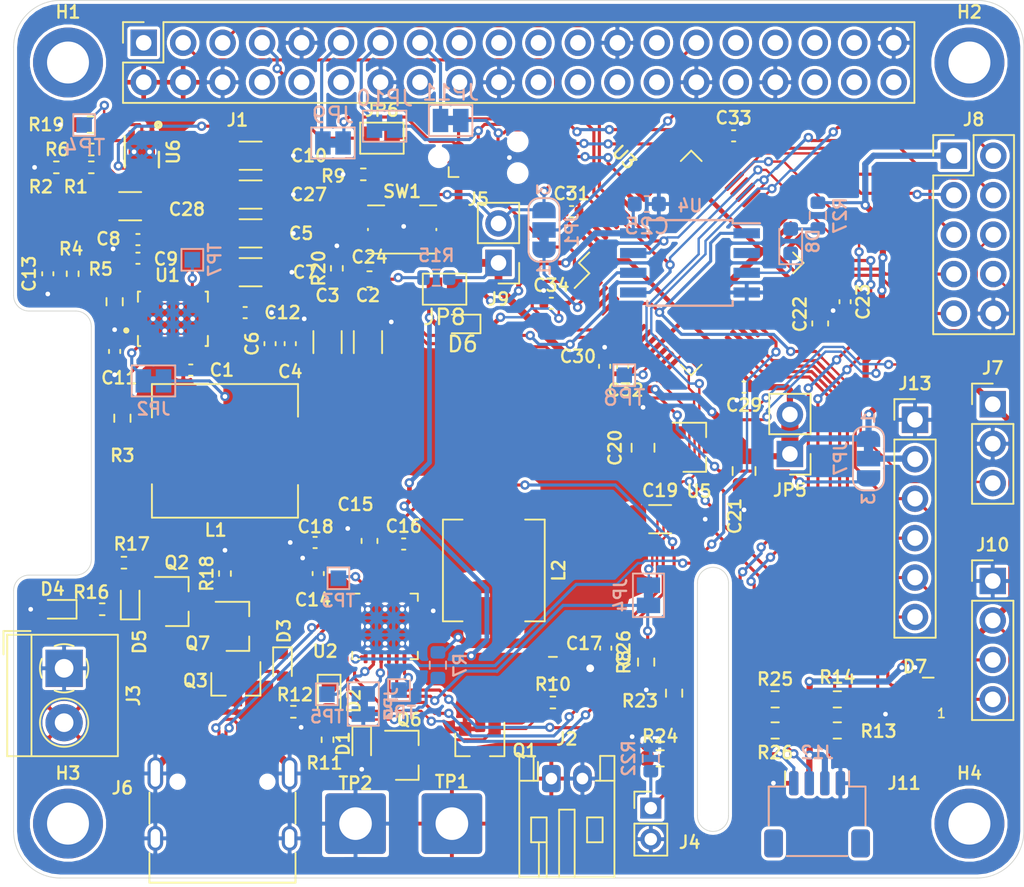
<source format=kicad_pcb>
(kicad_pcb (version 20171130) (host pcbnew "(5.1.8)-1")
  (layers (0 F.Cu signal) (31 B.Cu signal) (34 B.Paste user hide) (35 F.Paste user) (36 B.SilkS user hide) (37 F.SilkS user) (38 B.Mask user hide) (39 F.Mask user) (44 Edge.Cuts user))
  (net 0 "")
  (net 1 "Net-(C1-Pad2)")
  (net 2 "Net-(C1-Pad1)")
  (net 3 GND)
  (net 4 "Net-(C11-Pad1)")
  (net 5 "Net-(C12-Pad2)")
  (net 6 "Net-(C13-Pad1)")
  (net 7 "Net-(C16-Pad2)")
  (net 8 /Pi-Batt/BATT)
  (net 9 /Pi-Charger/PMID)
  (net 10 "Net-(C22-Pad2)")
  (net 11 +3V3)
  (net 12 /Pi-MCU/nRESET)
  (net 13 "Net-(D1-Pad1)")
  (net 14 "Net-(D2-Pad2)")
  (net 15 /Pi-Charger/STAT)
  (net 16 "Net-(D3-Pad2)")
  (net 17 "Net-(D3-Pad1)")
  (net 18 "Net-(D4-Pad1)")
  (net 19 "Net-(D5-Pad2)")
  (net 20 "Net-(J1-Pad40)")
  (net 21 "Net-(J1-Pad38)")
  (net 22 "Net-(J1-Pad37)")
  (net 23 "Net-(J1-Pad36)")
  (net 24 "Net-(J1-Pad35)")
  (net 25 "Net-(J1-Pad33)")
  (net 26 "Net-(J1-Pad32)")
  (net 27 "Net-(J1-Pad28)")
  (net 28 "Net-(J1-Pad27)")
  (net 29 "Net-(J1-Pad26)")
  (net 30 "Net-(J1-Pad24)")
  (net 31 "Net-(J1-Pad23)")
  (net 32 "Net-(J1-Pad21)")
  (net 33 "Net-(J1-Pad19)")
  (net 34 "Net-(J1-Pad12)")
  (net 35 "Net-(J1-Pad10)")
  (net 36 "Net-(J1-Pad8)")
  (net 37 /SCL)
  (net 38 "/Pi-Connection/Vin(5V)")
  (net 39 /SDA)
  (net 40 "Net-(J2-Pad1)")
  (net 41 "Net-(J3-Pad2)")
  (net 42 /Pi-Batt/Thermistor)
  (net 43 /Pi-MCU/SWO)
  (net 44 /Pi-MCU/SWCLK)
  (net 45 /Pi-MCU/SWDIO)
  (net 46 "Net-(J6-PadB8)")
  (net 47 "Net-(J6-PadA5)")
  (net 48 /Pi-Charger/D-)
  (net 49 /Pi-Charger/D+)
  (net 50 "Net-(J6-PadA8)")
  (net 51 "Net-(J6-PadB5)")
  (net 52 /Pi-MCU/CAN2_TX)
  (net 53 /Pi-MCU/CAN2_RX)
  (net 54 /Pi-MCU/CAN1_TX)
  (net 55 /Pi-MCU/CAN1_RX)
  (net 56 "Net-(Q1-Pad1)")
  (net 57 "Net-(Q2-Pad3)")
  (net 58 /Pi-MCU/GPIO0)
  (net 59 "Net-(R1-Pad2)")
  (net 60 "Net-(R3-Pad1)")
  (net 61 "Net-(R4-Pad1)")
  (net 62 "Net-(R5-Pad2)")
  (net 63 "Net-(TP3-Pad1)")
  (net 64 /Pi-Boost-Conv/EN)
  (net 65 "Net-(U3-Pad62)")
  (net 66 "Net-(U3-Pad61)")
  (net 67 "Net-(U3-Pad57)")
  (net 68 "Net-(U3-Pad56)")
  (net 69 "Net-(U3-Pad54)")
  (net 70 "Net-(U3-Pad53)")
  (net 71 "Net-(U3-Pad52)")
  (net 72 "Net-(U3-Pad51)")
  (net 73 "Net-(U3-Pad50)")
  (net 74 "Net-(U3-Pad43)")
  (net 75 "Net-(U3-Pad42)")
  (net 76 "Net-(U3-Pad39)")
  (net 77 "Net-(U3-Pad38)")
  (net 78 "Net-(U3-Pad37)")
  (net 79 "Net-(U3-Pad36)")
  (net 80 "Net-(U3-Pad35)")
  (net 81 "Net-(U3-Pad29)")
  (net 82 "Net-(U3-Pad28)")
  (net 83 "Net-(U3-Pad27)")
  (net 84 "Net-(U3-Pad26)")
  (net 85 "Net-(U3-Pad24)")
  (net 86 "Net-(U3-Pad11)")
  (net 87 "Net-(U3-Pad10)")
  (net 88 "Net-(U3-Pad9)")
  (net 89 "Net-(U3-Pad6)")
  (net 90 "Net-(U3-Pad5)")
  (net 91 "Net-(U3-Pad4)")
  (net 92 "Net-(U3-Pad3)")
  (net 93 "Net-(J1-Pad17)")
  (net 94 "Net-(J1-Pad1)")
  (net 95 "Net-(J9-Pad2)")
  (net 96 /Pi-MCU/MOSI)
  (net 97 /Pi-MCU/SCK)
  (net 98 /Pi-MCU/Dotstar_data)
  (net 99 /Pi-MCU/Dotstar_clk)
  (net 100 "Net-(D8-Pad2)")
  (net 101 /Pi-MCU/LED0)
  (net 102 "Net-(JP3-Pad2)")
  (net 103 /Pi-Charger/IMEAS)
  (net 104 "Net-(JP4-Pad1)")
  (net 105 "Net-(TP5-Pad1)")
  (net 106 "Net-(TP6-Pad1)")
  (net 107 /Pi-MCU/MISO)
  (net 108 "Net-(TP7-Pad1)")
  (net 109 "Net-(J1-Pad18)")
  (net 110 "Net-(J1-Pad16)")
  (net 111 /Pi-Connection/GPIO4)
  (net 112 /Pi-MCU/UART_RX)
  (net 113 /Pi-MCU/UART_TX)
  (net 114 /Pi-Boost-Conv/Vin)
  (net 115 +5V)
  (net 116 /Pi-MCU/BL_Mode__Shutdown_Mode)
  (net 117 /Pi-MCU/HW_NSS)
  (net 118 "Net-(J13-Pad2)")
  (net 119 /Pi-MCU/BL_Trigger)
  (net 120 /Pi-MCU/Charger_INT)
  (net 121 /Pi-Output-Protection/~FLAG)
  (net 122 "Net-(R19-Pad1)")
  (net 123 /Pi-Charger/REGN)
  (net 124 /Pi-Charger/SW)
  (net 125 /Pi-MCU/3.3V_MCU)
  (net 126 "Net-(TP8-Pad1)")
  (net 127 /Pi-Charger/Vin)
  (net 128 "Net-(U4-Pad2)")
  (net 129 "Net-(C34-Pad2)")
  (net 130 "Net-(C25-Pad1)")
  (net 131 "Net-(J1-Pad31)")
  (net 132 "Net-(J1-Pad22)")
  (net 133 /Pi-Connection/GPIO22)
  (net 134 /Pi-Connection/GPIO27)
  (net 135 /Pi-Connection/GPIO17)
  (net 136 /SCL_RPi)
  (net 137 /SDA_RPi)
  (module Jumper:SolderJumper-2_P1.3mm_Bridged_Pad1.0x1.5mm (layer B.Cu) (at 78.12 57.73 180)
    (fp_text reference JP11 (at 0 1.8) (layer B.SilkS) (effects (justify mirror)))
    (fp_text value Jumper_NC_Small)
    (fp_poly (pts (xy -0.25 0.3) (xy 0.25 0.3) (xy 0.25 -0.3) (xy -0.25 -0.3)) (layer B.Cu) (width 0))
    (pad 2 smd rect (at 0.65 0 180) (size 1 1.5) (layers B.Cu B.Mask) (net 133 /Pi-Connection/GPIO22))
    (pad 1 smd rect (at -0.65 0 180) (size 1 1.5) (layers B.Cu B.Mask) (net 43 /Pi-MCU/SWO))
  )
  (module Jumper:SolderJumper-2_P1.3mm_Bridged_Pad1.0x1.5mm (layer B.Cu) (at 73.87 58.1 180)
    (fp_text reference JP10 (at 0 1.8) (layer B.SilkS) (effects (justify mirror)))
    (fp_text value Jumper_NC_Small)
    (fp_poly (pts (xy -0.25 0.3) (xy 0.25 0.3) (xy 0.25 -0.3) (xy -0.25 -0.3)) (layer B.Cu) (width 0))
    (pad 2 smd rect (at 0.65 0 180) (size 1 1.5) (layers B.Cu B.Mask) (net 134 /Pi-Connection/GPIO27))
    (pad 1 smd rect (at -0.65 0 180) (size 1 1.5) (layers B.Cu B.Mask) (net 44 /Pi-MCU/SWCLK))
  )
  (module Jumper:SolderJumper-2_P1.3mm_Bridged_Pad1.0x1.5mm (layer B.Cu) (at 70.55 59.18 180)
    (fp_text reference JP9 (at 0 1.8) (layer B.SilkS) (effects (justify mirror)))
    (fp_text value Jumper_NC_Small)
    (fp_poly (pts (xy -0.25 0.3) (xy 0.25 0.3) (xy 0.25 -0.3) (xy -0.25 -0.3)) (layer B.Cu) (width 0))
    (pad 2 smd rect (at 0.65 0 180) (size 1 1.5) (layers B.Cu B.Mask) (net 135 /Pi-Connection/GPIO17))
    (pad 1 smd rect (at -0.65 0 180) (size 1 1.5) (layers B.Cu B.Mask) (net 45 /Pi-MCU/SWDIO))
  )
  (module Jumper:SolderJumper-2_P1.3mm_Open_Pad1.0x1.5mm (layer F.Cu) (at 77.73 68.59 180)
    (fp_text reference JP8 (at 0 -1.8) (layer F.SilkS))
    (fp_text value Jumper_NO_Small)
    (pad 2 smd rect (at 0.65 0 180) (size 1 1.5) (layers F.Cu F.Mask) (net 8 /Pi-Batt/BATT))
    (pad 1 smd rect (at -0.65 0 180) (size 1 1.5) (layers F.Cu F.Mask) (net 130 "Net-(C25-Pad1)"))
  )
  (module Diode_SMD:D_SOD-523 (layer F.Cu) (at 78.89 70.83 180)
    (fp_text reference D6 (at 0 -1.3) (layer F.SilkS))
    (fp_text value BZT585B13T-7)
    (pad 1 smd rect (at -0.7 0) (size 0.6 0.7) (layers F.Cu F.Paste F.Mask) (net 129 "Net-(C34-Pad2)"))
    (pad 2 smd rect (at 0.7 0) (size 0.6 0.7) (layers F.Cu F.Paste F.Mask) (net 8 /Pi-Batt/BATT))
  )
  (module TestPoint:TestPoint_Pad_1.0x1.0mm (layer B.Cu) (at 89.29 74.13)
    (fp_text reference TP8 (at 0 1.448) (layer B.SilkS) (effects (justify mirror)))
    (fp_text value DNP)
    (pad 1 smd rect (at 0 0) (size 1 1) (layers B.Cu B.Mask) (net 126 "Net-(TP8-Pad1)"))
  )
  (module TestPoint:TestPoint_Pad_1.0x1.0mm (layer B.Cu) (at 54.54 58.02)
    (fp_text reference TP4 (at 0 1.448) (layer B.SilkS) (effects (justify mirror)))
    (fp_text value DNP)
    (pad 1 smd rect (at 0 0) (size 1 1) (layers B.Cu B.Mask) (net 122 "Net-(R19-Pad1)"))
  )
  (module Resistor_SMD:R_0402_1005Metric (layer F.Cu) (at 70.8 67.25 90)
    (fp_text reference R20 (at 0 -1.17 90) (layer F.SilkS) (effects (font (size 0.8 0.8))))
    (fp_text value 100k)
    (pad 2 smd roundrect (at 0.51 0 90) (size 0.54 0.64) (layers F.Cu F.Paste F.Mask) (net 3 GND))
    (pad 1 smd roundrect (at -0.51 0 90) (size 0.54 0.64) (layers F.Cu F.Paste F.Mask) (net 58 /Pi-MCU/GPIO0))
  )
  (module Capacitor_SMD:C_0603_1608Metric (layer B.Cu) (at 90.74 63.11)
    (fp_text reference C25 (at 0 1.43) (layer B.SilkS) (effects (justify mirror)))
    (fp_text value DNP)
    (pad 1 smd roundrect (at -0.775 0) (size 0.9 0.95) (layers B.Cu B.Paste B.Mask) (net 130 "Net-(C25-Pad1)"))
    (pad 2 smd roundrect (at 0.775 0) (size 0.9 0.95) (layers B.Cu B.Paste B.Mask) (net 3 GND))
  )
  (module Connector_JST:JST_PH_S2B-PH-K_1x02_P2.00mm_Horizontal (layer F.Cu) (at 84.6 100.1)
    (fp_text reference J2 (at 1 -2.55) (layer F.SilkS) (effects (font (size 0.8 0.8))))
    (fp_text value JST-PH)
    (pad 2 thru_hole oval (at 2 0) (size 1.2 1.75) (drill 0.75) (layers *.Cu *.Mask) (net 3 GND))
    (pad 1 thru_hole roundrect (at 0 0) (size 1.2 1.75) (drill 0.75) (layers *.Cu *.Mask) (roundrect_rratio 0.208333) (net 40 "Net-(J2-Pad1)"))
  )
  (module SuperPower-RPi-KiCAD:Texas_S-PWQFN-N24_EP2.7x2.7mm_ThermalVias (layer F.Cu) (at 73.9 90.3)
    (fp_text reference U2 (at -3.85 1.6) (layer F.SilkS) (effects (font (size 0.8 0.8))))
    (fp_text value BQ25895RTW)
    (pad 1 smd roundrect (at -1.9625 -1.25) (size 0.825 0.25) (layers F.Cu F.Paste F.Mask) (net 127 /Pi-Charger/Vin))
    (pad 2 smd roundrect (at -1.9625 -0.75) (size 0.825 0.25) (layers F.Cu F.Paste F.Mask) (net 49 /Pi-Charger/D+))
    (pad 3 smd roundrect (at -1.9625 -0.25) (size 0.825 0.25) (layers F.Cu F.Paste F.Mask) (net 48 /Pi-Charger/D-))
    (pad 4 smd roundrect (at -1.9625 0.25) (size 0.825 0.25) (layers F.Cu F.Paste F.Mask) (net 15 /Pi-Charger/STAT))
    (pad 5 smd roundrect (at -1.9625 0.75) (size 0.825 0.25) (layers F.Cu F.Paste F.Mask) (net 37 /SCL))
    (pad 6 smd roundrect (at -1.9625 1.25) (size 0.825 0.25) (layers F.Cu F.Paste F.Mask) (net 39 /SDA))
    (pad 7 smd roundrect (at -1.25 1.9625) (size 0.25 0.825) (layers F.Cu F.Paste F.Mask) (net 120 /Pi-MCU/Charger_INT))
    (pad 8 smd roundrect (at -0.75 1.9625) (size 0.25 0.825) (layers F.Cu F.Paste F.Mask) (net 105 "Net-(TP5-Pad1)"))
    (pad 9 smd roundrect (at -0.25 1.9625) (size 0.25 0.825) (layers F.Cu F.Paste F.Mask) (net 102 "Net-(JP3-Pad2)"))
    (pad 10 smd roundrect (at 0.25 1.9625) (size 0.25 0.825) (layers F.Cu F.Paste F.Mask) (net 103 /Pi-Charger/IMEAS))
    (pad 11 smd roundrect (at 0.75 1.9625) (size 0.25 0.825) (layers F.Cu F.Paste F.Mask) (net 42 /Pi-Batt/Thermistor))
    (pad 12 smd roundrect (at 1.25 1.9625) (size 0.25 0.825) (layers F.Cu F.Paste F.Mask) (net 106 "Net-(TP6-Pad1)"))
    (pad 13 smd roundrect (at 1.9625 1.25) (size 0.825 0.25) (layers F.Cu F.Paste F.Mask) (net 8 /Pi-Batt/BATT))
    (pad 14 smd roundrect (at 1.9625 0.75) (size 0.825 0.25) (layers F.Cu F.Paste F.Mask) (net 8 /Pi-Batt/BATT))
    (pad 15 smd roundrect (at 1.9625 0.25) (size 0.825 0.25) (layers F.Cu F.Paste F.Mask) (net 114 /Pi-Boost-Conv/Vin))
    (pad 16 smd roundrect (at 1.9625 -0.25) (size 0.825 0.25) (layers F.Cu F.Paste F.Mask) (net 114 /Pi-Boost-Conv/Vin))
    (pad 17 smd roundrect (at 1.9625 -0.75) (size 0.825 0.25) (layers F.Cu F.Paste F.Mask) (net 3 GND))
    (pad 18 smd roundrect (at 1.9625 -1.25) (size 0.825 0.25) (layers F.Cu F.Paste F.Mask) (net 3 GND))
    (pad 19 smd roundrect (at 1.25 -1.9625) (size 0.25 0.825) (layers F.Cu F.Paste F.Mask) (net 124 /Pi-Charger/SW))
    (pad 20 smd roundrect (at 0.75 -1.9625) (size 0.25 0.825) (layers F.Cu F.Paste F.Mask) (net 124 /Pi-Charger/SW))
    (pad 21 smd roundrect (at 0.25 -1.9625) (size 0.25 0.825) (layers F.Cu F.Paste F.Mask) (net 7 "Net-(C16-Pad2)"))
    (pad 22 smd roundrect (at -0.25 -1.9625) (size 0.25 0.825) (layers F.Cu F.Paste F.Mask) (net 123 /Pi-Charger/REGN))
    (pad 23 smd roundrect (at -0.75 -1.9625) (size 0.25 0.825) (layers F.Cu F.Paste F.Mask) (net 9 /Pi-Charger/PMID))
    (pad 24 smd roundrect (at -1.25 -1.9625) (size 0.25 0.825) (layers F.Cu F.Paste F.Mask) (net 63 "Net-(TP3-Pad1)"))
    (pad 25 smd rect (at 0 0) (size 2.7 2.7) (layers F.Cu F.Mask) (net 3 GND))
    (pad 25 thru_hole circle (at -1.1 -1.1) (size 0.5 0.5) (drill 0.3) (layers *.Cu) (net 3 GND))
    (pad 25 thru_hole circle (at 0 -1.1) (size 0.5 0.5) (drill 0.3) (layers *.Cu) (net 3 GND))
    (pad 25 thru_hole circle (at 1.1 -1.1) (size 0.5 0.5) (drill 0.3) (layers *.Cu) (net 3 GND))
    (pad 25 thru_hole circle (at -1.1 0) (size 0.5 0.5) (drill 0.3) (layers *.Cu) (net 3 GND))
    (pad 25 thru_hole circle (at 0 0) (size 0.5 0.5) (drill 0.3) (layers *.Cu) (net 3 GND))
    (pad 25 thru_hole circle (at 1.1 0) (size 0.5 0.5) (drill 0.3) (layers *.Cu) (net 3 GND))
    (pad 25 thru_hole circle (at -1.1 1.1) (size 0.5 0.5) (drill 0.3) (layers *.Cu) (net 3 GND))
    (pad 25 thru_hole circle (at 0 1.1) (size 0.5 0.5) (drill 0.3) (layers *.Cu) (net 3 GND))
    (pad 25 thru_hole circle (at 1.1 1.1) (size 0.5 0.5) (drill 0.3) (layers *.Cu) (net 3 GND))
  )
  (module Capacitor_SMD:C_0805_2012Metric (layer F.Cu) (at 84.7 93)
    (fp_text reference C17 (at 2 -1.6) (layer F.SilkS) (effects (font (size 0.8 0.8))))
    (fp_text value 10uF)
    (pad 2 smd roundrect (at 0.95 0) (size 1 1.45) (layers F.Cu F.Paste F.Mask) (net 3 GND))
    (pad 1 smd roundrect (at -0.95 0) (size 1 1.45) (layers F.Cu F.Paste F.Mask) (net 8 /Pi-Batt/BATT))
  )
  (module Package_TO_SOT_SMD:SOT-23 (layer F.Cu) (at 75.3 98.6)
    (fp_text reference Q6 (at 0.16 -2.3) (layer F.SilkS) (effects (font (size 0.8 0.8))))
    (fp_text value 2N7002-7-F)
    (pad 3 smd rect (at 1 0) (size 0.9 0.8) (layers F.Cu F.Paste F.Mask) (net 56 "Net-(Q1-Pad1)"))
    (pad 2 smd rect (at -1 0.95) (size 0.9 0.8) (layers F.Cu F.Paste F.Mask) (net 3 GND))
    (pad 1 smd rect (at -1 -0.95) (size 0.9 0.8) (layers F.Cu F.Paste F.Mask) (net 13 "Net-(D1-Pad1)"))
  )
  (module Resistor_SMD:R_0402_1005Metric (layer F.Cu) (at 70.2 97.6 90)
    (fp_text reference R11 (at -1.5 -0.2 180) (layer F.SilkS) (effects (font (size 0.8 0.8))))
    (fp_text value 100k)
    (pad 2 smd roundrect (at 0.51 0 90) (size 0.54 0.64) (layers F.Cu F.Paste F.Mask) (net 13 "Net-(D1-Pad1)"))
    (pad 1 smd roundrect (at -0.51 0 90) (size 0.54 0.64) (layers F.Cu F.Paste F.Mask) (net 40 "Net-(J2-Pad1)"))
  )
  (module TestPoint:TestPoint_Pad_1.0x1.0mm (layer B.Cu) (at 70.9 87.2)
    (fp_text reference TP3 (at 0 1.448) (layer B.SilkS) (effects (font (size 0.8 0.8)) (justify mirror)))
    (fp_text value DNP)
    (pad 1 smd rect (at 0 0) (size 1 1) (layers B.Cu B.Mask) (net 63 "Net-(TP3-Pad1)"))
  )
  (module SuperPower-RPi-KiCAD:UDFN-6-1EP_2x2mm_P0.65mm_EP0.95x1.7mm (layer F.Cu) (at 58.25 59.75 270)
    (fp_text reference U6 (at 0 -2.025 90) (layer F.SilkS) (effects (font (size 0.8 0.8))))
    (fp_text value NCP380LMUAJAATBG)
    (pad 7 thru_hole circle (at 0 0.5 270) (size 0.5 0.5) (drill 0.3) (layers *.Cu *.Mask) (net 3 GND))
    (pad 7 thru_hole circle (at 0 -0.5 270) (size 0.5 0.5) (drill 0.3) (layers *.Cu *.Mask) (net 3 GND))
    (pad 7 smd rect (at 0 0 270) (size 0.95 1.7) (layers F.Cu F.Mask) (net 3 GND))
    (pad 6 smd rect (at 1.05 -0.65 270) (size 0.65 0.4) (layers F.Cu F.Paste F.Mask) (net 115 +5V))
    (pad 5 smd rect (at 1.05 0 270) (size 0.65 0.4) (layers F.Cu F.Paste F.Mask) (net 3 GND))
    (pad 4 smd rect (at 1.05 0.65 270) (size 0.65 0.4) (layers F.Cu F.Paste F.Mask) (net 58 /Pi-MCU/GPIO0))
    (pad 3 smd rect (at -1.05 0.65 270) (size 0.65 0.4) (layers F.Cu F.Paste F.Mask) (net 121 /Pi-Output-Protection/~FLAG))
    (pad 2 smd rect (at -1.05 0 270) (size 0.65 0.4) (layers F.Cu F.Paste F.Mask) (net 122 "Net-(R19-Pad1)"))
    (pad 1 smd rect (at -1.05 -0.65 270) (size 0.65 0.4) (layers F.Cu F.Paste F.Mask) (net 38 "/Pi-Connection/Vin(5V)"))
  )
  (module Resistor_SMD:R_0603_1608Metric (layer F.Cu) (at 55 58 180)
    (fp_text reference R19 (at 2.9 0) (layer F.SilkS) (effects (font (size 0.8 0.8))))
    (fp_text value 5.23k)
    (pad 2 smd roundrect (at 0.825 0 180) (size 0.8 0.95) (layers F.Cu F.Paste F.Mask) (net 3 GND))
    (pad 1 smd roundrect (at -0.825 0 180) (size 0.8 0.95) (layers F.Cu F.Paste F.Mask) (net 122 "Net-(R19-Pad1)"))
  )
  (module Package_TO_SOT_SMD:SOT-23 (layer F.Cu) (at 93.8 78.77)
    (fp_text reference U5 (at 0.3 2.83) (layer F.SilkS) (effects (font (size 0.8 0.8))))
    (fp_text value ME6210A33M3G)
    (pad 3 smd rect (at 1 0) (size 0.9 0.8) (layers F.Cu F.Paste F.Mask) (net 11 +3V3))
    (pad 2 smd rect (at -1 0.95) (size 0.9 0.8) (layers F.Cu F.Paste F.Mask) (net 114 /Pi-Boost-Conv/Vin))
    (pad 1 smd rect (at -1 -0.95) (size 0.9 0.8) (layers F.Cu F.Paste F.Mask) (net 3 GND))
  )
  (module Jumper:SolderJumper-3_P1.3mm_Bridged12_RoundedPad1.0x1.5mm_NumberLabels (layer B.Cu) (at 105.01 79.5 270)
    (fp_text reference JP7 (at 0 1.8 90) (layer B.SilkS) (effects (font (size 0.8 0.8)) (justify mirror)))
    (fp_text value Jumper_3_Bridged12)
    (fp_poly (pts (xy -0.9 0.3) (xy -0.4 0.3) (xy -0.4 -0.3) (xy -0.9 -0.3)) (layer B.Cu) (width 0))
    (fp_text user 1 (at -2.6 0 90) (layer B.SilkS) (effects (font (size 0.8 0.8)) (justify mirror)))
    (fp_text user 3 (at 2.6 0 90) (layer B.SilkS) (effects (font (size 0.8 0.8)) (justify mirror)))
    (pad 1 smd custom (at -1.3 0 270) (size 1 0.5) (layers B.Cu B.Mask) (net 11 +3V3) (options (clearance outline) (anchor rect)) (primitives (gr_poly (pts (xy 0.55 0.75) (xy 0 0.75) (xy 0 -0.75) (xy 0.55 -0.75)) (width 0)) (gr_circle (center 0 -0.25) (end 0.5 -0.25) (width 0)) (gr_circle (center 0 0.25) (end 0.5 0.25) (width 0))))
    (pad 2 smd rect (at 0 0 270) (size 1 1.5) (layers B.Cu B.Mask) (net 118 "Net-(J13-Pad2)"))
    (pad 3 smd custom (at 1.3 0 270) (size 1 0.5) (layers B.Cu B.Mask) (net 115 +5V) (options (clearance outline) (anchor rect)) (primitives (gr_circle (center 0 -0.25) (end 0.5 -0.25) (width 0)) (gr_circle (center 0 0.25) (end 0.5 0.25) (width 0)) (gr_poly (pts (xy -0.55 0.75) (xy 0 0.75) (xy 0 -0.75) (xy -0.55 -0.75)) (width 0))))
  )
  (module Jumper:SolderJumper-3_P1.3mm_Bridged12_RoundedPad1.0x1.5mm_NumberLabels (layer B.Cu) (at 84.13 64.78 90)
    (fp_text reference JP1 (at 0 1.8 90) (layer B.SilkS) (effects (font (size 0.8 0.8)) (justify mirror)))
    (fp_text value Jumper_3_Bridged12)
    (fp_poly (pts (xy -0.9 0.3) (xy -0.4 0.3) (xy -0.4 -0.3) (xy -0.9 -0.3)) (layer B.Cu) (width 0))
    (fp_text user 1 (at -2.6 0 90) (layer B.SilkS) (effects (font (size 0.8 0.8)) (justify mirror)))
    (fp_text user 3 (at 2.6 0 90) (layer B.SilkS) (effects (font (size 0.8 0.8)) (justify mirror)))
    (pad 1 smd custom (at -1.3 0 90) (size 1 0.5) (layers B.Cu B.Mask) (net 119 /Pi-MCU/BL_Trigger) (options (clearance outline) (anchor rect)) (primitives (gr_poly (pts (xy 0.55 0.75) (xy 0 0.75) (xy 0 -0.75) (xy 0.55 -0.75)) (width 0)) (gr_circle (center 0 -0.25) (end 0.5 -0.25) (width 0)) (gr_circle (center 0 0.25) (end 0.5 0.25) (width 0))))
    (pad 2 smd rect (at 0 0 90) (size 1 1.5) (layers B.Cu B.Mask) (net 116 /Pi-MCU/BL_Mode__Shutdown_Mode))
    (pad 3 smd custom (at 1.3 0 90) (size 1 0.5) (layers B.Cu B.Mask) (net 95 "Net-(J9-Pad2)") (options (clearance outline) (anchor rect)) (primitives (gr_circle (center 0 -0.25) (end 0.5 -0.25) (width 0)) (gr_circle (center 0 0.25) (end 0.5 0.25) (width 0)) (gr_poly (pts (xy -0.55 0.75) (xy 0 0.75) (xy 0 -0.75) (xy -0.55 -0.75)) (width 0))))
  )
  (module Connector_PinHeader_2.54mm:PinHeader_1x06_P2.54mm_Vertical (layer F.Cu) (at 108 77)
    (fp_text reference J13 (at 0 -2.33) (layer F.SilkS) (effects (font (size 0.8 0.8))))
    (fp_text value Conn_01x06)
    (pad 6 thru_hole oval (at 0 12.7) (size 1.7 1.7) (drill 1) (layers *.Cu *.Mask) (net 117 /Pi-MCU/HW_NSS))
    (pad 5 thru_hole oval (at 0 10.16) (size 1.7 1.7) (drill 1) (layers *.Cu *.Mask) (net 97 /Pi-MCU/SCK))
    (pad 4 thru_hole oval (at 0 7.62) (size 1.7 1.7) (drill 1) (layers *.Cu *.Mask) (net 107 /Pi-MCU/MISO))
    (pad 3 thru_hole oval (at 0 5.08) (size 1.7 1.7) (drill 1) (layers *.Cu *.Mask) (net 96 /Pi-MCU/MOSI))
    (pad 2 thru_hole oval (at 0 2.54) (size 1.7 1.7) (drill 1) (layers *.Cu *.Mask) (net 118 "Net-(J13-Pad2)"))
    (pad 1 thru_hole rect (at 0 0) (size 1.7 1.7) (drill 1) (layers *.Cu *.Mask) (net 3 GND))
  )
  (module Capacitor_SMD:C_0805_2012Metric (layer F.Cu) (at 97 80.3 90)
    (fp_text reference C21 (at -2.9 -0.6 90) (layer F.SilkS) (effects (font (size 0.8 0.8))))
    (fp_text value 10uF)
    (pad 2 smd roundrect (at 0.95 0 90) (size 1 1.45) (layers F.Cu F.Paste F.Mask) (net 11 +3V3))
    (pad 1 smd roundrect (at -0.95 0 90) (size 1 1.45) (layers F.Cu F.Paste F.Mask) (net 3 GND))
  )
  (module Capacitor_SMD:C_0805_2012Metric (layer F.Cu) (at 90.5 78.8 270)
    (fp_text reference C20 (at 0 1.8 90) (layer F.SilkS) (effects (font (size 0.8 0.8))))
    (fp_text value 10uF)
    (pad 2 smd roundrect (at 0.95 0 270) (size 1 1.45) (layers F.Cu F.Paste F.Mask) (net 114 /Pi-Boost-Conv/Vin))
    (pad 1 smd roundrect (at -0.95 0 270) (size 1 1.45) (layers F.Cu F.Paste F.Mask) (net 3 GND))
  )
  (module Capacitor_SMD:C_0402_1005Metric (layer F.Cu) (at 89.19 73.56 90)
    (fp_text reference C32 (at -1.53 0.18 180) (layer F.SilkS) (effects (font (size 0.8 0.8))))
    (fp_text value 1.0uF)
    (pad 2 smd roundrect (at 0.48 0 90) (size 0.56 0.62) (layers F.Cu F.Paste F.Mask) (net 3 GND))
    (pad 1 smd roundrect (at -0.48 0 90) (size 0.56 0.62) (layers F.Cu F.Paste F.Mask) (net 125 /Pi-MCU/3.3V_MCU))
  )
  (module Capacitor_SMD:C_0402_1005Metric (layer F.Cu) (at 88.03 73.56 90)
    (fp_text reference C30 (at 0.64 -1.72 180) (layer F.SilkS) (effects (font (size 0.8 0.8))))
    (fp_text value 10nF)
    (pad 2 smd roundrect (at 0.48 0 90) (size 0.56 0.62) (layers F.Cu F.Paste F.Mask) (net 3 GND))
    (pad 1 smd roundrect (at -0.48 0 90) (size 0.56 0.62) (layers F.Cu F.Paste F.Mask) (net 125 /Pi-MCU/3.3V_MCU))
  )
  (module Capacitor_SMD:C_0402_1005Metric (layer F.Cu) (at 88.1 91.7 270)
    (fp_text reference C26 (at 0 -1.16 90) (layer F.SilkS) (effects (font (size 0.8 0.8))))
    (fp_text value 1.0uF)
    (pad 2 smd roundrect (at 0.48 0 270) (size 0.56 0.62) (layers F.Cu F.Paste F.Mask) (net 3 GND))
    (pad 1 smd roundrect (at -0.48 0 270) (size 0.56 0.62) (layers F.Cu F.Paste F.Mask) (net 114 /Pi-Boost-Conv/Vin))
  )
  (module Capacitor_SMD:C_0402_1005Metric (layer F.Cu) (at 69.4 84.9 180)
    (fp_text reference C18 (at -0.03 1.02) (layer F.SilkS) (effects (font (size 0.8 0.8))))
    (fp_text value 1.0uF)
    (pad 2 smd roundrect (at 0.48 0 180) (size 0.56 0.62) (layers F.Cu F.Paste F.Mask) (net 3 GND))
    (pad 1 smd roundrect (at -0.48 0 180) (size 0.56 0.62) (layers F.Cu F.Paste F.Mask) (net 9 /Pi-Charger/PMID))
  )
  (module Capacitor_SMD:C_0402_1005Metric (layer F.Cu) (at 69.6 86.9 90)
    (fp_text reference C14 (at -1.69 -0.34 180) (layer F.SilkS) (effects (font (size 0.8 0.8))))
    (fp_text value 1.0uF)
    (pad 2 smd roundrect (at 0.48 0 90) (size 0.56 0.62) (layers F.Cu F.Paste F.Mask) (net 3 GND))
    (pad 1 smd roundrect (at -0.48 0 90) (size 0.56 0.62) (layers F.Cu F.Paste F.Mask) (net 127 /Pi-Charger/Vin))
  )
  (module Capacitor_SMD:C_0402_1005Metric (layer F.Cu) (at 56.5 72.6 270)
    (fp_text reference C11 (at 1.7 -0.3) (layer F.SilkS) (effects (font (size 0.8 0.8))))
    (fp_text value 1.0uF)
    (pad 2 smd roundrect (at 0.48 0 270) (size 0.56 0.62) (layers F.Cu F.Paste F.Mask) (net 3 GND))
    (pad 1 smd roundrect (at -0.48 0 270) (size 0.56 0.62) (layers F.Cu F.Paste F.Mask) (net 4 "Net-(C11-Pad1)"))
  )
  (module Capacitor_SMD:C_0402_1005Metric (layer F.Cu) (at 58 65.4 180)
    (fp_text reference C8 (at 1.9 0.05) (layer F.SilkS) (effects (font (size 0.8 0.8))))
    (fp_text value 1.0uF)
    (pad 2 smd roundrect (at 0.48 0 180) (size 0.56 0.62) (layers F.Cu F.Paste F.Mask) (net 3 GND))
    (pad 1 smd roundrect (at -0.48 0 180) (size 0.56 0.62) (layers F.Cu F.Paste F.Mask) (net 115 +5V))
  )
  (module Capacitor_SMD:C_0402_1005Metric (layer F.Cu) (at 67.8 72.1 90)
    (fp_text reference C4 (at -1.8 0 180) (layer F.SilkS) (effects (font (size 0.8 0.8))))
    (fp_text value 1.0uF)
    (pad 2 smd roundrect (at 0.48 0 90) (size 0.56 0.62) (layers F.Cu F.Paste F.Mask) (net 3 GND))
    (pad 1 smd roundrect (at -0.48 0 90) (size 0.56 0.62) (layers F.Cu F.Paste F.Mask) (net 114 /Pi-Boost-Conv/Vin))
  )
  (module Diode_SMD:D_SOD-523 (layer F.Cu) (at 72.4 97.9 270)
    (fp_text reference D1 (at -0.05 1.2 90) (layer F.SilkS) (effects (font (size 0.8 0.8))))
    (fp_text value BZT585B13T-7)
    (pad 1 smd rect (at -0.7 0 90) (size 0.6 0.7) (layers F.Cu F.Paste F.Mask) (net 13 "Net-(D1-Pad1)"))
    (pad 2 smd rect (at 0.7 0 90) (size 0.6 0.7) (layers F.Cu F.Paste F.Mask) (net 3 GND))
  )
  (module Package_TO_SOT_SMD:SOT-23 (layer F.Cu) (at 64.4 90.3)
    (fp_text reference Q7 (at -2.56 1.09) (layer F.SilkS) (effects (font (size 0.8 0.8))))
    (fp_text value Q_PMOS_DMP3056L-7_SOT-23)
    (pad 3 smd rect (at 1 0) (size 0.9 0.8) (layers F.Cu F.Paste F.Mask) (net 127 /Pi-Charger/Vin))
    (pad 2 smd rect (at -1 0.95) (size 0.9 0.8) (layers F.Cu F.Paste F.Mask) (net 17 "Net-(D3-Pad1)"))
    (pad 1 smd rect (at -1 -0.95) (size 0.9 0.8) (layers F.Cu F.Paste F.Mask) (net 57 "Net-(Q2-Pad3)"))
  )
  (module Package_TO_SOT_SMD:SOT-23 (layer F.Cu) (at 64.3 94 270)
    (fp_text reference Q3 (at -0.2 2.6 180) (layer F.SilkS) (effects (font (size 0.8 0.8))))
    (fp_text value Q_PMOS_DMP3056L-7_SOT-23)
    (pad 3 smd rect (at 1 0 270) (size 0.9 0.8) (layers F.Cu F.Paste F.Mask) (net 41 "Net-(J3-Pad2)"))
    (pad 2 smd rect (at -1 0.95 270) (size 0.9 0.8) (layers F.Cu F.Paste F.Mask) (net 17 "Net-(D3-Pad1)"))
    (pad 1 smd rect (at -1 -0.95 270) (size 0.9 0.8) (layers F.Cu F.Paste F.Mask) (net 16 "Net-(D3-Pad2)"))
  )
  (module Package_TO_SOT_SMD:SOT-23 (layer F.Cu) (at 60.5 88.7)
    (fp_text reference Q2 (at 0 -2.5) (layer F.SilkS) (effects (font (size 0.8 0.8))))
    (fp_text value Q_PMOS_DMP3056L-7_SOT-23)
    (pad 3 smd rect (at 1 0) (size 0.9 0.8) (layers F.Cu F.Paste F.Mask) (net 57 "Net-(Q2-Pad3)"))
    (pad 2 smd rect (at -1 0.95) (size 0.9 0.8) (layers F.Cu F.Paste F.Mask) (net 17 "Net-(D3-Pad1)"))
    (pad 1 smd rect (at -1 -0.95) (size 0.9 0.8) (layers F.Cu F.Paste F.Mask) (net 19 "Net-(D5-Pad2)"))
  )
  (module Package_TO_SOT_SMD:SOT-23 (layer F.Cu) (at 80 97.9 270)
    (fp_text reference Q1 (at 0.4 -2.9 180) (layer F.SilkS) (effects (font (size 0.8 0.8))))
    (fp_text value Q_PMOS_DMP3056L-7_SOT-23)
    (pad 3 smd rect (at 1 0 270) (size 0.9 0.8) (layers F.Cu F.Paste F.Mask) (net 40 "Net-(J2-Pad1)"))
    (pad 2 smd rect (at -1 0.95 270) (size 0.9 0.8) (layers F.Cu F.Paste F.Mask) (net 8 /Pi-Batt/BATT))
    (pad 1 smd rect (at -1 -0.95 270) (size 0.9 0.8) (layers F.Cu F.Paste F.Mask) (net 56 "Net-(Q1-Pad1)"))
  )
  (module Resistor_SMD:R_0402_1005Metric (layer F.Cu) (at 72.5 61.2 180)
    (fp_text reference R9 (at 1.93 -0.11) (layer F.SilkS) (effects (font (size 0.8 0.8))))
    (fp_text value 100k)
    (pad 2 smd roundrect (at 0.51 0 180) (size 0.54 0.64) (layers F.Cu F.Paste F.Mask) (net 3 GND))
    (pad 1 smd roundrect (at -0.51 0 180) (size 0.54 0.64) (layers F.Cu F.Paste F.Mask) (net 95 "Net-(J9-Pad2)"))
  )
  (module Resistor_SMD:R_0402_1005Metric (layer F.Cu) (at 63.6 86.9 90)
    (fp_text reference R18 (at 0 -1.17 90) (layer F.SilkS) (effects (font (size 0.8 0.8))))
    (fp_text value 100k)
    (pad 2 smd roundrect (at 0.51 0 90) (size 0.54 0.64) (layers F.Cu F.Paste F.Mask) (net 3 GND))
    (pad 1 smd roundrect (at -0.51 0 90) (size 0.54 0.64) (layers F.Cu F.Paste F.Mask) (net 57 "Net-(Q2-Pad3)"))
  )
  (module Resistor_SMD:R_0402_1005Metric (layer F.Cu) (at 57.1 86.2 180)
    (fp_text reference R17 (at -0.5 1.2) (layer F.SilkS) (effects (font (size 0.8 0.8))))
    (fp_text value 100k)
    (pad 2 smd roundrect (at 0.51 0 180) (size 0.54 0.64) (layers F.Cu F.Paste F.Mask) (net 18 "Net-(D4-Pad1)"))
    (pad 1 smd roundrect (at -0.51 0 180) (size 0.54 0.64) (layers F.Cu F.Paste F.Mask) (net 19 "Net-(D5-Pad2)"))
  )
  (module Resistor_SMD:R_0402_1005Metric (layer F.Cu) (at 55.7 89.2)
    (fp_text reference R16 (at -0.7 -1.1) (layer F.SilkS) (effects (font (size 0.8 0.8))))
    (fp_text value 100k)
    (pad 2 smd roundrect (at 0.51 0) (size 0.54 0.64) (layers F.Cu F.Paste F.Mask) (net 17 "Net-(D3-Pad1)"))
    (pad 1 smd roundrect (at -0.51 0) (size 0.54 0.64) (layers F.Cu F.Paste F.Mask) (net 18 "Net-(D4-Pad1)"))
  )
  (module Resistor_SMD:R_0402_1005Metric (layer F.Cu) (at 68 95.8)
    (fp_text reference R12 (at 0.1 -1.1) (layer F.SilkS) (effects (font (size 0.8 0.8))))
    (fp_text value 100k)
    (pad 2 smd roundrect (at 0.51 0) (size 0.54 0.64) (layers F.Cu F.Paste F.Mask) (net 3 GND))
    (pad 1 smd roundrect (at -0.51 0) (size 0.54 0.64) (layers F.Cu F.Paste F.Mask) (net 16 "Net-(D3-Pad2)"))
  )
  (module Resistor_SMD:R_0402_1005Metric (layer F.Cu) (at 84.7 95.2)
    (fp_text reference R10 (at 0 -1.17) (layer F.SilkS) (effects (font (size 0.8 0.8))))
    (fp_text value 100k)
    (pad 2 smd roundrect (at 0.51 0) (size 0.54 0.64) (layers F.Cu F.Paste F.Mask) (net 56 "Net-(Q1-Pad1)"))
    (pad 1 smd roundrect (at -0.51 0) (size 0.54 0.64) (layers F.Cu F.Paste F.Mask) (net 8 /Pi-Batt/BATT))
  )
  (module Resistor_SMD:R_0402_1005Metric (layer F.Cu) (at 55 59.6 180)
    (fp_text reference R6 (at 2.2 0) (layer F.SilkS) (effects (font (size 0.8 0.8))))
    (fp_text value 100k)
    (pad 2 smd roundrect (at 0.51 0 180) (size 0.54 0.64) (layers F.Cu F.Paste F.Mask) (net 121 /Pi-Output-Protection/~FLAG))
    (pad 1 smd roundrect (at -0.51 0 180) (size 0.54 0.64) (layers F.Cu F.Paste F.Mask) (net 115 +5V))
  )
  (module Resistor_SMD:R_0402_1005Metric (layer F.Cu) (at 53.8 67.6 90)
    (fp_text reference R4 (at 1.6 -0.1 180) (layer F.SilkS) (effects (font (size 0.8 0.8))))
    (fp_text value 17.4k)
    (pad 2 smd roundrect (at 0.51 0 90) (size 0.54 0.64) (layers F.Cu F.Paste F.Mask) (net 6 "Net-(C13-Pad1)"))
    (pad 1 smd roundrect (at -0.51 0 90) (size 0.54 0.64) (layers F.Cu F.Paste F.Mask) (net 61 "Net-(R4-Pad1)"))
  )
  (module Diode_SMD:D_SOD-523 (layer F.Cu) (at 57.5 88.7 90)
    (fp_text reference D5 (at -2.6 0.6 270) (layer F.SilkS) (effects (font (size 0.8 0.8))))
    (fp_text value BZT585B13T-7)
    (pad 1 smd rect (at -0.7 0 270) (size 0.6 0.7) (layers F.Cu F.Paste F.Mask) (net 17 "Net-(D3-Pad1)"))
    (pad 2 smd rect (at 0.7 0 270) (size 0.6 0.7) (layers F.Cu F.Paste F.Mask) (net 19 "Net-(D5-Pad2)"))
  )
  (module Diode_SMD:D_SOD-523 (layer F.Cu) (at 52.9 89.2 180)
    (fp_text reference D4 (at 0.4 1.3) (layer F.SilkS) (effects (font (size 0.8 0.8))))
    (fp_text value BZT585B13T-7)
    (pad 1 smd rect (at -0.7 0) (size 0.6 0.7) (layers F.Cu F.Paste F.Mask) (net 18 "Net-(D4-Pad1)"))
    (pad 2 smd rect (at 0.7 0) (size 0.6 0.7) (layers F.Cu F.Paste F.Mask) (net 3 GND))
  )
  (module Diode_SMD:D_SOD-523 (layer F.Cu) (at 67.3 92.8 270)
    (fp_text reference D3 (at -2.2 -0.1 90) (layer F.SilkS) (effects (font (size 0.8 0.8))))
    (fp_text value BZT585B13T-7)
    (pad 1 smd rect (at -0.7 0 90) (size 0.6 0.7) (layers F.Cu F.Paste F.Mask) (net 17 "Net-(D3-Pad1)"))
    (pad 2 smd rect (at 0.7 0 90) (size 0.6 0.7) (layers F.Cu F.Paste F.Mask) (net 16 "Net-(D3-Pad2)"))
  )
  (module Jumper:SolderJumper-2_P1.3mm_Open_Pad1.0x1.5mm (layer F.Cu) (at 73.7 58.87)
    (fp_text reference JP6 (at 0 -1.8) (layer F.SilkS) (effects (font (size 0.8 0.8))))
    (fp_text value Jumper_NO_Small)
    (pad 1 smd rect (at -0.65 0) (size 1 1.5) (layers F.Cu F.Mask) (net 111 /Pi-Connection/GPIO4))
    (pad 2 smd rect (at 0.65 0) (size 1 1.5) (layers F.Cu F.Mask) (net 12 /Pi-MCU/nRESET))
  )
  (module Capacitor_SMD:C_0402_1005Metric (layer F.Cu) (at 84.6 69.5)
    (fp_text reference C34 (at 0 -1.16) (layer F.SilkS) (effects (font (size 0.8 0.8))))
    (fp_text value 0.1uF)
    (pad 2 smd roundrect (at 0.48 0) (size 0.56 0.62) (layers F.Cu F.Paste F.Mask) (net 129 "Net-(C34-Pad2)"))
    (pad 1 smd roundrect (at -0.48 0) (size 0.56 0.62) (layers F.Cu F.Paste F.Mask) (net 3 GND))
  )
  (module Capacitor_SMD:C_0402_1005Metric (layer F.Cu) (at 96.33 58.72)
    (fp_text reference C33 (at 0 -1.16) (layer F.SilkS) (effects (font (size 0.8 0.8))))
    (fp_text value 0.1uF)
    (pad 2 smd roundrect (at 0.48 0) (size 0.56 0.62) (layers F.Cu F.Paste F.Mask) (net 3 GND))
    (pad 1 smd roundrect (at -0.48 0) (size 0.56 0.62) (layers F.Cu F.Paste F.Mask) (net 125 /Pi-MCU/3.3V_MCU))
  )
  (module Capacitor_SMD:C_0402_1005Metric (layer F.Cu) (at 85.9 63.6)
    (fp_text reference C31 (at 0 -1.16) (layer F.SilkS) (effects (font (size 0.8 0.8))))
    (fp_text value 0.1uF)
    (pad 2 smd roundrect (at 0.48 0) (size 0.56 0.62) (layers F.Cu F.Paste F.Mask) (net 3 GND))
    (pad 1 smd roundrect (at -0.48 0) (size 0.56 0.62) (layers F.Cu F.Paste F.Mask) (net 125 /Pi-MCU/3.3V_MCU))
  )
  (module Capacitor_SMD:C_0402_1005Metric (layer F.Cu) (at 97 74.9 180)
    (fp_text reference C29 (at 0 -1.16) (layer F.SilkS) (effects (font (size 0.8 0.8))))
    (fp_text value 0.1uF)
    (pad 2 smd roundrect (at 0.48 0 180) (size 0.56 0.62) (layers F.Cu F.Paste F.Mask) (net 3 GND))
    (pad 1 smd roundrect (at -0.48 0 180) (size 0.56 0.62) (layers F.Cu F.Paste F.Mask) (net 125 /Pi-MCU/3.3V_MCU))
  )
  (module Capacitor_SMD:C_0402_1005Metric (layer F.Cu) (at 103.5 69.4 270)
    (fp_text reference C23 (at 0 -1.16 90) (layer F.SilkS) (effects (font (size 0.8 0.8))))
    (fp_text value 0.1uF)
    (pad 2 smd roundrect (at 0.48 0 270) (size 0.56 0.62) (layers F.Cu F.Paste F.Mask) (net 3 GND))
    (pad 1 smd roundrect (at -0.48 0 270) (size 0.56 0.62) (layers F.Cu F.Paste F.Mask) (net 125 /Pi-MCU/3.3V_MCU))
  )
  (module Capacitor_SMD:C_0402_1005Metric (layer F.Cu) (at 75.1 85 180)
    (fp_text reference C16 (at 0 1.15) (layer F.SilkS) (effects (font (size 0.8 0.8))))
    (fp_text value 47nF)
    (pad 2 smd roundrect (at 0.48 0 180) (size 0.56 0.62) (layers F.Cu F.Paste F.Mask) (net 7 "Net-(C16-Pad2)"))
    (pad 1 smd roundrect (at -0.48 0 180) (size 0.56 0.62) (layers F.Cu F.Paste F.Mask) (net 124 /Pi-Charger/SW))
  )
  (module Capacitor_SMD:C_0402_1005Metric (layer F.Cu) (at 58 66.6 180)
    (fp_text reference C9 (at -1.8 -0.05) (layer F.SilkS) (effects (font (size 0.8 0.8))))
    (fp_text value 0.1uF)
    (pad 2 smd roundrect (at 0.48 0 180) (size 0.56 0.62) (layers F.Cu F.Paste F.Mask) (net 3 GND))
    (pad 1 smd roundrect (at -0.48 0 180) (size 0.56 0.62) (layers F.Cu F.Paste F.Mask) (net 115 +5V))
  )
  (module Capacitor_SMD:C_0402_1005Metric (layer F.Cu) (at 66.5 72.1 90)
    (fp_text reference C6 (at 0 -1.16 90) (layer F.SilkS) (effects (font (size 0.8 0.8))))
    (fp_text value 0.1uF)
    (pad 2 smd roundrect (at 0.48 0 90) (size 0.56 0.62) (layers F.Cu F.Paste F.Mask) (net 3 GND))
    (pad 1 smd roundrect (at -0.48 0 90) (size 0.56 0.62) (layers F.Cu F.Paste F.Mask) (net 114 /Pi-Boost-Conv/Vin))
  )
  (module Capacitor_SMD:C_0402_1005Metric (layer F.Cu) (at 61.4 73.8 180)
    (fp_text reference C1 (at -2 0) (layer F.SilkS) (effects (font (size 0.8 0.8))))
    (fp_text value 0.1uF)
    (pad 2 smd roundrect (at 0.48 0 180) (size 0.56 0.62) (layers F.Cu F.Paste F.Mask) (net 1 "Net-(C1-Pad2)"))
    (pad 1 smd roundrect (at -0.48 0 180) (size 0.56 0.62) (layers F.Cu F.Paste F.Mask) (net 2 "Net-(C1-Pad1)"))
  )
  (module Resistor_SMD:R_0402_1005Metric (layer F.Cu) (at 52.75 60.75 180)
    (fp_text reference R2 (at 1 -1.25) (layer F.SilkS) (effects (font (size 0.8 0.8))))
    (fp_text value 100k)
    (pad 2 smd roundrect (at 0.51 0 180) (size 0.54 0.64) (layers F.Cu F.Paste F.Mask) (net 3 GND))
    (pad 1 smd roundrect (at -0.51 0 180) (size 0.54 0.64) (layers F.Cu F.Paste F.Mask) (net 59 "Net-(R1-Pad2)"))
  )
  (module Resistor_SMD:R_0402_1005Metric (layer F.Cu) (at 55 60.75 180)
    (fp_text reference R1 (at 1 -1.25) (layer F.SilkS) (effects (font (size 0.8 0.8))))
    (fp_text value 324k)
    (pad 2 smd roundrect (at 0.51 0 180) (size 0.54 0.64) (layers F.Cu F.Paste F.Mask) (net 59 "Net-(R1-Pad2)"))
    (pad 1 smd roundrect (at -0.51 0 180) (size 0.54 0.64) (layers F.Cu F.Paste F.Mask) (net 115 +5V))
  )
  (module SuperPower-RPi-KiCAD:L_Sumida_CDMC8D28_9.5x8.7mm (layer F.Cu) (at 63.6 79 180)
    (fp_text reference L1 (at 0.6 -5.1) (layer F.SilkS) (effects (font (size 0.8 0.8))))
    (fp_text value 1.2uH)
    (pad 2 smd rect (at 3.375 0 180) (size 2.75 4) (layers F.Cu F.Paste F.Mask) (net 1 "Net-(C1-Pad2)"))
    (pad 1 smd rect (at -3.375 0 180) (size 2.75 4) (layers F.Cu F.Paste F.Mask) (net 114 /Pi-Boost-Conv/Vin))
  )
  (module Connector_PinHeader_2.54mm:PinHeader_2x05_P2.54mm_Vertical (layer F.Cu) (at 110.5 60)
    (fp_text reference J8 (at 1.27 -2.33) (layer F.SilkS) (effects (font (size 0.8 0.8))))
    (fp_text value Conn_02x05_Odd_Even)
    (pad 10 thru_hole oval (at 2.54 10.16) (size 1.7 1.7) (drill 1) (layers *.Cu *.Mask) (net 3 GND))
    (pad 9 thru_hole oval (at 0 10.16) (size 1.7 1.7) (drill 1) (layers *.Cu *.Mask) (net 52 /Pi-MCU/CAN2_TX))
    (pad 8 thru_hole oval (at 2.54 7.62) (size 1.7 1.7) (drill 1) (layers *.Cu *.Mask) (net 112 /Pi-MCU/UART_RX))
    (pad 7 thru_hole oval (at 0 7.62) (size 1.7 1.7) (drill 1) (layers *.Cu *.Mask) (net 53 /Pi-MCU/CAN2_RX))
    (pad 6 thru_hole oval (at 2.54 5.08) (size 1.7 1.7) (drill 1) (layers *.Cu *.Mask) (net 113 /Pi-MCU/UART_TX))
    (pad 5 thru_hole oval (at 0 5.08) (size 1.7 1.7) (drill 1) (layers *.Cu *.Mask) (net 54 /Pi-MCU/CAN1_TX))
    (pad 4 thru_hole oval (at 2.54 2.54) (size 1.7 1.7) (drill 1) (layers *.Cu *.Mask) (net 37 /SCL))
    (pad 3 thru_hole oval (at 0 2.54) (size 1.7 1.7) (drill 1) (layers *.Cu *.Mask) (net 55 /Pi-MCU/CAN1_RX))
    (pad 2 thru_hole oval (at 2.54 0) (size 1.7 1.7) (drill 1) (layers *.Cu *.Mask) (net 39 /SDA))
    (pad 1 thru_hole rect (at 0 0) (size 1.7 1.7) (drill 1) (layers *.Cu *.Mask) (net 11 +3V3))
  )
  (module Capacitor_SMD:C_0402_1005Metric (layer F.Cu) (at 52.2 67.6 270)
    (fp_text reference C13 (at 0 1.2 90) (layer F.SilkS) (effects (font (size 0.8 0.8))))
    (fp_text value 4700pF)
    (pad 2 smd roundrect (at 0.48 0 270) (size 0.56 0.62) (layers F.Cu F.Paste F.Mask) (net 3 GND))
    (pad 1 smd roundrect (at -0.48 0 270) (size 0.56 0.62) (layers F.Cu F.Paste F.Mask) (net 6 "Net-(C13-Pad1)"))
  )
  (module Capacitor_SMD:C_0402_1005Metric (layer F.Cu) (at 64.9 70.1 180)
    (fp_text reference C12 (at -2.4 0) (layer F.SilkS) (effects (font (size 0.8 0.8))))
    (fp_text value 47nF)
    (pad 2 smd roundrect (at 0.48 0 180) (size 0.56 0.62) (layers F.Cu F.Paste F.Mask) (net 5 "Net-(C12-Pad2)"))
    (pad 1 smd roundrect (at -0.48 0 180) (size 0.56 0.62) (layers F.Cu F.Paste F.Mask) (net 3 GND))
  )
  (module LED_SMD:LED-APA102-2020 (layer F.Cu) (at 108 95 180)
    (fp_text reference D7 (at 0 2.11) (layer F.SilkS) (effects (font (size 0.8 0.8))))
    (fp_text value APA102-2020)
    (fp_text user 1 (at -1.7 -0.9) (layer F.SilkS) (effects (font (size 0.6 0.6) (thickness 0.1))))
    (pad 1 smd rect (at -0.85 -0.9 180) (size 0.8 0.5) (layers F.Cu F.Paste F.Mask) (net 11 +3V3))
    (pad 2 smd rect (at -0.85 0 180) (size 0.8 0.3) (layers F.Cu F.Paste F.Mask) (net 99 /Pi-MCU/Dotstar_clk))
    (pad 3 smd rect (at -0.85 0.9 180) (size 0.8 0.5) (layers F.Cu F.Paste F.Mask) (net 98 /Pi-MCU/Dotstar_data))
    (pad 5 smd rect (at 0.85 0 180) (size 0.8 0.3) (layers F.Cu F.Paste F.Mask) (net 97 /Pi-MCU/SCK))
    (pad 4 smd rect (at 0.85 0.9 180) (size 0.8 0.5) (layers F.Cu F.Paste F.Mask) (net 96 /Pi-MCU/MOSI))
    (pad 6 smd rect (at 0.85 -0.9 180) (size 0.8 0.5) (layers F.Cu F.Paste F.Mask) (net 3 GND))
    (pad 1 smd rect (at 0 -0.83 270) (size 1 0.5) (layers F.Cu F.Paste F.Mask) (net 11 +3V3))
    (pad 6 smd rect (at 0 0.61 270) (size 1.48 0.5) (layers F.Cu F.Paste F.Mask) (net 3 GND))
  )
  (module TestPoint:TestPoint_Pad_1.0x1.0mm (layer B.Cu) (at 61.5 66.7 90)
    (fp_text reference TP7 (at 0 1.448 90) (layer B.SilkS) (effects (font (size 0.8 0.8)) (justify mirror)))
    (fp_text value DNP)
    (pad 1 smd rect (at 0 0 90) (size 1 1) (layers B.Cu B.Mask) (net 108 "Net-(TP7-Pad1)"))
  )
  (module SuperPower-RPi-KiCAD:TI_VQFN_3.5x4.5mm (layer F.Cu) (at 60.25 70.5 90)
    (fp_text reference U1 (at 2.8 -0.35 180) (layer F.SilkS) (effects (font (size 0.8 0.8))))
    (fp_text value TPS61088 hide)
    (fp_poly (pts (xy -0.375 -1.525) (xy -0.375 -2.4) (xy -0.374931 -2.402617) (xy -0.374726 -2.405226) (xy -0.374384 -2.407822) (xy -0.373907 -2.410396) (xy -0.373296 -2.412941) (xy -0.372553 -2.415451) (xy -0.371679 -2.417918) (xy -0.370677 -2.420337) (xy -0.36955 -2.4227) (xy -0.368301 -2.425) (xy -0.366934 -2.427232) (xy -0.365451 -2.429389) (xy -0.363857 -2.431466) (xy -0.362157 -2.433457) (xy -0.360355 -2.435355) (xy -0.358457 -2.437157) (xy -0.356466 -2.438857) (xy -0.354389 -2.440451) (xy -0.352232 -2.441934) (xy -0.35 -2.443301) (xy -0.3477 -2.44455) (xy -0.345337 -2.445677) (xy -0.342918 -2.446679) (xy -0.340451 -2.447553) (xy -0.337941 -2.448296) (xy -0.335396 -2.448907) (xy -0.332822 -2.449384) (xy -0.330226 -2.449726) (xy -0.327617 -2.449931) (xy -0.325 -2.45) (xy -0.225 -2.45) (xy -0.222383 -2.449931) (xy -0.219774 -2.449726) (xy -0.217178 -2.449384) (xy -0.214604 -2.448907) (xy -0.212059 -2.448296) (xy -0.209549 -2.447553) (xy -0.207082 -2.446679) (xy -0.204663 -2.445677) (xy -0.2023 -2.44455) (xy -0.2 -2.443301) (xy -0.197768 -2.441934) (xy -0.195611 -2.440451) (xy -0.193534 -2.438857) (xy -0.191543 -2.437157) (xy -0.189645 -2.435355) (xy -0.187843 -2.433457) (xy -0.186143 -2.431466) (xy -0.184549 -2.429389) (xy -0.183066 -2.427232) (xy -0.181699 -2.425) (xy -0.18045 -2.4227) (xy -0.179323 -2.420337) (xy -0.178321 -2.417918) (xy -0.177447 -2.415451) (xy -0.176704 -2.412941) (xy -0.176093 -2.410396) (xy -0.175616 -2.407822) (xy -0.175274 -2.405226) (xy -0.175069 -2.402617) (xy -0.175 -2.4) (xy -0.175 -1.925) (xy 0.175 -1.925) (xy 0.175 -2.4) (xy 0.175069 -2.402617) (xy 0.175274 -2.405226) (xy 0.175616 -2.407822) (xy 0.176093 -2.410396) (xy 0.176704 -2.412941) (xy 0.177447 -2.415451) (xy 0.178321 -2.417918) (xy 0.179323 -2.420337) (xy 0.18045 -2.4227) (xy 0.181699 -2.425) (xy 0.183066 -2.427232) (xy 0.184549 -2.429389) (xy 0.186143 -2.431466) (xy 0.187843 -2.433457) (xy 0.189645 -2.435355) (xy 0.191543 -2.437157) (xy 0.193534 -2.438857) (xy 0.195611 -2.440451) (xy 0.197768 -2.441934) (xy 0.2 -2.443301) (xy 0.2023 -2.44455) (xy 0.204663 -2.445677) (xy 0.207082 -2.446679) (xy 0.209549 -2.447553) (xy 0.212059 -2.448296) (xy 0.214604 -2.448907) (xy 0.217178 -2.449384) (xy 0.219774 -2.449726) (xy 0.222383 -2.449931) (xy 0.225 -2.45) (xy 0.325 -2.45) (xy 0.327617 -2.449931) (xy 0.330226 -2.449726) (xy 0.332822 -2.449384) (xy 0.335396 -2.448907) (xy 0.337941 -2.448296) (xy 0.340451 -2.447553) (xy 0.342918 -2.446679) (xy 0.345337 -2.445677) (xy 0.3477 -2.44455) (xy 0.35 -2.443301) (xy 0.352232 -2.441934) (xy 0.354389 -2.440451) (xy 0.356466 -2.438857) (xy 0.358457 -2.437157) (xy 0.360355 -2.435355) (xy 0.362157 -2.433457) (xy 0.363857 -2.431466) (xy 0.365451 -2.429389) (xy 0.366934 -2.427232) (xy 0.368301 -2.425) (xy 0.36955 -2.4227) (xy 0.370677 -2.420337) (xy 0.371679 -2.417918) (xy 0.372553 -2.415451) (xy 0.373296 -2.412941) (xy 0.373907 -2.410396) (xy 0.374384 -2.407822) (xy 0.374726 -2.405226) (xy 0.374931 -2.402617) (xy 0.375 -2.4) (xy 0.375 -1.525) (xy 0.975 -1.525) (xy 0.977617 -1.524931) (xy 0.980226 -1.524726) (xy 0.982822 -1.524384) (xy 0.985396 -1.523907) (xy 0.987941 -1.523296) (xy 0.990451 -1.522553) (xy 0.992918 -1.521679) (xy 0.995337 -1.520677) (xy 0.9977 -1.51955) (xy 1 -1.518301) (xy 1.002232 -1.516934) (xy 1.004389 -1.515451) (xy 1.006466 -1.513857) (xy 1.008457 -1.512157) (xy 1.010355 -1.510355) (xy 1.012157 -1.508457) (xy 1.013857 -1.506466) (xy 1.015451 -1.504389) (xy 1.016934 -1.502232) (xy 1.018301 -1.5) (xy 1.01955 -1.4977) (xy 1.020677 -1.495337) (xy 1.021679 -1.492918) (xy 1.022553 -1.490451) (xy 1.023296 -1.487941) (xy 1.023907 -1.485396) (xy 1.024384 -1.482822) (xy 1.024726 -1.480226) (xy 1.024931 -1.477617) (xy 1.025 -1.475) (xy 1.025 1.475) (xy 1.024931 1.477617) (xy 1.024726 1.480226) (xy 1.024384 1.482822) (xy 1.023907 1.485396) (xy 1.023296 1.487941) (xy 1.022553 1.490451) (xy 1.021679 1.492918) (xy 1.020677 1.495337) (xy 1.01955 1.4977) (xy 1.018301 1.5) (xy 1.016934 1.502232) (xy 1.015451 1.504389) (xy 1.013857 1.506466) (xy 1.012157 1.508457) (xy 1.010355 1.510355) (xy 1.008457 1.512157) (xy 1.006466 1.513857) (xy 1.004389 1.515451) (xy 1.002232 1.516934) (xy 1 1.518301) (xy 0.9977 1.51955) (xy 0.995337 1.520677) (xy 0.992918 1.521679) (xy 0.990451 1.522553) (xy 0.987941 1.523296) (xy 0.985396 1.523907) (xy 0.982822 1.524384) (xy 0.980226 1.524726) (xy 0.977617 1.524931) (xy 0.975 1.525) (xy 0.375 1.525) (xy 0.375 2.4) (xy 0.374931 2.402617) (xy 0.374726 2.405226) (xy 0.374384 2.407822) (xy 0.373907 2.410396) (xy 0.373296 2.412941) (xy 0.372553 2.415451) (xy 0.371679 2.417918) (xy 0.370677 2.420337) (xy 0.36955 2.4227) (xy 0.368301 2.425) (xy 0.366934 2.427232) (xy 0.365451 2.429389) (xy 0.363857 2.431466) (xy 0.362157 2.433457) (xy 0.360355 2.435355) (xy 0.358457 2.437157) (xy 0.356466 2.438857) (xy 0.354389 2.440451) (xy 0.352232 2.441934) (xy 0.35 2.443301) (xy 0.3477 2.44455) (xy 0.345337 2.445677) (xy 0.342918 2.446679) (xy 0.340451 2.447553) (xy 0.337941 2.448296) (xy 0.335396 2.448907) (xy 0.332822 2.449384) (xy 0.330226 2.449726) (xy 0.327617 2.449931) (xy 0.325 2.45) (xy 0.225 2.45) (xy 0.222383 2.449931) (xy 0.219774 2.449726) (xy 0.217178 2.449384) (xy 0.214604 2.448907) (xy 0.212059 2.448296) (xy 0.209549 2.447553) (xy 0.207082 2.446679) (xy 0.204663 2.445677) (xy 0.2023 2.44455) (xy 0.2 2.443301) (xy 0.197768 2.441934) (xy 0.195611 2.440451) (xy 0.193534 2.438857) (xy 0.191543 2.437157) (xy 0.189645 2.435355) (xy 0.187843 2.433457) (xy 0.186143 2.431466) (xy 0.184549 2.429389) (xy 0.183066 2.427232) (xy 0.181699 2.425) (xy 0.18045 2.4227) (xy 0.179323 2.420337) (xy 0.178321 2.417918) (xy 0.177447 2.415451) (xy 0.176704 2.412941) (xy 0.176093 2.410396) (xy 0.175616 2.407822) (xy 0.175274 2.405226) (xy 0.175069 2.402617) (xy 0.175 2.4) (xy 0.175 1.925) (xy -0.175 1.925) (xy -0.175 2.4) (xy -0.175069 2.402617) (xy -0.175274 2.405226) (xy -0.175616 2.407822) (xy -0.176093 2.410396) (xy -0.176704 2.412941) (xy -0.177447 2.415451) (xy -0.178321 2.417918) (xy -0.179323 2.420337) (xy -0.18045 2.4227) (xy -0.181699 2.425) (xy -0.183066 2.427232) (xy -0.184549 2.429389) (xy -0.186143 2.431466) (xy -0.187843 2.433457) (xy -0.189645 2.435355) (xy -0.191543 2.437157) (xy -0.193534 2.438857) (xy -0.195611 2.440451) (xy -0.197768 2.441934) (xy -0.2 2.443301) (xy -0.2023 2.44455) (xy -0.204663 2.445677) (xy -0.207082 2.446679) (xy -0.209549 2.447553) (xy -0.212059 2.448296) (xy -0.214604 2.448907) (xy -0.217178 2.449384) (xy -0.219774 2.449726) (xy -0.222383 2.449931) (xy -0.225 2.45) (xy -0.325 2.45) (xy -0.327617 2.449931) (xy -0.330226 2.449726) (xy -0.332822 2.449384) (xy -0.335396 2.448907) (xy -0.337941 2.448296) (xy -0.340451 2.447553) (xy -0.342918 2.446679) (xy -0.345337 2.445677) (xy -0.3477 2.44455) (xy -0.35 2.443301) (xy -0.352232 2.441934) (xy -0.354389 2.440451) (xy -0.356466 2.438857) (xy -0.358457 2.437157) (xy -0.360355 2.435355) (xy -0.362157 2.433457) (xy -0.363857 2.431466) (xy -0.365451 2.429389) (xy -0.366934 2.427232) (xy -0.368301 2.425) (xy -0.36955 2.4227) (xy -0.370677 2.420337) (xy -0.371679 2.417918) (xy -0.372553 2.415451) (xy -0.373296 2.412941) (xy -0.373907 2.410396) (xy -0.374384 2.407822) (xy -0.374726 2.405226) (xy -0.374931 2.402617) (xy -0.375 2.4) (xy -0.375 1.525) (xy -0.975 1.525) (xy -0.977617 1.524931) (xy -0.980226 1.524726) (xy -0.982822 1.524384) (xy -0.985396 1.523907) (xy -0.987941 1.523296) (xy -0.990451 1.522553) (xy -0.992918 1.521679) (xy -0.995337 1.520677) (xy -0.9977 1.51955) (xy -1 1.518301) (xy -1.002232 1.516934) (xy -1.004389 1.515451) (xy -1.006466 1.513857) (xy -1.008457 1.512157) (xy -1.010355 1.510355) (xy -1.012157 1.508457) (xy -1.013857 1.506466) (xy -1.015451 1.504389) (xy -1.016934 1.502232) (xy -1.018301 1.5) (xy -1.01955 1.4977) (xy -1.020677 1.495337) (xy -1.021679 1.492918) (xy -1.022553 1.490451) (xy -1.023296 1.487941) (xy -1.023907 1.485396) (xy -1.024384 1.482822) (xy -1.024726 1.480226) (xy -1.024931 1.477617) (xy -1.025 1.475) (xy -1.025 -1.475) (xy -1.024931 -1.477617) (xy -1.024726 -1.480226) (xy -1.024384 -1.482822) (xy -1.023907 -1.485396) (xy -1.023296 -1.487941) (xy -1.022553 -1.490451) (xy -1.021679 -1.492918) (xy -1.020677 -1.495337) (xy -1.01955 -1.4977) (xy -1.018301 -1.5) (xy -1.016934 -1.502232) (xy -1.015451 -1.504389) (xy -1.013857 -1.506466) (xy -1.012157 -1.508457) (xy -1.010355 -1.510355) (xy -1.008457 -1.512157) (xy -1.006466 -1.513857) (xy -1.004389 -1.515451) (xy -1.002232 -1.516934) (xy -1 -1.518301) (xy -0.9977 -1.51955) (xy -0.995337 -1.520677) (xy -0.992918 -1.521679) (xy -0.990451 -1.522553) (xy -0.987941 -1.523296) (xy -0.985396 -1.523907) (xy -0.982822 -1.524384) (xy -0.980226 -1.524726) (xy -0.977617 -1.524931) (xy -0.975 -1.525) (xy -0.375 -1.525)) (layer F.Cu) (width 0.01))
    (pad 21 thru_hole circle (at 0 -1.275 90) (size 0.35 0.35) (drill 0.3) (layers *.Cu *.Mask) (net 3 GND))
    (pad 21 thru_hole circle (at 0 1.275 90) (size 0.35 0.35) (drill 0.3) (layers *.Cu *.Mask) (net 3 GND))
    (pad 21 thru_hole circle (at 0.775 -0.525 90) (size 0.35 0.35) (drill 0.3) (layers *.Cu *.Mask) (net 3 GND))
    (pad 21 thru_hole circle (at -0.775 -0.525 90) (size 0.35 0.35) (drill 0.3) (layers *.Cu *.Mask) (net 3 GND))
    (pad 21 thru_hole circle (at 0 -0.525 90) (size 0.35 0.35) (drill 0.3) (layers *.Cu *.Mask) (net 3 GND))
    (pad 21 thru_hole circle (at 0.775 0.525 90) (size 0.35 0.35) (drill 0.3) (layers *.Cu *.Mask) (net 3 GND))
    (pad 21 thru_hole circle (at -0.775 0.525 90) (size 0.35 0.35) (drill 0.3) (layers *.Cu *.Mask) (net 3 GND))
    (pad 21 thru_hole circle (at 0 0.525 90) (size 0.35 0.35) (drill 0.3) (layers *.Cu *.Mask) (net 3 GND))
    (pad 21 smd rect (at 0 0 90) (size 2.05 3.05) (layers F.Cu F.Mask) (net 3 GND))
    (pad 19 smd rect (at 1.65 -1.75 90) (size 0.6 0.24) (layers F.Cu F.Paste F.Mask) (net 62 "Net-(R5-Pad2)"))
    (pad 18 smd rect (at 1.65 -1.25 90) (size 0.6 0.24) (layers F.Cu F.Paste F.Mask) (net 61 "Net-(R4-Pad1)"))
    (pad 17 smd rect (at 1.65 -0.75 90) (size 0.6 0.24) (layers F.Cu F.Paste F.Mask) (net 59 "Net-(R1-Pad2)"))
    (pad 12 smd rect (at 1.65 1.75 90) (size 0.6 0.24) (layers F.Cu F.Paste F.Mask) (net 3 GND))
    (pad 13 smd rect (at 1.65 1.25 90) (size 0.6 0.24) (layers F.Cu F.Paste F.Mask) (net 108 "Net-(TP7-Pad1)"))
    (pad 14 smd rect (at 1.65 0.75 90) (size 0.6 0.24) (layers F.Cu F.Paste F.Mask) (net 115 +5V))
    (pad 15 smd rect (at 1.65 0.25 90) (size 0.6 0.24) (layers F.Cu F.Paste F.Mask) (net 115 +5V))
    (pad 16 smd rect (at 1.65 -0.25 90) (size 0.6 0.24) (layers F.Cu F.Paste F.Mask) (net 115 +5V))
    (pad 2 smd rect (at -1.65 -1.75 90) (size 0.6 0.24) (layers F.Cu F.Paste F.Mask) (net 64 /Pi-Boost-Conv/EN))
    (pad 3 smd rect (at -1.65 -1.25 90) (size 0.6 0.24) (layers F.Cu F.Paste F.Mask) (net 60 "Net-(R3-Pad1)"))
    (pad 4 smd rect (at -1.65 -0.75 90) (size 0.6 0.24) (layers F.Cu F.Paste F.Mask) (net 1 "Net-(C1-Pad2)"))
    (pad 9 smd rect (at -1.65 1.75 90) (size 0.6 0.24) (layers F.Cu F.Paste F.Mask) (net 114 /Pi-Boost-Conv/Vin))
    (pad 8 smd rect (at -1.65 1.25 90) (size 0.6 0.24) (layers F.Cu F.Paste F.Mask) (net 2 "Net-(C1-Pad1)"))
    (pad 7 smd rect (at -1.65 0.75 90) (size 0.6 0.24) (layers F.Cu F.Paste F.Mask) (net 1 "Net-(C1-Pad2)"))
    (pad 6 smd rect (at -1.65 0.25 90) (size 0.6 0.24) (layers F.Cu F.Paste F.Mask) (net 1 "Net-(C1-Pad2)"))
    (pad 5 smd rect (at -1.65 -0.25 90) (size 0.6 0.24) (layers F.Cu F.Paste F.Mask) (net 1 "Net-(C1-Pad2)"))
    (pad 11 smd rect (at 0.75 2.15 90) (size 0.24 0.6) (layers F.Cu F.Paste F.Mask) (net 3 GND))
    (pad 10 smd rect (at -0.75 2.15 90) (size 0.24 0.6) (layers F.Cu F.Paste F.Mask) (net 5 "Net-(C12-Pad2)"))
    (pad 20 smd rect (at 0.75 -2.15 90) (size 0.24 0.6) (layers F.Cu F.Paste F.Mask) (net 3 GND))
    (pad 1 smd rect (at -0.75 -2.15 90) (size 0.24 0.6) (layers F.Cu F.Paste F.Mask) (net 4 "Net-(C11-Pad1)"))
  )
  (module SuperPower-RPi-KiCAD:PinHeader_1x02_P2.54mm_Vertical_Shorted (layer F.Cu) (at 99.95 79.2 180)
    (fp_text reference JP5 (at 0 -2.33) (layer F.SilkS) (effects (font (size 0.8 0.8))))
    (fp_text value Jumper_NC_Small)
    (fp_poly (pts (xy 0.5 2) (xy -0.5 2) (xy -0.5 0.8) (xy 0.5 0.8)) (layer F.Cu) (width 0.1))
    (pad 1 thru_hole rect (at 0 0 180) (size 1.7 1.7) (drill 1) (layers *.Cu *.Mask) (net 11 +3V3))
    (pad 2 thru_hole oval (at 0 2.54 180) (size 1.7 1.7) (drill 1) (layers *.Cu *.Mask) (net 125 /Pi-MCU/3.3V_MCU))
  )
  (module TestPoint:TestPoint_Pad_1.0x1.0mm (layer B.Cu) (at 74.8 94.4)
    (fp_text reference TP6 (at 0 1.448) (layer B.SilkS) (effects (font (size 0.8 0.8)) (justify mirror)))
    (fp_text value DNP)
    (pad 1 smd rect (at 0 0) (size 1 1) (layers B.Cu B.Mask) (net 106 "Net-(TP6-Pad1)"))
  )
  (module TestPoint:TestPoint_Pad_1.0x1.0mm (layer B.Cu) (at 70.16 94.67)
    (fp_text reference TP5 (at 0 1.448) (layer B.SilkS) (effects (font (size 0.8 0.8)) (justify mirror)))
    (fp_text value DNP)
    (pad 1 smd rect (at 0 0) (size 1 1) (layers B.Cu B.Mask) (net 105 "Net-(TP5-Pad1)"))
  )
  (module Resistor_SMD:R_0603_1608Metric (layer B.Cu) (at 101.75 63.85 90)
    (fp_text reference R27 (at 0 1.43 90) (layer B.SilkS) (effects (font (size 0.8 0.8)) (justify mirror)))
    (fp_text value DNP)
    (pad 2 smd roundrect (at 0.825 0 90) (size 0.8 0.95) (layers B.Cu B.Paste B.Mask) (net 11 +3V3))
    (pad 1 smd roundrect (at -0.825 0 90) (size 0.8 0.95) (layers B.Cu B.Paste B.Mask) (net 100 "Net-(D8-Pad2)"))
  )
  (module Resistor_SMD:R_0603_1608Metric (layer F.Cu) (at 99 97 180)
    (fp_text reference R26 (at 0 -1.43) (layer F.SilkS) (effects (font (size 0.8 0.8))))
    (fp_text value DNP)
    (pad 2 smd roundrect (at 0.825 0 180) (size 0.8 0.95) (layers F.Cu F.Paste F.Mask) (net 136 /SCL_RPi))
    (pad 1 smd roundrect (at -0.825 0 180) (size 0.8 0.95) (layers F.Cu F.Paste F.Mask) (net 11 +3V3))
  )
  (module Resistor_SMD:R_0603_1608Metric (layer F.Cu) (at 99 95 180)
    (fp_text reference R25 (at 0 1.3 180) (layer F.SilkS) (effects (font (size 0.8 0.8))))
    (fp_text value DNP)
    (pad 2 smd roundrect (at 0.825 0 180) (size 0.8 0.95) (layers F.Cu F.Paste F.Mask) (net 137 /SDA_RPi))
    (pad 1 smd roundrect (at -0.825 0 180) (size 0.8 0.95) (layers F.Cu F.Paste F.Mask) (net 11 +3V3))
  )
  (module Resistor_SMD:R_0603_1608Metric (layer F.Cu) (at 91.6 98.8)
    (fp_text reference R24 (at 0 -1.43) (layer F.SilkS) (effects (font (size 0.8 0.8))))
    (fp_text value 30.1k)
    (pad 2 smd roundrect (at 0.825 0) (size 0.8 0.95) (layers F.Cu F.Paste F.Mask) (net 42 /Pi-Batt/Thermistor))
    (pad 1 smd roundrect (at -0.825 0) (size 0.8 0.95) (layers F.Cu F.Paste F.Mask) (net 3 GND))
  )
  (module Resistor_SMD:R_0603_1608Metric (layer F.Cu) (at 92.5 94.6 90)
    (fp_text reference R23 (at -0.5 -2.2 180) (layer F.SilkS) (effects (font (size 0.8 0.8))))
    (fp_text value 5.23k)
    (pad 2 smd roundrect (at 0.825 0 90) (size 0.8 0.95) (layers F.Cu F.Paste F.Mask) (net 123 /Pi-Charger/REGN))
    (pad 1 smd roundrect (at -0.825 0 90) (size 0.8 0.95) (layers F.Cu F.Paste F.Mask) (net 42 /Pi-Batt/Thermistor))
  )
  (module Resistor_SMD:R_0603_1608Metric (layer B.Cu) (at 91 98.8 270)
    (fp_text reference R22 (at 0 1.43 90) (layer B.SilkS) (effects (font (size 0.8 0.8)) (justify mirror)))
    (fp_text value DNP)
    (pad 2 smd roundrect (at 0.825 0 270) (size 0.8 0.95) (layers B.Cu B.Paste B.Mask) (net 42 /Pi-Batt/Thermistor))
    (pad 1 smd roundrect (at -0.825 0 270) (size 0.8 0.95) (layers B.Cu B.Paste B.Mask) (net 3 GND))
  )
  (module Jumper:SolderJumper-2_P1.3mm_Bridged_Pad1.0x1.5mm (layer B.Cu) (at 90.85 88.3 270)
    (fp_text reference JP4 (at 0 1.8 90) (layer B.SilkS) (effects (font (size 0.8 0.8)) (justify mirror)))
    (fp_text value NC)
    (fp_poly (pts (xy -0.25 0.3) (xy 0.25 0.3) (xy 0.25 -0.3) (xy -0.25 -0.3)) (layer B.Cu) (width 0))
    (pad 2 smd rect (at 0.65 0 270) (size 1 1.5) (layers B.Cu B.Mask) (net 103 /Pi-Charger/IMEAS))
    (pad 1 smd rect (at -0.65 0 270) (size 1 1.5) (layers B.Cu B.Mask) (net 104 "Net-(JP4-Pad1)"))
  )
  (module Jumper:SolderJumper-2_P1.3mm_Bridged_Pad1.0x1.5mm (layer B.Cu) (at 72.5 95.3 90)
    (fp_text reference JP3 (at 0 1.8 90) (layer B.SilkS) (effects (font (size 0.8 0.8)) (justify mirror)))
    (fp_text value NC)
    (fp_poly (pts (xy -0.25 0.3) (xy 0.25 0.3) (xy 0.25 -0.3) (xy -0.25 -0.3)) (layer B.Cu) (width 0))
    (pad 2 smd rect (at 0.65 0 90) (size 1 1.5) (layers B.Cu B.Mask) (net 102 "Net-(JP3-Pad2)"))
    (pad 1 smd rect (at -0.65 0 90) (size 1 1.5) (layers B.Cu B.Mask) (net 3 GND))
  )
  (module Jumper:SolderJumper-2_P1.3mm_Bridged_Pad1.0x1.5mm (layer B.Cu) (at 59 74.5)
    (fp_text reference JP2 (at 0 1.8) (layer B.SilkS) (effects (font (size 0.8 0.8)) (justify mirror)))
    (fp_text value NC)
    (fp_poly (pts (xy -0.25 0.3) (xy 0.25 0.3) (xy 0.25 -0.3) (xy -0.25 -0.3)) (layer B.Cu) (width 0))
    (pad 2 smd rect (at 0.65 0) (size 1 1.5) (layers B.Cu B.Mask) (net 114 /Pi-Boost-Conv/Vin))
    (pad 1 smd rect (at -0.65 0) (size 1 1.5) (layers B.Cu B.Mask) (net 64 /Pi-Boost-Conv/EN))
  )
  (module Connector_JST:JST_SH_SM04B-SRSS-TB_1x04-1MP_P1.00mm_Horizontal (layer B.Cu) (at 101.7 102.4 180)
    (fp_text reference J12 (at 0 3.98) (layer B.SilkS) (effects (font (size 0.8 0.8)) (justify mirror)))
    (fp_text value DNP)
    (pad MP smd roundrect (at 2.8 -1.875 180) (size 1.2 1.8) (layers B.Cu B.Paste B.Mask) (roundrect_rratio 0.208333))
    (pad MP smd roundrect (at -2.8 -1.875 180) (size 1.2 1.8) (layers B.Cu B.Paste B.Mask) (roundrect_rratio 0.208333))
    (pad 4 smd roundrect (at 1.5 2 180) (size 0.6 1.55) (layers B.Cu B.Paste B.Mask) (net 136 /SCL_RPi))
    (pad 3 smd roundrect (at 0.5 2 180) (size 0.6 1.55) (layers B.Cu B.Paste B.Mask) (net 137 /SDA_RPi))
    (pad 2 smd roundrect (at -0.5 2 180) (size 0.6 1.55) (layers B.Cu B.Paste B.Mask) (net 11 +3V3))
    (pad 1 smd roundrect (at -1.5 2 180) (size 0.6 1.55) (layers B.Cu B.Paste B.Mask) (net 3 GND))
  )
  (module Connector_JST:JST_SH_SM04B-SRSS-TB_1x04-1MP_P1.00mm_Horizontal (layer F.Cu) (at 101.7 102.4)
    (fp_text reference J11 (at 5.6 -2) (layer F.SilkS) (effects (font (size 0.8 0.8))))
    (fp_text value QWIIC_Connector)
    (pad MP smd roundrect (at 2.8 1.875) (size 1.2 1.8) (layers F.Cu F.Paste F.Mask) (roundrect_rratio 0.208333))
    (pad MP smd roundrect (at -2.8 1.875) (size 1.2 1.8) (layers F.Cu F.Paste F.Mask) (roundrect_rratio 0.208333))
    (pad 4 smd roundrect (at 1.5 -2) (size 0.6 1.55) (layers F.Cu F.Paste F.Mask) (net 37 /SCL))
    (pad 3 smd roundrect (at 0.5 -2) (size 0.6 1.55) (layers F.Cu F.Paste F.Mask) (net 39 /SDA))
    (pad 2 smd roundrect (at -0.5 -2) (size 0.6 1.55) (layers F.Cu F.Paste F.Mask) (net 11 +3V3))
    (pad 1 smd roundrect (at -1.5 -2) (size 0.6 1.55) (layers F.Cu F.Paste F.Mask) (net 3 GND))
  )
  (module Connector_PinHeader_2.54mm:PinHeader_1x04_P2.54mm_Vertical (layer F.Cu) (at 113 87.38)
    (fp_text reference J10 (at 0 -2.33) (layer F.SilkS) (effects (font (size 0.8 0.8))))
    (fp_text value Conn_01x04)
    (pad 4 thru_hole oval (at 0 7.62) (size 1.7 1.7) (drill 1) (layers *.Cu *.Mask) (net 99 /Pi-MCU/Dotstar_clk))
    (pad 3 thru_hole oval (at 0 5.08) (size 1.7 1.7) (drill 1) (layers *.Cu *.Mask) (net 98 /Pi-MCU/Dotstar_data))
    (pad 2 thru_hole oval (at 0 2.54) (size 1.7 1.7) (drill 1) (layers *.Cu *.Mask) (net 11 +3V3))
    (pad 1 thru_hole rect (at 0 0) (size 1.7 1.7) (drill 1) (layers *.Cu *.Mask) (net 3 GND))
  )
  (module LED_SMD:LED_0603_1608Metric (layer B.Cu) (at 100 65.5 90)
    (fp_text reference D8 (at 0 1.43 90) (layer B.SilkS) (effects (font (size 0.8 0.8)) (justify mirror)))
    (fp_text value DNP)
    (pad 2 smd roundrect (at 0.7875 0 90) (size 0.875 0.95) (layers B.Cu B.Paste B.Mask) (net 100 "Net-(D8-Pad2)"))
    (pad 1 smd roundrect (at -0.7875 0 90) (size 0.875 0.95) (layers B.Cu B.Paste B.Mask) (net 101 /Pi-MCU/LED0))
  )
  (module TerminalBlock_4Ucon:TerminalBlock_4Ucon_1x02_P3.50mm_Horizontal (layer F.Cu) (at 53.25 93 270)
    (fp_text reference J3 (at 1.75 -4.46 90) (layer F.SilkS) (effects (font (size 0.8 0.8))))
    (fp_text value Screw_Terminal_01x02)
    (pad 2 thru_hole circle (at 3.5 0 270) (size 2.4 2.4) (drill 1.2) (layers *.Cu *.Mask) (net 41 "Net-(J3-Pad2)"))
    (pad 1 thru_hole rect (at 0 0 270) (size 2.4 2.4) (drill 1.2) (layers *.Cu *.Mask) (net 3 GND))
  )
  (module Package_SO:SOIJ-8_5.3x5.3mm_P1.27mm (layer B.Cu) (at 93.52 66.9 180)
    (fp_text reference U4 (at 0 3.68) (layer B.SilkS) (effects (font (size 0.8 0.8)) (justify mirror)))
    (fp_text value ATtiny85-20SU)
    (pad 8 smd rect (at 3.65 1.905 180) (size 1.7 0.65) (layers B.Cu B.Paste B.Mask) (net 130 "Net-(C25-Pad1)"))
    (pad 7 smd rect (at 3.65 0.635 180) (size 1.7 0.65) (layers B.Cu B.Paste B.Mask) (net 136 /SCL_RPi))
    (pad 6 smd rect (at 3.65 -0.635 180) (size 1.7 0.65) (layers B.Cu B.Paste B.Mask) (net 58 /Pi-MCU/GPIO0))
    (pad 5 smd rect (at 3.65 -1.905 180) (size 1.7 0.65) (layers B.Cu B.Paste B.Mask) (net 137 /SDA_RPi))
    (pad 4 smd rect (at -3.65 -1.905 180) (size 1.7 0.65) (layers B.Cu B.Paste B.Mask) (net 3 GND))
    (pad 3 smd rect (at -3.65 -0.635 180) (size 1.7 0.65) (layers B.Cu B.Paste B.Mask) (net 101 /Pi-MCU/LED0))
    (pad 2 smd rect (at -3.65 0.635 180) (size 1.7 0.65) (layers B.Cu B.Paste B.Mask) (net 128 "Net-(U4-Pad2)"))
    (pad 1 smd rect (at -3.65 1.905 180) (size 1.7 0.65) (layers B.Cu B.Paste B.Mask) (net 12 /Pi-MCU/nRESET))
  )
  (module Package_QFP:LQFP-64_10x10mm_P0.5mm (layer F.Cu) (at 93.6 66.9 45)
    (fp_text reference U3 (at 1.767767 -7.848885 135) (layer F.SilkS) (effects (font (size 0.8 0.8))))
    (fp_text value STM32F412RETx)
    (pad 64 smd roundrect (at -3.75 -5.675 45) (size 0.3 1.55) (layers F.Cu F.Paste F.Mask) (net 125 /Pi-MCU/3.3V_MCU))
    (pad 63 smd roundrect (at -3.25 -5.675 45) (size 0.3 1.55) (layers F.Cu F.Paste F.Mask) (net 3 GND))
    (pad 62 smd roundrect (at -2.75 -5.675 45) (size 0.3 1.55) (layers F.Cu F.Paste F.Mask) (net 65 "Net-(U3-Pad62)"))
    (pad 61 smd roundrect (at -2.25 -5.675 45) (size 0.3 1.55) (layers F.Cu F.Paste F.Mask) (net 66 "Net-(U3-Pad61)"))
    (pad 60 smd roundrect (at -1.75 -5.675 45) (size 0.3 1.55) (layers F.Cu F.Paste F.Mask) (net 95 "Net-(J9-Pad2)"))
    (pad 59 smd roundrect (at -1.25 -5.675 45) (size 0.3 1.55) (layers F.Cu F.Paste F.Mask) (net 137 /SDA_RPi))
    (pad 58 smd roundrect (at -0.75 -5.675 45) (size 0.3 1.55) (layers F.Cu F.Paste F.Mask) (net 136 /SCL_RPi))
    (pad 57 smd roundrect (at -0.25 -5.675 45) (size 0.3 1.55) (layers F.Cu F.Paste F.Mask) (net 67 "Net-(U3-Pad57)"))
    (pad 56 smd roundrect (at 0.25 -5.675 45) (size 0.3 1.55) (layers F.Cu F.Paste F.Mask) (net 68 "Net-(U3-Pad56)"))
    (pad 55 smd roundrect (at 0.75 -5.675 45) (size 0.3 1.55) (layers F.Cu F.Paste F.Mask) (net 43 /Pi-MCU/SWO))
    (pad 54 smd roundrect (at 1.25 -5.675 45) (size 0.3 1.55) (layers F.Cu F.Paste F.Mask) (net 69 "Net-(U3-Pad54)"))
    (pad 53 smd roundrect (at 1.75 -5.675 45) (size 0.3 1.55) (layers F.Cu F.Paste F.Mask) (net 70 "Net-(U3-Pad53)"))
    (pad 52 smd roundrect (at 2.25 -5.675 45) (size 0.3 1.55) (layers F.Cu F.Paste F.Mask) (net 71 "Net-(U3-Pad52)"))
    (pad 51 smd roundrect (at 2.75 -5.675 45) (size 0.3 1.55) (layers F.Cu F.Paste F.Mask) (net 72 "Net-(U3-Pad51)"))
    (pad 50 smd roundrect (at 3.25 -5.675 45) (size 0.3 1.55) (layers F.Cu F.Paste F.Mask) (net 73 "Net-(U3-Pad50)"))
    (pad 49 smd roundrect (at 3.75 -5.675 45) (size 0.3 1.55) (layers F.Cu F.Paste F.Mask) (net 44 /Pi-MCU/SWCLK))
    (pad 48 smd roundrect (at 5.675 -3.75 45) (size 1.55 0.3) (layers F.Cu F.Paste F.Mask) (net 125 /Pi-MCU/3.3V_MCU))
    (pad 47 smd roundrect (at 5.675 -3.25 45) (size 1.55 0.3) (layers F.Cu F.Paste F.Mask) (net 3 GND))
    (pad 46 smd roundrect (at 5.675 -2.75 45) (size 1.55 0.3) (layers F.Cu F.Paste F.Mask) (net 45 /Pi-MCU/SWDIO))
    (pad 45 smd roundrect (at 5.675 -2.25 45) (size 1.55 0.3) (layers F.Cu F.Paste F.Mask) (net 54 /Pi-MCU/CAN1_TX))
    (pad 44 smd roundrect (at 5.675 -1.75 45) (size 1.55 0.3) (layers F.Cu F.Paste F.Mask) (net 55 /Pi-MCU/CAN1_RX))
    (pad 43 smd roundrect (at 5.675 -1.25 45) (size 1.55 0.3) (layers F.Cu F.Paste F.Mask) (net 74 "Net-(U3-Pad43)"))
    (pad 42 smd roundrect (at 5.675 -0.75 45) (size 1.55 0.3) (layers F.Cu F.Paste F.Mask) (net 75 "Net-(U3-Pad42)"))
    (pad 41 smd roundrect (at 5.675 -0.25 45) (size 1.55 0.3) (layers F.Cu F.Paste F.Mask) (net 37 /SCL))
    (pad 40 smd roundrect (at 5.675 0.25 45) (size 1.55 0.3) (layers F.Cu F.Paste F.Mask) (net 39 /SDA))
    (pad 39 smd roundrect (at 5.675 0.75 45) (size 1.55 0.3) (layers F.Cu F.Paste F.Mask) (net 76 "Net-(U3-Pad39)"))
    (pad 38 smd roundrect (at 5.675 1.25 45) (size 1.55 0.3) (layers F.Cu F.Paste F.Mask) (net 77 "Net-(U3-Pad38)"))
    (pad 37 smd roundrect (at 5.675 1.75 45) (size 1.55 0.3) (layers F.Cu F.Paste F.Mask) (net 78 "Net-(U3-Pad37)"))
    (pad 36 smd roundrect (at 5.675 2.25 45) (size 1.55 0.3) (layers F.Cu F.Paste F.Mask) (net 79 "Net-(U3-Pad36)"))
    (pad 35 smd roundrect (at 5.675 2.75 45) (size 1.55 0.3) (layers F.Cu F.Paste F.Mask) (net 80 "Net-(U3-Pad35)"))
    (pad 34 smd roundrect (at 5.675 3.25 45) (size 1.55 0.3) (layers F.Cu F.Paste F.Mask) (net 52 /Pi-MCU/CAN2_TX))
    (pad 33 smd roundrect (at 5.675 3.75 45) (size 1.55 0.3) (layers F.Cu F.Paste F.Mask) (net 53 /Pi-MCU/CAN2_RX))
    (pad 32 smd roundrect (at 3.75 5.675 45) (size 0.3 1.55) (layers F.Cu F.Paste F.Mask) (net 125 /Pi-MCU/3.3V_MCU))
    (pad 31 smd roundrect (at 3.25 5.675 45) (size 0.3 1.55) (layers F.Cu F.Paste F.Mask) (net 3 GND))
    (pad 30 smd roundrect (at 2.75 5.675 45) (size 0.3 1.55) (layers F.Cu F.Paste F.Mask) (net 10 "Net-(C22-Pad2)"))
    (pad 29 smd roundrect (at 2.25 5.675 45) (size 0.3 1.55) (layers F.Cu F.Paste F.Mask) (net 81 "Net-(U3-Pad29)"))
    (pad 28 smd roundrect (at 1.75 5.675 45) (size 0.3 1.55) (layers F.Cu F.Paste F.Mask) (net 82 "Net-(U3-Pad28)"))
    (pad 27 smd roundrect (at 1.25 5.675 45) (size 0.3 1.55) (layers F.Cu F.Paste F.Mask) (net 83 "Net-(U3-Pad27)"))
    (pad 26 smd roundrect (at 0.75 5.675 45) (size 0.3 1.55) (layers F.Cu F.Paste F.Mask) (net 84 "Net-(U3-Pad26)"))
    (pad 25 smd roundrect (at 0.25 5.675 45) (size 0.3 1.55) (layers F.Cu F.Paste F.Mask) (net 120 /Pi-MCU/Charger_INT))
    (pad 24 smd roundrect (at -0.25 5.675 45) (size 0.3 1.55) (layers F.Cu F.Paste F.Mask) (net 85 "Net-(U3-Pad24)"))
    (pad 23 smd roundrect (at -0.75 5.675 45) (size 0.3 1.55) (layers F.Cu F.Paste F.Mask) (net 96 /Pi-MCU/MOSI))
    (pad 22 smd roundrect (at -1.25 5.675 45) (size 0.3 1.55) (layers F.Cu F.Paste F.Mask) (net 107 /Pi-MCU/MISO))
    (pad 21 smd roundrect (at -1.75 5.675 45) (size 0.3 1.55) (layers F.Cu F.Paste F.Mask) (net 97 /Pi-MCU/SCK))
    (pad 20 smd roundrect (at -2.25 5.675 45) (size 0.3 1.55) (layers F.Cu F.Paste F.Mask) (net 117 /Pi-MCU/HW_NSS))
    (pad 19 smd roundrect (at -2.75 5.675 45) (size 0.3 1.55) (layers F.Cu F.Paste F.Mask) (net 125 /Pi-MCU/3.3V_MCU))
    (pad 18 smd roundrect (at -3.25 5.675 45) (size 0.3 1.55) (layers F.Cu F.Paste F.Mask) (net 3 GND))
    (pad 17 smd roundrect (at -3.75 5.675 45) (size 0.3 1.55) (layers F.Cu F.Paste F.Mask) (net 112 /Pi-MCU/UART_RX))
    (pad 16 smd roundrect (at -5.675 3.75 45) (size 1.55 0.3) (layers F.Cu F.Paste F.Mask) (net 113 /Pi-MCU/UART_TX))
    (pad 15 smd roundrect (at -5.675 3.25 45) (size 1.55 0.3) (layers F.Cu F.Paste F.Mask) (net 104 "Net-(JP4-Pad1)"))
    (pad 14 smd roundrect (at -5.675 2.75 45) (size 1.55 0.3) (layers F.Cu F.Paste F.Mask) (net 126 "Net-(TP8-Pad1)"))
    (pad 13 smd roundrect (at -5.675 2.25 45) (size 1.55 0.3) (layers F.Cu F.Paste F.Mask) (net 125 /Pi-MCU/3.3V_MCU))
    (pad 12 smd roundrect (at -5.675 1.75 45) (size 1.55 0.3) (layers F.Cu F.Paste F.Mask) (net 3 GND))
    (pad 11 smd roundrect (at -5.675 1.25 45) (size 1.55 0.3) (layers F.Cu F.Paste F.Mask) (net 86 "Net-(U3-Pad11)"))
    (pad 10 smd roundrect (at -5.675 0.75 45) (size 1.55 0.3) (layers F.Cu F.Paste F.Mask) (net 87 "Net-(U3-Pad10)"))
    (pad 9 smd roundrect (at -5.675 0.25 45) (size 1.55 0.3) (layers F.Cu F.Paste F.Mask) (net 88 "Net-(U3-Pad9)"))
    (pad 8 smd roundrect (at -5.675 -0.25 45) (size 1.55 0.3) (layers F.Cu F.Paste F.Mask) (net 58 /Pi-MCU/GPIO0))
    (pad 7 smd roundrect (at -5.675 -0.75 45) (size 1.55 0.3) (layers F.Cu F.Paste F.Mask) (net 12 /Pi-MCU/nRESET))
    (pad 6 smd roundrect (at -5.675 -1.25 45) (size 1.55 0.3) (layers F.Cu F.Paste F.Mask) (net 89 "Net-(U3-Pad6)"))
    (pad 5 smd roundrect (at -5.675 -1.75 45) (size 1.55 0.3) (layers F.Cu F.Paste F.Mask) (net 90 "Net-(U3-Pad5)"))
    (pad 4 smd roundrect (at -5.675 -2.25 45) (size 1.55 0.3) (layers F.Cu F.Paste F.Mask) (net 91 "Net-(U3-Pad4)"))
    (pad 3 smd roundrect (at -5.675 -2.75 45) (size 1.55 0.3) (layers F.Cu F.Paste F.Mask) (net 92 "Net-(U3-Pad3)"))
    (pad 2 smd roundrect (at -5.675 -3.25 45) (size 1.55 0.3) (layers F.Cu F.Paste F.Mask) (net 119 /Pi-MCU/BL_Trigger))
    (pad 1 smd roundrect (at -5.675 -3.75 45) (size 1.55 0.3) (layers F.Cu F.Paste F.Mask) (net 129 "Net-(C34-Pad2)"))
  )
  (module Connector_PinHeader_2.54mm:PinHeader_1x02_P2.54mm_Vertical (layer F.Cu) (at 81.2 66.9 180)
    (fp_text reference J9 (at 0 -2.33) (layer F.SilkS) (effects (font (size 0.8 0.8))))
    (fp_text value Conn_01x02)
    (pad 2 thru_hole oval (at 0 2.54 180) (size 1.7 1.7) (drill 1) (layers *.Cu *.Mask) (net 95 "Net-(J9-Pad2)"))
    (pad 1 thru_hole rect (at 0 0 180) (size 1.7 1.7) (drill 1) (layers *.Cu *.Mask) (net 11 +3V3))
  )
  (module MountingHole:MountingHole_2.7mm_M2.5_ISO14580_Pad_TopBottom (layer F.Cu) (at 111.5 103)
    (fp_text reference H4 (at 0 -3.25) (layer F.SilkS) (effects (font (size 0.8 0.8))))
    (fp_text value DNP)
    (pad 1 connect circle (at 0 0) (size 4.5 4.5) (layers B.Cu B.Mask))
    (pad 1 connect circle (at 0 0) (size 4.5 4.5) (layers F.Cu F.Mask))
    (pad 1 thru_hole circle (at 0 0) (size 3.1 3.1) (drill 2.7) (layers *.Cu *.Mask))
  )
  (module MountingHole:MountingHole_2.7mm_M2.5_ISO14580_Pad_TopBottom (layer F.Cu) (at 53.5 103)
    (fp_text reference H3 (at 0 -3.25) (layer F.SilkS) (effects (font (size 0.8 0.8))))
    (fp_text value DNP)
    (pad 1 connect circle (at 0 0) (size 4.5 4.5) (layers B.Cu B.Mask))
    (pad 1 connect circle (at 0 0) (size 4.5 4.5) (layers F.Cu F.Mask))
    (pad 1 thru_hole circle (at 0 0) (size 3.1 3.1) (drill 2.7) (layers *.Cu *.Mask))
  )
  (module MountingHole:MountingHole_2.7mm_M2.5_ISO14580_Pad_TopBottom (layer F.Cu) (at 111.5 54)
    (fp_text reference H2 (at 0 -3.25) (layer F.SilkS) (effects (font (size 0.8 0.8))))
    (fp_text value DNP)
    (pad 1 connect circle (at 0 0) (size 4.5 4.5) (layers B.Cu B.Mask))
    (pad 1 connect circle (at 0 0) (size 4.5 4.5) (layers F.Cu F.Mask))
    (pad 1 thru_hole circle (at 0 0) (size 3.1 3.1) (drill 2.7) (layers *.Cu *.Mask))
  )
  (module MountingHole:MountingHole_2.7mm_M2.5_ISO14580_Pad_TopBottom (layer F.Cu) (at 53.5 54)
    (fp_text reference H1 (at 0 -3.25) (layer F.SilkS) (effects (font (size 0.8 0.8))))
    (fp_text value DNP)
    (pad 1 connect circle (at 0 0) (size 4.5 4.5) (layers B.Cu B.Mask))
    (pad 1 connect circle (at 0 0) (size 4.5 4.5) (layers F.Cu F.Mask))
    (pad 1 thru_hole circle (at 0 0) (size 3.1 3.1) (drill 2.7) (layers *.Cu *.Mask))
  )
  (module Connector_Wire:SolderWire-1.5sqmm_1x01_D1.7mm_OD3.9mm (layer F.Cu) (at 72 103)
    (fp_text reference TP2 (at 0 -2.6) (layer F.SilkS) (effects (font (size 0.8 0.8))))
    (fp_text value DNP)
    (pad 1 thru_hole roundrect (at 0 0) (size 3.9 3.9) (drill 2.1) (layers *.Cu *.Mask) (roundrect_rratio 0.06410299999999999) (net 3 GND))
  )
  (module Connector_Wire:SolderWire-1.5sqmm_1x01_D1.7mm_OD3.9mm (layer F.Cu) (at 78.2 103)
    (fp_text reference TP1 (at 0 -2.7) (layer F.SilkS) (effects (font (size 0.8 0.8))))
    (fp_text value DNP)
    (pad 1 thru_hole roundrect (at 0 0) (size 3.9 3.9) (drill 2.1) (layers *.Cu *.Mask) (roundrect_rratio 0.06410299999999999) (net 40 "Net-(J2-Pad1)"))
  )
  (module Button_Switch_SMD:SW_Push_1P1T-SH_NO_CK_KMR2xxG (layer F.Cu) (at 75 64.75)
    (fp_text reference SW1 (at 0 -2.45) (layer F.SilkS) (effects (font (size 0.8 0.8))))
    (fp_text value Tact)
    (pad SH smd rect (at 0 -1.425) (size 1.7 0.55) (layers F.Cu F.Paste F.Mask))
    (pad 1 smd rect (at -2.05 -0.8) (size 0.9 1) (layers F.Cu F.Paste F.Mask) (net 3 GND))
    (pad 2 smd rect (at -2.05 0.8) (size 0.9 1) (layers F.Cu F.Paste F.Mask) (net 12 /Pi-MCU/nRESET))
    (pad 1 smd rect (at 2.05 -0.8) (size 0.9 1) (layers F.Cu F.Paste F.Mask) (net 3 GND))
    (pad 2 smd rect (at 2.05 0.8) (size 0.9 1) (layers F.Cu F.Paste F.Mask) (net 12 /Pi-MCU/nRESET))
  )
  (module Resistor_SMD:R_0603_1608Metric (layer B.Cu) (at 77.2 67.85 180)
    (fp_text reference R15 (at 0 1.43 180) (layer B.SilkS) (effects (font (size 0.8 0.8)) (justify mirror)))
    (fp_text value DNP)
    (pad 1 smd roundrect (at -0.825 0 180) (size 0.8 0.95) (layers B.Cu B.Paste B.Mask) (net 11 +3V3))
    (pad 2 smd roundrect (at 0.825 0 180) (size 0.8 0.95) (layers B.Cu B.Paste B.Mask) (net 12 /Pi-MCU/nRESET))
  )
  (module Resistor_SMD:R_0603_1608Metric (layer F.Cu) (at 103 95)
    (fp_text reference R14 (at 0 -1.43) (layer F.SilkS) (effects (font (size 0.8 0.8))))
    (fp_text value 1.8k)
    (pad 2 smd roundrect (at 0.825 0) (size 0.8 0.95) (layers F.Cu F.Paste F.Mask) (net 37 /SCL))
    (pad 1 smd roundrect (at -0.825 0) (size 0.8 0.95) (layers F.Cu F.Paste F.Mask) (net 11 +3V3))
  )
  (module Resistor_SMD:R_0603_1608Metric (layer F.Cu) (at 103 97)
    (fp_text reference R13 (at 2.65 0.05) (layer F.SilkS) (effects (font (size 0.8 0.8))))
    (fp_text value 1.8k)
    (pad 2 smd roundrect (at 0.825 0) (size 0.8 0.95) (layers F.Cu F.Paste F.Mask) (net 39 /SDA))
    (pad 1 smd roundrect (at -0.825 0) (size 0.8 0.95) (layers F.Cu F.Paste F.Mask) (net 11 +3V3))
  )
  (module Resistor_SMD:R_0603_1608Metric (layer F.Cu) (at 90.7 92.6 90)
    (fp_text reference R8 (at 0 -1.43 -90) (layer F.SilkS) (effects (font (size 0.8 0.8))))
    (fp_text value 220)
    (pad 2 smd roundrect (at 0.825 0 90) (size 0.8 0.95) (layers F.Cu F.Paste F.Mask) (net 103 /Pi-Charger/IMEAS))
    (pad 1 smd roundrect (at -0.825 0 90) (size 0.8 0.95) (layers F.Cu F.Paste F.Mask) (net 3 GND))
  )
  (module Resistor_SMD:R_0603_1608Metric (layer B.Cu) (at 77.3 92.8 90)
    (fp_text reference R7 (at 0 1.43 90) (layer B.SilkS) (effects (font (size 0.8 0.8)) (justify mirror)))
    (fp_text value DNP)
    (pad 2 smd roundrect (at 0.825 0 90) (size 0.8 0.95) (layers B.Cu B.Paste B.Mask) (net 114 /Pi-Boost-Conv/Vin))
    (pad 1 smd roundrect (at -0.825 0 90) (size 0.8 0.95) (layers B.Cu B.Paste B.Mask) (net 14 "Net-(D2-Pad2)"))
  )
  (module Resistor_SMD:R_0603_1608Metric (layer F.Cu) (at 56.5 69.4 90)
    (fp_text reference R5 (at 2.1 -0.9 180) (layer F.SilkS) (effects (font (size 0.8 0.8))))
    (fp_text value 100k)
    (pad 1 smd roundrect (at -0.825 0 90) (size 0.8 0.95) (layers F.Cu F.Paste F.Mask) (net 3 GND))
    (pad 2 smd roundrect (at 0.825 0 90) (size 0.8 0.95) (layers F.Cu F.Paste F.Mask) (net 62 "Net-(R5-Pad2)"))
  )
  (module Resistor_SMD:R_0603_1608Metric (layer F.Cu) (at 57 76.9 270)
    (fp_text reference R3 (at 2.4 0 180) (layer F.SilkS) (effects (font (size 0.8 0.8))))
    (fp_text value 255k)
    (pad 2 smd roundrect (at 0.825 0 270) (size 0.8 0.95) (layers F.Cu F.Paste F.Mask) (net 1 "Net-(C1-Pad2)"))
    (pad 1 smd roundrect (at -0.825 0 270) (size 0.8 0.95) (layers F.Cu F.Paste F.Mask) (net 60 "Net-(R3-Pad1)"))
  )
  (module Inductor_SMD:L_Vishay_IHLP-2525 (layer F.Cu) (at 80.9 86.7 270)
    (fp_text reference L2 (at 0 -4.175 90) (layer F.SilkS) (effects (font (size 0.8 0.8))))
    (fp_text value 2.2uH)
    (pad 2 smd rect (at 2.921 0 270) (size 2.413 3.429) (layers F.Cu F.Paste F.Mask) (net 114 /Pi-Boost-Conv/Vin))
    (pad 1 smd rect (at -2.921 0 270) (size 2.413 3.429) (layers F.Cu F.Paste F.Mask) (net 124 /Pi-Charger/SW))
  )
  (module Connector_PinHeader_2.54mm:PinHeader_1x03_P2.54mm_Vertical (layer F.Cu) (at 113 76)
    (fp_text reference J7 (at 0 -2.33) (layer F.SilkS) (effects (font (size 0.8 0.8))))
    (fp_text value Conn_01x03)
    (pad 3 thru_hole oval (at 0 5.08) (size 1.7 1.7) (drill 1) (layers *.Cu *.Mask) (net 12 /Pi-MCU/nRESET))
    (pad 2 thru_hole oval (at 0 2.54) (size 1.7 1.7) (drill 1) (layers *.Cu *.Mask) (net 3 GND))
    (pad 1 thru_hole rect (at 0 0) (size 1.7 1.7) (drill 1) (layers *.Cu *.Mask) (net 11 +3V3))
  )
  (module Connector_USB:USB_C_Receptacle_HRO_TYPE-C-31-M-12 (layer F.Cu) (at 63.44 102.9)
    (fp_text reference J6 (at -6.44 -2.2) (layer F.SilkS) (effects (font (size 0.8 0.8))))
    (fp_text value USB_C_Receptacle_USB2.0)
    (pad B1 smd rect (at 3.25 -4.045) (size 0.6 1.45) (layers F.Cu F.Paste F.Mask) (net 3 GND))
    (pad A9 smd rect (at 2.45 -4.045) (size 0.6 1.45) (layers F.Cu F.Paste F.Mask) (net 41 "Net-(J3-Pad2)"))
    (pad B9 smd rect (at -2.45 -4.045) (size 0.6 1.45) (layers F.Cu F.Paste F.Mask) (net 41 "Net-(J3-Pad2)"))
    (pad B12 smd rect (at -3.25 -4.045) (size 0.6 1.45) (layers F.Cu F.Paste F.Mask) (net 3 GND))
    (pad A1 smd rect (at -3.25 -4.045) (size 0.6 1.45) (layers F.Cu F.Paste F.Mask) (net 3 GND))
    (pad A4 smd rect (at -2.45 -4.045) (size 0.6 1.45) (layers F.Cu F.Paste F.Mask) (net 41 "Net-(J3-Pad2)"))
    (pad B4 smd rect (at 2.45 -4.045) (size 0.6 1.45) (layers F.Cu F.Paste F.Mask) (net 41 "Net-(J3-Pad2)"))
    (pad A12 smd rect (at 3.25 -4.045) (size 0.6 1.45) (layers F.Cu F.Paste F.Mask) (net 3 GND))
    (pad B8 smd rect (at -1.75 -4.045) (size 0.3 1.45) (layers F.Cu F.Paste F.Mask) (net 46 "Net-(J6-PadB8)"))
    (pad A5 smd rect (at -1.25 -4.045) (size 0.3 1.45) (layers F.Cu F.Paste F.Mask) (net 47 "Net-(J6-PadA5)"))
    (pad B7 smd rect (at -0.75 -4.045) (size 0.3 1.45) (layers F.Cu F.Paste F.Mask) (net 48 /Pi-Charger/D-))
    (pad A7 smd rect (at 0.25 -4.045) (size 0.3 1.45) (layers F.Cu F.Paste F.Mask) (net 48 /Pi-Charger/D-))
    (pad B6 smd rect (at 0.75 -4.045) (size 0.3 1.45) (layers F.Cu F.Paste F.Mask) (net 49 /Pi-Charger/D+))
    (pad A8 smd rect (at 1.25 -4.045) (size 0.3 1.45) (layers F.Cu F.Paste F.Mask) (net 50 "Net-(J6-PadA8)"))
    (pad B5 smd rect (at 1.75 -4.045) (size 0.3 1.45) (layers F.Cu F.Paste F.Mask) (net 51 "Net-(J6-PadB5)"))
    (pad A6 smd rect (at -0.25 -4.045) (size 0.3 1.45) (layers F.Cu F.Paste F.Mask) (net 49 /Pi-Charger/D+))
    (pad S1 thru_hole oval (at 4.32 -3.13) (size 1 2.1) (drill oval 0.6 1.7) (layers *.Cu *.Mask) (net 3 GND))
    (pad S1 thru_hole oval (at -4.32 -3.13) (size 1 2.1) (drill oval 0.6 1.7) (layers *.Cu *.Mask) (net 3 GND))
    (pad "" np_thru_hole circle (at -2.89 -2.6) (size 0.65 0.65) (drill 0.65) (layers *.Cu *.Mask))
    (pad S1 thru_hole oval (at -4.32 1.05) (size 1 1.6) (drill oval 0.6 1.2) (layers *.Cu *.Mask) (net 3 GND))
    (pad "" np_thru_hole circle (at 2.89 -2.6) (size 0.65 0.65) (drill 0.65) (layers *.Cu *.Mask))
    (pad S1 thru_hole oval (at 4.32 1.05) (size 1 1.6) (drill oval 0.6 1.2) (layers *.Cu *.Mask) (net 3 GND))
  )
  (module Connector:Tag-Connect_TC2030-IDC-NL_2x03_P1.27mm_Vertical (layer F.Cu) (at 79.9 60.1)
    (fp_text reference J5 (at 0 2.7) (layer F.SilkS) (effects (font (size 0.8 0.8))))
    (fp_text value Conn_01x06)
    (pad 6 connect circle (at 1.27 -0.635) (size 0.7874 0.7874) (layers F.Cu F.Mask) (net 43 /Pi-MCU/SWO))
    (pad 5 connect circle (at 1.27 0.635) (size 0.7874 0.7874) (layers F.Cu F.Mask) (net 3 GND))
    (pad 4 connect circle (at 0 -0.635) (size 0.7874 0.7874) (layers F.Cu F.Mask) (net 44 /Pi-MCU/SWCLK))
    (pad 3 connect circle (at 0 0.635) (size 0.7874 0.7874) (layers F.Cu F.Mask) (net 12 /Pi-MCU/nRESET))
    (pad 2 connect circle (at -1.27 -0.635) (size 0.7874 0.7874) (layers F.Cu F.Mask) (net 45 /Pi-MCU/SWDIO))
    (pad 1 connect circle (at -1.27 0.635) (size 0.7874 0.7874) (layers F.Cu F.Mask) (net 11 +3V3))
    (pad "" np_thru_hole circle (at -2.54 0) (size 0.9906 0.9906) (drill 0.9906) (layers *.Cu *.Mask))
    (pad "" np_thru_hole circle (at 2.54 1.016) (size 0.9906 0.9906) (drill 0.9906) (layers *.Cu *.Mask))
    (pad "" np_thru_hole circle (at 2.54 -1.016) (size 0.9906 0.9906) (drill 0.9906) (layers *.Cu *.Mask))
  )
  (module Connector_PinHeader_2.00mm:PinHeader_1x02_P2.00mm_Vertical (layer F.Cu) (at 91 102)
    (fp_text reference J4 (at 2.5 2.2) (layer F.SilkS) (effects (font (size 0.8 0.8))))
    (fp_text value Conn_01x02)
    (pad 2 thru_hole oval (at 0 2) (size 1.35 1.35) (drill 0.8) (layers *.Cu *.Mask) (net 3 GND))
    (pad 1 thru_hole rect (at 0 0) (size 1.35 1.35) (drill 0.8) (layers *.Cu *.Mask) (net 42 /Pi-Batt/Thermistor))
  )
  (module Connector_PinSocket_2.54mm:PinSocket_2x20_P2.54mm_Vertical (layer F.Cu) (at 58.37 52.73 90)
    (fp_text reference J1 (at -4.97 6.03 180) (layer F.SilkS) (effects (font (size 0.8 0.8))))
    (fp_text value Raspberry_Pi_2_3)
    (pad 40 thru_hole oval (at -2.54 48.26 90) (size 1.7 1.7) (drill 1) (layers *.Cu *.Mask) (net 20 "Net-(J1-Pad40)"))
    (pad 39 thru_hole oval (at 0 48.26 90) (size 1.7 1.7) (drill 1) (layers *.Cu *.Mask) (net 3 GND))
    (pad 38 thru_hole oval (at -2.54 45.72 90) (size 1.7 1.7) (drill 1) (layers *.Cu *.Mask) (net 21 "Net-(J1-Pad38)"))
    (pad 37 thru_hole oval (at 0 45.72 90) (size 1.7 1.7) (drill 1) (layers *.Cu *.Mask) (net 22 "Net-(J1-Pad37)"))
    (pad 36 thru_hole oval (at -2.54 43.18 90) (size 1.7 1.7) (drill 1) (layers *.Cu *.Mask) (net 23 "Net-(J1-Pad36)"))
    (pad 35 thru_hole oval (at 0 43.18 90) (size 1.7 1.7) (drill 1) (layers *.Cu *.Mask) (net 24 "Net-(J1-Pad35)"))
    (pad 34 thru_hole oval (at -2.54 40.64 90) (size 1.7 1.7) (drill 1) (layers *.Cu *.Mask) (net 3 GND))
    (pad 33 thru_hole oval (at 0 40.64 90) (size 1.7 1.7) (drill 1) (layers *.Cu *.Mask) (net 25 "Net-(J1-Pad33)"))
    (pad 32 thru_hole oval (at -2.54 38.1 90) (size 1.7 1.7) (drill 1) (layers *.Cu *.Mask) (net 26 "Net-(J1-Pad32)"))
    (pad 31 thru_hole oval (at 0 38.1 90) (size 1.7 1.7) (drill 1) (layers *.Cu *.Mask) (net 131 "Net-(J1-Pad31)"))
    (pad 30 thru_hole oval (at -2.54 35.56 90) (size 1.7 1.7) (drill 1) (layers *.Cu *.Mask) (net 3 GND))
    (pad 29 thru_hole oval (at 0 35.56 90) (size 1.7 1.7) (drill 1) (layers *.Cu *.Mask) (net 116 /Pi-MCU/BL_Mode__Shutdown_Mode))
    (pad 28 thru_hole oval (at -2.54 33.02 90) (size 1.7 1.7) (drill 1) (layers *.Cu *.Mask) (net 27 "Net-(J1-Pad28)"))
    (pad 27 thru_hole oval (at 0 33.02 90) (size 1.7 1.7) (drill 1) (layers *.Cu *.Mask) (net 28 "Net-(J1-Pad27)"))
    (pad 26 thru_hole oval (at -2.54 30.48 90) (size 1.7 1.7) (drill 1) (layers *.Cu *.Mask) (net 29 "Net-(J1-Pad26)"))
    (pad 25 thru_hole oval (at 0 30.48 90) (size 1.7 1.7) (drill 1) (layers *.Cu *.Mask) (net 3 GND))
    (pad 24 thru_hole oval (at -2.54 27.94 90) (size 1.7 1.7) (drill 1) (layers *.Cu *.Mask) (net 30 "Net-(J1-Pad24)"))
    (pad 23 thru_hole oval (at 0 27.94 90) (size 1.7 1.7) (drill 1) (layers *.Cu *.Mask) (net 31 "Net-(J1-Pad23)"))
    (pad 22 thru_hole oval (at -2.54 25.4 90) (size 1.7 1.7) (drill 1) (layers *.Cu *.Mask) (net 132 "Net-(J1-Pad22)"))
    (pad 21 thru_hole oval (at 0 25.4 90) (size 1.7 1.7) (drill 1) (layers *.Cu *.Mask) (net 32 "Net-(J1-Pad21)"))
    (pad 20 thru_hole oval (at -2.54 22.86 90) (size 1.7 1.7) (drill 1) (layers *.Cu *.Mask) (net 3 GND))
    (pad 19 thru_hole oval (at 0 22.86 90) (size 1.7 1.7) (drill 1) (layers *.Cu *.Mask) (net 33 "Net-(J1-Pad19)"))
    (pad 18 thru_hole oval (at -2.54 20.32 90) (size 1.7 1.7) (drill 1) (layers *.Cu *.Mask) (net 109 "Net-(J1-Pad18)"))
    (pad 17 thru_hole oval (at 0 20.32 90) (size 1.7 1.7) (drill 1) (layers *.Cu *.Mask) (net 93 "Net-(J1-Pad17)"))
    (pad 16 thru_hole oval (at -2.54 17.78 90) (size 1.7 1.7) (drill 1) (layers *.Cu *.Mask) (net 110 "Net-(J1-Pad16)"))
    (pad 15 thru_hole oval (at 0 17.78 90) (size 1.7 1.7) (drill 1) (layers *.Cu *.Mask) (net 133 /Pi-Connection/GPIO22))
    (pad 14 thru_hole oval (at -2.54 15.24 90) (size 1.7 1.7) (drill 1) (layers *.Cu *.Mask) (net 3 GND))
    (pad 13 thru_hole oval (at 0 15.24 90) (size 1.7 1.7) (drill 1) (layers *.Cu *.Mask) (net 134 /Pi-Connection/GPIO27))
    (pad 12 thru_hole oval (at -2.54 12.7 90) (size 1.7 1.7) (drill 1) (layers *.Cu *.Mask) (net 34 "Net-(J1-Pad12)"))
    (pad 11 thru_hole oval (at 0 12.7 90) (size 1.7 1.7) (drill 1) (layers *.Cu *.Mask) (net 135 /Pi-Connection/GPIO17))
    (pad 10 thru_hole oval (at -2.54 10.16 90) (size 1.7 1.7) (drill 1) (layers *.Cu *.Mask) (net 35 "Net-(J1-Pad10)"))
    (pad 9 thru_hole oval (at 0 10.16 90) (size 1.7 1.7) (drill 1) (layers *.Cu *.Mask) (net 3 GND))
    (pad 8 thru_hole oval (at -2.54 7.62 90) (size 1.7 1.7) (drill 1) (layers *.Cu *.Mask) (net 36 "Net-(J1-Pad8)"))
    (pad 7 thru_hole oval (at 0 7.62 90) (size 1.7 1.7) (drill 1) (layers *.Cu *.Mask) (net 111 /Pi-Connection/GPIO4))
    (pad 6 thru_hole oval (at -2.54 5.08 90) (size 1.7 1.7) (drill 1) (layers *.Cu *.Mask) (net 3 GND))
    (pad 5 thru_hole oval (at 0 5.08 90) (size 1.7 1.7) (drill 1) (layers *.Cu *.Mask) (net 136 /SCL_RPi))
    (pad 4 thru_hole oval (at -2.54 2.54 90) (size 1.7 1.7) (drill 1) (layers *.Cu *.Mask) (net 38 "/Pi-Connection/Vin(5V)"))
    (pad 3 thru_hole oval (at 0 2.54 90) (size 1.7 1.7) (drill 1) (layers *.Cu *.Mask) (net 137 /SDA_RPi))
    (pad 2 thru_hole oval (at -2.54 0 90) (size 1.7 1.7) (drill 1) (layers *.Cu *.Mask) (net 38 "/Pi-Connection/Vin(5V)"))
    (pad 1 thru_hole rect (at 0 0 90) (size 1.7 1.7) (drill 1) (layers *.Cu *.Mask) (net 94 "Net-(J1-Pad1)"))
  )
  (module LED_SMD:LED_0603_1608Metric (layer F.Cu) (at 70.3 94.9 270)
    (fp_text reference D2 (at 0.2 -1.6 270) (layer F.SilkS) (effects (font (size 0.8 0.8))))
    (fp_text value DNP)
    (pad 2 smd roundrect (at 0.7875 0 270) (size 0.875 0.95) (layers F.Cu F.Paste F.Mask) (net 14 "Net-(D2-Pad2)"))
    (pad 1 smd roundrect (at -0.7875 0 270) (size 0.875 0.95) (layers F.Cu F.Paste F.Mask) (net 15 /Pi-Charger/STAT))
  )
  (module Capacitor_SMD:C_1206_3216Metric (layer F.Cu) (at 57.5 63.25 180)
    (fp_text reference C28 (at -3.65 -0.2) (layer F.SilkS) (effects (font (size 0.8 0.8))))
    (fp_text value 22uF)
    (pad 2 smd roundrect (at 1.475 0 180) (size 1.15 1.8) (layers F.Cu F.Paste F.Mask) (roundrect_rratio 0.217391) (net 3 GND))
    (pad 1 smd roundrect (at -1.475 0 180) (size 1.15 1.8) (layers F.Cu F.Paste F.Mask) (roundrect_rratio 0.217391) (net 115 +5V))
  )
  (module Capacitor_SMD:C_1206_3216Metric (layer F.Cu) (at 65.25 62.5)
    (fp_text reference C27 (at 3.75 0) (layer F.SilkS) (effects (font (size 0.8 0.8))))
    (fp_text value 22uF)
    (pad 2 smd roundrect (at 1.475 0) (size 1.15 1.8) (layers F.Cu F.Paste F.Mask) (roundrect_rratio 0.217391) (net 3 GND))
    (pad 1 smd roundrect (at -1.475 0) (size 1.15 1.8) (layers F.Cu F.Paste F.Mask) (roundrect_rratio 0.217391) (net 115 +5V))
  )
  (module Capacitor_SMD:C_0603_1608Metric (layer F.Cu) (at 72.9 67.95)
    (fp_text reference C24 (at 0 -1.43) (layer F.SilkS) (effects (font (size 0.8 0.8))))
    (fp_text value 0.1uF)
    (pad 2 smd roundrect (at 0.775 0) (size 0.9 0.95) (layers F.Cu F.Paste F.Mask) (net 12 /Pi-MCU/nRESET))
    (pad 1 smd roundrect (at -0.775 0) (size 0.9 0.95) (layers F.Cu F.Paste F.Mask) (net 3 GND))
  )
  (module Capacitor_SMD:C_0603_1608Metric (layer F.Cu) (at 101.9 70.8 270)
    (fp_text reference C22 (at -0.6 1.3 90) (layer F.SilkS) (effects (font (size 0.8 0.8))))
    (fp_text value 4.7uF)
    (pad 2 smd roundrect (at 0.775 0 270) (size 0.9 0.95) (layers F.Cu F.Paste F.Mask) (net 10 "Net-(C22-Pad2)"))
    (pad 1 smd roundrect (at -0.775 0 270) (size 0.9 0.95) (layers F.Cu F.Paste F.Mask) (net 3 GND))
  )
  (module Capacitor_SMD:C_1206_3216Metric (layer F.Cu) (at 91.6 83.4)
    (fp_text reference C19 (at 0 -1.85) (layer F.SilkS) (effects (font (size 0.8 0.8))))
    (fp_text value 22uF)
    (pad 1 smd roundrect (at -1.475 0) (size 1.15 1.8) (layers F.Cu F.Paste F.Mask) (roundrect_rratio 0.217391) (net 114 /Pi-Boost-Conv/Vin))
    (pad 2 smd roundrect (at 1.475 0) (size 1.15 1.8) (layers F.Cu F.Paste F.Mask) (roundrect_rratio 0.217391) (net 3 GND))
  )
  (module Capacitor_SMD:C_0603_1608Metric (layer F.Cu) (at 72.9 84.8 90)
    (fp_text reference C15 (at 2.35 -0.9 180) (layer F.SilkS) (effects (font (size 0.8 0.8))))
    (fp_text value 4.7uF)
    (pad 2 smd roundrect (at 0.775 0 90) (size 0.9 0.95) (layers F.Cu F.Paste F.Mask) (net 3 GND))
    (pad 1 smd roundrect (at -0.775 0 90) (size 0.9 0.95) (layers F.Cu F.Paste F.Mask) (net 123 /Pi-Charger/REGN))
  )
  (module Capacitor_SMD:C_1206_3216Metric (layer F.Cu) (at 65.25 60)
    (fp_text reference C10 (at 3.75 0) (layer F.SilkS) (effects (font (size 0.8 0.8))))
    (fp_text value 22uF)
    (pad 2 smd roundrect (at 1.475 0) (size 1.15 1.8) (layers F.Cu F.Paste F.Mask) (roundrect_rratio 0.217391) (net 3 GND))
    (pad 1 smd roundrect (at -1.475 0) (size 1.15 1.8) (layers F.Cu F.Paste F.Mask) (roundrect_rratio 0.217391) (net 115 +5V))
  )
  (module Capacitor_SMD:C_1206_3216Metric (layer F.Cu) (at 65.25 67.5)
    (fp_text reference C7 (at 3.5 0) (layer F.SilkS) (effects (font (size 0.8 0.8))))
    (fp_text value 22uF)
    (pad 2 smd roundrect (at 1.475 0) (size 1.15 1.8) (layers F.Cu F.Paste F.Mask) (roundrect_rratio 0.217391) (net 3 GND))
    (pad 1 smd roundrect (at -1.475 0) (size 1.15 1.8) (layers F.Cu F.Paste F.Mask) (roundrect_rratio 0.217391) (net 115 +5V))
  )
  (module Capacitor_SMD:C_1206_3216Metric (layer F.Cu) (at 65.25 65)
    (fp_text reference C5 (at 3.25 0) (layer F.SilkS) (effects (font (size 0.8 0.8))))
    (fp_text value 22uF)
    (pad 2 smd roundrect (at 1.475 0) (size 1.15 1.8) (layers F.Cu F.Paste F.Mask) (roundrect_rratio 0.217391) (net 3 GND))
    (pad 1 smd roundrect (at -1.475 0) (size 1.15 1.8) (layers F.Cu F.Paste F.Mask) (roundrect_rratio 0.217391) (net 115 +5V))
  )
  (module Capacitor_SMD:C_1206_3216Metric (layer F.Cu) (at 70.2 72 90)
    (fp_text reference C3 (at 3 0 180) (layer F.SilkS) (effects (font (size 0.8 0.8))))
    (fp_text value 22uF)
    (pad 2 smd roundrect (at 1.475 0 90) (size 1.15 1.8) (layers F.Cu F.Paste F.Mask) (roundrect_rratio 0.217391) (net 3 GND))
    (pad 1 smd roundrect (at -1.475 0 90) (size 1.15 1.8) (layers F.Cu F.Paste F.Mask) (roundrect_rratio 0.217391) (net 114 /Pi-Boost-Conv/Vin))
  )
  (module Capacitor_SMD:C_1206_3216Metric (layer F.Cu) (at 72.8 72 90)
    (fp_text reference C2 (at 3 0 180) (layer F.SilkS) (effects (font (size 0.8 0.8))))
    (fp_text value 22uF)
    (pad 2 smd roundrect (at 1.475 0 90) (size 1.15 1.8) (layers F.Cu F.Paste F.Mask) (roundrect_rratio 0.217391) (net 3 GND))
    (pad 1 smd roundrect (at -1.475 0 90) (size 1.15 1.8) (layers F.Cu F.Paste F.Mask) (roundrect_rratio 0.217391) (net 114 /Pi-Boost-Conv/Vin))
  )
  (gr_line (start 50 88) (end 50 103.5) (layer Edge.Cuts) (width 0.05))
  (gr_line (start 54 87) (end 51 87) (layer Edge.Cuts) (width 0.05))
  (gr_line (start 50 69) (end 50 53) (layer Edge.Cuts) (width 0.05))
  (gr_line (start 54 70) (end 51 70) (layer Edge.Cuts) (width 0.05))
  (gr_line (start 55 86) (end 55 71) (layer Edge.Cuts) (width 0.05))
  (gr_arc (start 54 86) (end 54 87) (angle -90) (layer Edge.Cuts) (width 0.05))
  (gr_arc (start 54 71) (end 55 71) (angle -90) (layer Edge.Cuts) (width 0.05))
  (gr_arc (start 51 69) (end 50 69) (angle -90) (layer Edge.Cuts) (width 0.05))
  (gr_arc (start 51 88) (end 51 87) (angle -90) (layer Edge.Cuts) (width 0.05))
  (gr_line (start 94 87.5) (end 94 102.5) (layer Edge.Cuts) (width 0.05))
  (gr_line (start 96 102.5) (end 96 87.5) (layer Edge.Cuts) (width 0.05))
  (gr_arc (start 95 102.5) (end 94 102.5) (angle -180) (layer Edge.Cuts) (width 0.05))
  (gr_arc (start 95 87.5) (end 96 87.5) (angle -180) (layer Edge.Cuts) (width 0.05))
  (gr_arc (start 53 103.5) (end 50 103.5) (angle -90) (layer Edge.Cuts) (width 0.05))
  (gr_arc (start 112 103.5) (end 112 106.5) (angle -90) (layer Edge.Cuts) (width 0.05))
  (gr_arc (start 112 53) (end 115 53) (angle -90) (layer Edge.Cuts) (width 0.05))
  (gr_arc (start 53 53) (end 53 50) (angle -90) (layer Edge.Cuts) (width 0.05))
  (gr_line (start 112 106.5) (end 53 106.5) (layer Edge.Cuts) (width 0.05))
  (gr_line (start 115 53) (end 115 103.5) (layer Edge.Cuts) (width 0.05))
  (gr_line (start 53 50) (end 112 50) (layer Edge.Cuts) (width 0.05))
  (segment (start 61.5 73.42) (end 61.88 73.8) (width 0.2) (layer F.Cu) (net 2))
  (segment (start 61.5 72.15) (end 61.5 73.42) (width 0.2) (layer F.Cu) (net 2))
  (segment (start 60.095 98.455) (end 59.18 99.37) (width 0.5) (layer F.Cu) (net 3))
  (segment (start 60.25 98.455) (end 60.095 98.455) (width 0.5) (layer F.Cu) (net 3))
  (segment (start 61 69.75) (end 60.25 70.5) (width 0.2) (layer F.Cu) (net 3))
  (segment (start 62.4 69.75) (end 61 69.75) (width 0.2) (layer F.Cu) (net 3))
  (segment (start 60.85 70.5) (end 60.25 70.5) (width 0.2) (layer F.Cu) (net 3))
  (segment (start 62 69.35) (end 60.85 70.5) (width 0.2) (layer F.Cu) (net 3))
  (segment (start 62 68.85) (end 62 69.35) (width 0.2) (layer F.Cu) (net 3))
  (segment (start 59.5 69.75) (end 60.25 70.5) (width 0.2) (layer F.Cu) (net 3))
  (segment (start 58.1 69.75) (end 59.5 69.75) (width 0.2) (layer F.Cu) (net 3))
  (via (at 66.6 70.1) (size 0.6) (drill 0.3) (layers F.Cu B.Cu) (net 3))
  (segment (start 65.38 70.1) (end 66.6 70.1) (width 0.2) (layer F.Cu) (net 3))
  (via (at 56.5 71.2) (size 0.6) (drill 0.3) (layers F.Cu B.Cu) (net 3))
  (segment (start 56.5 70.225) (end 56.5 71.2) (width 0.2) (layer F.Cu) (net 3))
  (via (at 56.5 74.1) (size 0.6) (drill 0.3) (layers F.Cu B.Cu) (net 3))
  (segment (start 56.5 73.08) (end 56.5 74.1) (width 0.2) (layer F.Cu) (net 3))
  (via (at 87.1 93) (size 1) (drill 0.5) (layers F.Cu B.Cu) (net 3))
  (segment (start 85.65 93) (end 87.1 93) (width 0.5) (layer F.Cu) (net 3))
  (segment (start 90.775 98.375) (end 89.8 97.4) (width 0.2) (layer F.Cu) (net 3))
  (via (at 89.8 97.4) (size 0.6) (drill 0.3) (layers F.Cu B.Cu) (net 3))
  (segment (start 90.775 98.8) (end 90.775 98.375) (width 0.2) (layer F.Cu) (net 3))
  (segment (start 58.25 60.8) (end 58.25 59.75) (width 0.2) (layer F.Cu) (net 3))
  (segment (start 57.52 66.6) (end 57.1 66.6) (width 0.2) (layer F.Cu) (net 3))
  (segment (start 57 66.6) (end 56.4 66) (width 0.2) (layer F.Cu) (net 3))
  (via (at 56.4 66) (size 0.6) (drill 0.3) (layers F.Cu B.Cu) (net 3))
  (segment (start 57.1 66.6) (end 57 66.6) (width 0.2) (layer F.Cu) (net 3))
  (segment (start 56.4 66) (end 57 65.4) (width 0.2) (layer F.Cu) (net 3))
  (segment (start 57 65.4) (end 57.52 65.4) (width 0.2) (layer F.Cu) (net 3))
  (via (at 52.2 68.9) (size 0.6) (drill 0.3) (layers F.Cu B.Cu) (net 3))
  (segment (start 52.2 68.08) (end 52.2 68.9) (width 0.2) (layer F.Cu) (net 3))
  (segment (start 52.2 89.2) (end 52.1 89.2) (width 0.2) (layer F.Cu) (net 3))
  (via (at 51.1 89.2) (size 0.6) (drill 0.3) (layers F.Cu B.Cu) (net 3))
  (segment (start 52.1 89.2) (end 51.1 89.2) (width 0.2) (layer F.Cu) (net 3))
  (segment (start 63.6 86.39) (end 63.6 85.4) (width 0.2) (layer F.Cu) (net 3))
  (segment (start 69.12 86.42) (end 68.6 85.9) (width 0.2) (layer F.Cu) (net 3))
  (segment (start 68.92 84.9) (end 67.8 84.9) (width 0.2) (layer F.Cu) (net 3))
  (via (at 67.8 84.9) (size 0.6) (drill 0.3) (layers F.Cu B.Cu) (net 3))
  (via (at 71.5 84) (size 0.6) (drill 0.3) (layers F.Cu B.Cu) (net 3))
  (via (at 68.6 85.9) (size 0.6) (drill 0.3) (layers F.Cu B.Cu) (net 3))
  (segment (start 69.6 86.42) (end 69.12 86.42) (width 0.2) (layer F.Cu) (net 3))
  (segment (start 72.9 84.025) (end 71.525 84.025) (width 0.2) (layer F.Cu) (net 3))
  (segment (start 71.525 84.025) (end 71.5 84) (width 0.2) (layer F.Cu) (net 3))
  (segment (start 66.75 98.455) (end 66.905 98.455) (width 0.5) (layer F.Cu) (net 3))
  (segment (start 68.51 95.8) (end 68.51 96.79) (width 0.2) (layer F.Cu) (net 3))
  (segment (start 68.51 96.79) (end 68.5 96.8) (width 0.2) (layer F.Cu) (net 3))
  (segment (start 66.905 98.455) (end 67.82 99.37) (width 0.5) (layer F.Cu) (net 3))
  (segment (start 75.8625 89.05) (end 76.75 89.05) (width 0.3) (layer F.Cu) (net 3))
  (segment (start 75.8625 89.55) (end 76.75 89.55) (width 0.3) (layer F.Cu) (net 3))
  (segment (start 76.75 89.05) (end 77 89.3) (width 0.3) (layer F.Cu) (net 3))
  (segment (start 77 89.3) (end 76 89.3) (width 0.3) (layer B.Cu) (net 3))
  (segment (start 76.75 89.55) (end 77 89.3) (width 0.3) (layer F.Cu) (net 3))
  (via (at 63.6 85.4) (size 0.6) (drill 0.3) (layers F.Cu B.Cu) (net 3))
  (via (at 77 89.3) (size 0.6) (drill 0.3) (layers F.Cu B.Cu) (net 3))
  (via (at 68.5 96.8) (size 0.6) (drill 0.3) (layers F.Cu B.Cu) (net 3))
  (segment (start 86.38 64.276194) (end 86.38 63.6) (width 0.2) (layer F.Cu) (net 3))
  (segment (start 87.289072 65.185266) (end 86.38 64.276194) (width 0.2) (layer F.Cu) (net 3))
  (segment (start 96.81 59.093806) (end 96.81 58.72) (width 0.2) (layer F.Cu) (net 3))
  (segment (start 95.314734 60.589072) (end 96.81 59.093806) (width 0.2) (layer F.Cu) (net 3))
  (segment (start 88.1 92.18) (end 88.1 92.8) (width 0.3) (layer F.Cu) (net 3))
  (segment (start 87.9 93) (end 87.1 93) (width 0.3) (layer F.Cu) (net 3))
  (segment (start 88.1 92.8) (end 87.9 93) (width 0.3) (layer F.Cu) (net 3))
  (via (at 90.5 76.2) (size 0.6) (drill 0.3) (layers F.Cu B.Cu) (net 3))
  (segment (start 90.5 77.85) (end 90.5 76.2) (width 0.4) (layer F.Cu) (net 3))
  (via (at 97 82.8) (size 0.6) (drill 0.3) (layers F.Cu B.Cu) (net 3))
  (segment (start 97 81.25) (end 97 82.8) (width 0.4) (layer F.Cu) (net 3))
  (via (at 94.5 83.4) (size 0.6) (drill 0.3) (layers F.Cu B.Cu) (net 3))
  (segment (start 93.075 83.4) (end 94.5 83.4) (width 0.4) (layer F.Cu) (net 3))
  (segment (start 101.321194 70.025) (end 99.910928 68.614734) (width 0.3) (layer F.Cu) (net 3))
  (segment (start 101.9 70.025) (end 101.321194 70.025) (width 0.3) (layer F.Cu) (net 3))
  (via (at 102.73 69.97) (size 0.6) (drill 0.3) (layers F.Cu B.Cu) (net 3))
  (segment (start 102.73 69.97) (end 103.41 69.97) (width 0.3) (layer F.Cu) (net 3))
  (segment (start 103.41 69.97) (end 103.5 69.88) (width 0.3) (layer F.Cu) (net 3))
  (segment (start 101.9 70.025) (end 102.675 70.025) (width 0.3) (layer F.Cu) (net 3))
  (segment (start 102.675 70.025) (end 102.73 69.97) (width 0.3) (layer F.Cu) (net 3))
  (segment (start 96.52 74.416194) (end 96.52 74.9) (width 0.3) (layer F.Cu) (net 3))
  (segment (start 95.314734 73.210928) (end 96.52 74.416194) (width 0.3) (layer F.Cu) (net 3))
  (via (at 96.54 75.74) (size 0.6) (drill 0.3) (layers F.Cu B.Cu) (net 3))
  (segment (start 96.52 74.9) (end 96.52 75.72) (width 0.3) (layer F.Cu) (net 3))
  (segment (start 96.52 75.72) (end 96.54 75.74) (width 0.3) (layer F.Cu) (net 3))
  (via (at 85.71 62.44) (size 0.6) (drill 0.3) (layers F.Cu B.Cu) (net 3))
  (segment (start 86.38 63.6) (end 86.38 63.11) (width 0.2) (layer F.Cu) (net 3))
  (segment (start 86.38 63.11) (end 85.71 62.44) (width 0.2) (layer F.Cu) (net 3))
  (segment (start 88.03 73.08) (end 89.19 73.08) (width 0.3) (layer F.Cu) (net 3))
  (segment (start 89.894874 73.08) (end 89.19 73.08) (width 0.3) (layer F.Cu) (net 3))
  (segment (start 90.824606 72.150268) (end 89.894874 73.08) (width 0.3) (layer F.Cu) (net 3))
  (via (at 88.03 72.33) (size 0.6) (drill 0.3) (layers F.Cu B.Cu) (net 3))
  (segment (start 88.03 73.08) (end 88.03 72.33) (width 0.3) (layer F.Cu) (net 3))
  (via (at 96.81 57.93) (size 0.6) (drill 0.3) (layers F.Cu B.Cu) (net 3))
  (segment (start 96.81 58.72) (end 96.81 57.93) (width 0.3) (layer F.Cu) (net 3))
  (segment (start 81.285 60.735) (end 81.9 60.12) (width 0.2) (layer F.Cu) (net 3))
  (via (at 81.9 60.12) (size 0.6) (drill 0.3) (layers F.Cu B.Cu) (net 3))
  (segment (start 81.17 60.735) (end 81.285 60.735) (width 0.2) (layer F.Cu) (net 3))
  (via (at 84.11 68.68) (size 0.6) (drill 0.3) (layers F.Cu B.Cu) (net 3))
  (segment (start 84.12 69.5) (end 84.12 68.69) (width 0.4) (layer F.Cu) (net 3))
  (segment (start 84.12 68.69) (end 84.11 68.68) (width 0.4) (layer F.Cu) (net 3))
  (via (at 106.1 95.95) (size 0.6) (drill 0.3) (layers F.Cu B.Cu) (net 3))
  (segment (start 107.15 95.9) (end 106.15 95.9) (width 0.2) (layer F.Cu) (net 3))
  (segment (start 106.15 95.9) (end 106.1 95.95) (width 0.2) (layer F.Cu) (net 3))
  (via (at 108 92.95) (size 0.6) (drill 0.3) (layers F.Cu B.Cu) (net 3))
  (segment (start 108 94.39) (end 108 92.95) (width 0.2) (layer F.Cu) (net 3))
  (via (at 75.1 64.55) (size 0.6) (drill 0.3) (layers F.Cu B.Cu) (net 3))
  (segment (start 75.7 63.95) (end 75.1 64.55) (width 0.2) (layer F.Cu) (net 3))
  (segment (start 77.05 63.95) (end 75.7 63.95) (width 0.2) (layer F.Cu) (net 3))
  (segment (start 74.5 63.95) (end 75.1 64.55) (width 0.2) (layer F.Cu) (net 3))
  (segment (start 72.95 63.95) (end 74.5 63.95) (width 0.2) (layer F.Cu) (net 3))
  (via (at 51.35 60.75) (size 0.6) (drill 0.3) (layers F.Cu B.Cu) (net 3))
  (segment (start 52.24 60.75) (end 51.35 60.75) (width 0.2) (layer F.Cu) (net 3))
  (via (at 53 58) (size 0.6) (drill 0.3) (layers F.Cu B.Cu) (net 3))
  (segment (start 54.175 58) (end 53 58) (width 0.2) (layer F.Cu) (net 3))
  (segment (start 56.025 65.625) (end 56.4 66) (width 0.3) (layer F.Cu) (net 3))
  (segment (start 56.025 63.25) (end 56.025 65.625) (width 0.3) (layer F.Cu) (net 3))
  (via (at 68 60) (size 0.6) (drill 0.3) (layers F.Cu B.Cu) (net 3))
  (segment (start 66.725 60) (end 68 60) (width 0.4) (layer F.Cu) (net 3))
  (via (at 68 62.5) (size 0.6) (drill 0.3) (layers F.Cu B.Cu) (net 3))
  (segment (start 66.725 62.5) (end 68 62.5) (width 0.4) (layer F.Cu) (net 3))
  (segment (start 66.725 65) (end 68 65) (width 0.4) (layer F.Cu) (net 3))
  (via (at 68 65) (size 0.6) (drill 0.3) (layers F.Cu B.Cu) (net 3))
  (segment (start 66.725 67.5) (end 67.9 67.5) (width 0.4) (layer F.Cu) (net 3))
  (via (at 67.9 67.5) (size 0.6) (drill 0.3) (layers F.Cu B.Cu) (net 3))
  (segment (start 70.8 66.74) (end 70.8 66) (width 0.2) (layer F.Cu) (net 3))
  (segment (start 70.8 66) (end 70.8 65.8) (width 0.2) (layer F.Cu) (net 3))
  (via (at 70.8 65.8) (size 0.6) (drill 0.3) (layers F.Cu B.Cu) (net 3))
  (segment (start 92.8 77.82) (end 92.8 77.8) (width 0.4) (layer F.Cu) (net 3))
  (segment (start 92.8 77.8) (end 91.2 76.2) (width 0.4) (layer F.Cu) (net 3))
  (segment (start 91.2 76.2) (end 90.5 76.2) (width 0.4) (layer F.Cu) (net 3))
  (segment (start 66.5 71.62) (end 66.5 70.8) (width 0.3) (layer F.Cu) (net 3))
  (segment (start 66.6 70.7) (end 66.6 70.1) (width 0.3) (layer F.Cu) (net 3))
  (segment (start 66.5 70.8) (end 66.6 70.7) (width 0.3) (layer F.Cu) (net 3))
  (segment (start 67.8 71.62) (end 67.8 70.4) (width 0.3) (layer F.Cu) (net 3))
  (segment (start 67.8 70.4) (end 67.5 70.1) (width 0.3) (layer F.Cu) (net 3))
  (segment (start 67.5 70.1) (end 66.6 70.1) (width 0.3) (layer F.Cu) (net 3))
  (segment (start 68.725 70.525) (end 68.7 70.5) (width 0.3) (layer F.Cu) (net 3))
  (via (at 68.7 70.5) (size 0.6) (drill 0.3) (layers F.Cu B.Cu) (net 3))
  (segment (start 70.2 70.525) (end 68.725 70.525) (width 0.3) (layer F.Cu) (net 3))
  (segment (start 72.8 70.525) (end 74.125 70.525) (width 0.3) (layer F.Cu) (net 3))
  (segment (start 74.125 70.525) (end 74.3 70.7) (width 0.3) (layer F.Cu) (net 3))
  (via (at 74.3 70.7) (size 0.6) (drill 0.3) (layers F.Cu B.Cu) (net 3))
  (segment (start 71.99 61.2) (end 71.2 61.2) (width 0.2) (layer F.Cu) (net 3))
  (via (at 71.2 61.2) (size 0.6) (drill 0.3) (layers F.Cu B.Cu) (net 3))
  (via (at 90.71 94.39) (size 0.6) (drill 0.3) (layers F.Cu B.Cu) (net 3))
  (segment (start 90.7 94.38) (end 90.71 94.39) (width 0.2) (layer F.Cu) (net 3))
  (segment (start 90.7 93.425) (end 90.7 94.38) (width 0.2) (layer F.Cu) (net 3))
  (via (at 98.89 100.39) (size 0.6) (drill 0.3) (layers F.Cu B.Cu) (net 3))
  (segment (start 98.9 100.4) (end 98.89 100.39) (width 0.3) (layer F.Cu) (net 3))
  (segment (start 100.2 100.4) (end 98.9 100.4) (width 0.3) (layer F.Cu) (net 3))
  (via (at 72.4 99.5) (size 0.6) (drill 0.3) (layers F.Cu B.Cu) (net 3))
  (segment (start 72.4 98.6) (end 72.4 99.5) (width 0.2) (layer F.Cu) (net 3))
  (segment (start 72.45 99.55) (end 72.4 99.5) (width 0.2) (layer F.Cu) (net 3))
  (segment (start 74.3 99.55) (end 72.45 99.55) (width 0.2) (layer F.Cu) (net 3))
  (segment (start 72.125 67.95) (end 72.125 66.545) (width 0.2) (layer F.Cu) (net 3))
  (segment (start 71.38 65.8) (end 70.8 65.8) (width 0.2) (layer F.Cu) (net 3))
  (segment (start 72.125 66.545) (end 71.38 65.8) (width 0.2) (layer F.Cu) (net 3))
  (segment (start 57.23 72.12) (end 58.1 71.25) (width 0.2) (layer F.Cu) (net 4))
  (segment (start 56.5 72.12) (end 57.23 72.12) (width 0.2) (layer F.Cu) (net 4))
  (segment (start 62.4 71.25) (end 63.25 71.25) (width 0.2) (layer F.Cu) (net 5))
  (segment (start 63.25 71.25) (end 63.5 71) (width 0.2) (layer F.Cu) (net 5))
  (segment (start 63.5 71) (end 63.5 70.4) (width 0.2) (layer F.Cu) (net 5))
  (segment (start 63.8 70.1) (end 64.42 70.1) (width 0.2) (layer F.Cu) (net 5))
  (segment (start 63.5 70.4) (end 63.8 70.1) (width 0.2) (layer F.Cu) (net 5))
  (segment (start 53.77 67.12) (end 53.8 67.09) (width 0.2) (layer F.Cu) (net 6))
  (segment (start 52.2 67.12) (end 53.77 67.12) (width 0.2) (layer F.Cu) (net 6))
  (segment (start 74.15 85.47) (end 74.62 85) (width 0.2) (layer F.Cu) (net 7))
  (segment (start 74.15 88.3375) (end 74.15 85.47) (width 0.2) (layer F.Cu) (net 7))
  (segment (start 75.8625 91.05) (end 76.88 91.05) (width 0.3) (layer F.Cu) (net 8))
  (via (at 79.45 92.2) (size 0.6) (drill 0.3) (layers F.Cu B.Cu) (net 8))
  (segment (start 78.03 92.2) (end 79.45 92.2) (width 0.3) (layer F.Cu) (net 8))
  (segment (start 76.88 91.05) (end 78.03 92.2) (width 0.3) (layer F.Cu) (net 8))
  (segment (start 79.45 92.2) (end 80.45 91.2) (width 0.3) (layer B.Cu) (net 8))
  (via (at 75.131469 82.561469) (size 0.6) (drill 0.3) (layers F.Cu B.Cu) (net 8))
  (segment (start 80.45 87.88) (end 75.131469 82.561469) (width 0.3) (layer B.Cu) (net 8))
  (segment (start 80.45 91.2) (end 80.45 87.88) (width 0.3) (layer B.Cu) (net 8))
  (segment (start 75.131469 82.561469) (end 75.47 82.222938) (width 0.3) (layer F.Cu) (net 8))
  (via (at 75.46 81.06) (size 0.6) (drill 0.3) (layers F.Cu B.Cu) (net 8))
  (segment (start 75.47 81.07) (end 75.46 81.06) (width 0.3) (layer F.Cu) (net 8))
  (segment (start 75.47 82.222938) (end 75.47 81.07) (width 0.3) (layer F.Cu) (net 8))
  (via (at 76.76 70.42) (size 0.6) (drill 0.3) (layers F.Cu B.Cu) (net 8))
  (segment (start 76.76 79.76) (end 76.76 70.42) (width 0.3) (layer B.Cu) (net 8))
  (segment (start 75.46 81.06) (end 76.76 79.76) (width 0.3) (layer B.Cu) (net 8))
  (segment (start 77.17 70.83) (end 76.76 70.42) (width 0.3) (layer F.Cu) (net 8))
  (segment (start 78.19 70.83) (end 77.17 70.83) (width 0.3) (layer F.Cu) (net 8))
  (segment (start 76.76 68.91) (end 77.08 68.59) (width 0.3) (layer F.Cu) (net 8))
  (segment (start 76.76 70.42) (end 76.76 68.91) (width 0.3) (layer F.Cu) (net 8))
  (segment (start 89.87 63.205) (end 89.965 63.11) (width 0.2) (layer B.Cu) (net 130))
  (segment (start 89.87 64.995) (end 89.87 63.205) (width 0.2) (layer B.Cu) (net 130))
  (segment (start 85.54 66.9) (end 85.53 66.9) (width 0.4) (layer B.Cu) (net 130))
  (segment (start 87.445 64.995) (end 85.54 66.9) (width 0.4) (layer B.Cu) (net 130))
  (segment (start 89.87 64.995) (end 87.445 64.995) (width 0.4) (layer B.Cu) (net 130))
  (via (at 85.53 66.9) (size 0.6) (drill 0.3) (layers F.Cu B.Cu) (net 130))
  (segment (start 80.84 69.33) (end 81.55 69.33) (width 0.3) (layer B.Cu) (net 130))
  (segment (start 83.98 66.9) (end 85.53 66.9) (width 0.3) (layer F.Cu) (net 130))
  (via (at 82.49 68.7) (size 0.6) (drill 0.3) (layers F.Cu B.Cu) (net 130))
  (segment (start 81.86 69.33) (end 82.49 68.7) (width 0.3) (layer B.Cu) (net 130))
  (segment (start 81.55 69.33) (end 81.86 69.33) (width 0.3) (layer B.Cu) (net 130))
  (segment (start 82.49 68.7) (end 82.49 68.3) (width 0.3) (layer F.Cu) (net 130))
  (segment (start 83.89 66.9) (end 83.98 66.9) (width 0.3) (layer F.Cu) (net 130))
  (segment (start 82.49 68.3) (end 83.89 66.9) (width 0.3) (layer F.Cu) (net 130))
  (via (at 80.69 69.33) (size 0.6) (drill 0.3) (layers F.Cu B.Cu) (net 130))
  (segment (start 80.84 69.33) (end 80.69 69.33) (width 0.3) (layer B.Cu) (net 130))
  (segment (start 70.618442 84.9) (end 73.15 87.431558) (width 0.2) (layer F.Cu) (net 9))
  (segment (start 73.15 87.431558) (end 73.15 88.3375) (width 0.2) (layer F.Cu) (net 9))
  (segment (start 69.88 84.9) (end 70.618442 84.9) (width 0.2) (layer F.Cu) (net 9))
  (segment (start 101.9 71.310912) (end 99.557375 68.968287) (width 0.3) (layer F.Cu) (net 10))
  (segment (start 101.9 71.575) (end 101.9 71.310912) (width 0.3) (layer F.Cu) (net 10))
  (via (at 94.93 76.49) (size 0.6) (drill 0.3) (layers F.Cu B.Cu) (net 11))
  (segment (start 91.28 75.04) (end 87.709558 75.04) (width 0.5) (layer F.Cu) (net 11))
  (segment (start 87.709558 75.04) (end 81.2 68.530442) (width 0.5) (layer F.Cu) (net 11))
  (segment (start 81.2 68.530442) (end 81.2 66.9) (width 0.5) (layer F.Cu) (net 11))
  (segment (start 93.95 75.51) (end 91.75 75.51) (width 0.5) (layer B.Cu) (net 11))
  (segment (start 91.75 75.51) (end 91.28 75.04) (width 0.5) (layer B.Cu) (net 11))
  (via (at 91.28 75.04) (size 0.6) (drill 0.3) (layers F.Cu B.Cu) (net 11))
  (segment (start 94.93 76.49) (end 93.95 75.51) (width 0.5) (layer B.Cu) (net 11))
  (segment (start 97 79.35) (end 97 78.56) (width 0.5) (layer F.Cu) (net 11))
  (segment (start 97 78.56) (end 94.93 76.49) (width 0.5) (layer F.Cu) (net 11))
  (segment (start 81.2 66.9) (end 80.03 66.9) (width 0.5) (layer F.Cu) (net 11))
  (segment (start 78.63 65.5) (end 78.63 60.735) (width 0.5) (layer F.Cu) (net 11))
  (segment (start 80.03 66.9) (end 78.63 65.5) (width 0.5) (layer F.Cu) (net 11))
  (via (at 105.03 76.65) (size 0.6) (drill 0.3) (layers F.Cu B.Cu) (net 11))
  (segment (start 105.03 76.65) (end 105.715 75.965) (width 0.4) (layer F.Cu) (net 11))
  (segment (start 105.01 78.2) (end 105.01 76.67) (width 0.4) (layer B.Cu) (net 11))
  (segment (start 105.01 76.67) (end 105.03 76.65) (width 0.4) (layer B.Cu) (net 11))
  (segment (start 111.38 74.38) (end 113 76) (width 0.4) (layer F.Cu) (net 11))
  (segment (start 105.715 75.965) (end 107.3 74.38) (width 0.4) (layer F.Cu) (net 11))
  (segment (start 107.3 74.38) (end 111.38 74.38) (width 0.4) (layer F.Cu) (net 11))
  (segment (start 110.5 60) (end 105.33 60) (width 0.4) (layer B.Cu) (net 11))
  (segment (start 105.33 60) (end 104.8 60.53) (width 0.4) (layer B.Cu) (net 11))
  (segment (start 104.8 60.53) (end 104.8 63.18) (width 0.4) (layer B.Cu) (net 11))
  (via (at 104.8 63.18) (size 0.6) (drill 0.3) (layers F.Cu B.Cu) (net 11))
  (via (at 101.22 98.59) (size 0.6) (drill 0.3) (layers F.Cu B.Cu) (net 11))
  (segment (start 101.22 98.59) (end 102.01 98.59) (width 0.4) (layer B.Cu) (net 11))
  (segment (start 102.2 98.78) (end 102.2 100.4) (width 0.4) (layer B.Cu) (net 11))
  (segment (start 102.01 98.59) (end 102.2 98.78) (width 0.4) (layer B.Cu) (net 11))
  (segment (start 101.2 98.61) (end 101.22 98.59) (width 0.4) (layer F.Cu) (net 11))
  (segment (start 101.2 100.4) (end 101.2 98.61) (width 0.4) (layer F.Cu) (net 11))
  (segment (start 101.24 95) (end 101.22 94.98) (width 0.4) (layer F.Cu) (net 11))
  (segment (start 102.175 95) (end 101.24 95) (width 0.4) (layer F.Cu) (net 11))
  (segment (start 101.22 94.98) (end 101.22 93.83) (width 0.4) (layer F.Cu) (net 11))
  (segment (start 107.15 92.95) (end 107.15 92.833558) (width 0.4) (layer F.Cu) (net 11))
  (segment (start 107.15 92.833558) (end 107.930548 92.05301) (width 0.4) (layer F.Cu) (net 11))
  (segment (start 107.930548 92.05301) (end 110.86699 92.05301) (width 0.4) (layer F.Cu) (net 11))
  (segment (start 110.86699 92.05301) (end 113 89.92) (width 0.4) (layer F.Cu) (net 11))
  (segment (start 101.2 93.85) (end 106.25 93.85) (width 0.4) (layer B.Cu) (net 11))
  (segment (start 106.25 93.85) (end 107.15 92.95) (width 0.4) (layer B.Cu) (net 11))
  (via (at 107.15 92.95) (size 0.6) (drill 0.3) (layers F.Cu B.Cu) (net 11))
  (segment (start 101.22 93.83) (end 101.2 93.85) (width 0.4) (layer F.Cu) (net 11))
  (via (at 101.2 93.85) (size 0.6) (drill 0.3) (layers F.Cu B.Cu) (net 11))
  (segment (start 101.2 95) (end 101.22 94.98) (width 0.4) (layer F.Cu) (net 11))
  (segment (start 99.825 95) (end 101.2 95) (width 0.4) (layer F.Cu) (net 11))
  (segment (start 101.2 97) (end 101.22 96.98) (width 0.4) (layer F.Cu) (net 11))
  (segment (start 99.825 97) (end 101.2 97) (width 0.4) (layer F.Cu) (net 11))
  (segment (start 101.22 96.98) (end 101.22 94.98) (width 0.4) (layer F.Cu) (net 11))
  (segment (start 101.22 98.59) (end 101.22 96.98) (width 0.4) (layer F.Cu) (net 11))
  (segment (start 102.175 97) (end 101.2 97) (width 0.4) (layer F.Cu) (net 11))
  (segment (start 108.78 95.83) (end 108.85 95.9) (width 0.2) (layer F.Cu) (net 11))
  (segment (start 108 95.83) (end 108.78 95.83) (width 0.2) (layer F.Cu) (net 11))
  (segment (start 108.85 95.9) (end 110.15 95.9) (width 0.2) (layer F.Cu) (net 11))
  (segment (start 110.15 95.9) (end 111.1 96.85) (width 0.2) (layer F.Cu) (net 11))
  (segment (start 111.1 96.85) (end 113.35 96.85) (width 0.2) (layer F.Cu) (net 11))
  (segment (start 114.103001 91.023001) (end 113 89.92) (width 0.2) (layer F.Cu) (net 11))
  (segment (start 114.103001 96.096999) (end 114.103001 91.023001) (width 0.2) (layer F.Cu) (net 11))
  (segment (start 113.35 96.85) (end 114.103001 96.096999) (width 0.2) (layer F.Cu) (net 11))
  (segment (start 114.203001 77.203001) (end 113 76) (width 0.4) (layer F.Cu) (net 11))
  (segment (start 114.203001 88.716999) (end 114.203001 77.203001) (width 0.4) (layer F.Cu) (net 11))
  (segment (start 113 89.92) (end 114.203001 88.716999) (width 0.4) (layer F.Cu) (net 11))
  (segment (start 80.25 67.85) (end 81.2 66.9) (width 0.2) (layer B.Cu) (net 11))
  (segment (start 78.025 67.85) (end 80.25 67.85) (width 0.2) (layer B.Cu) (net 11))
  (segment (start 99.8 79.35) (end 99.95 79.2) (width 0.4) (layer F.Cu) (net 11))
  (segment (start 97 79.35) (end 99.8 79.35) (width 0.4) (layer F.Cu) (net 11))
  (segment (start 97 79.35) (end 96 79.35) (width 0.4) (layer F.Cu) (net 11))
  (segment (start 95.42 78.77) (end 94.8 78.77) (width 0.4) (layer F.Cu) (net 11))
  (segment (start 96 79.35) (end 95.42 78.77) (width 0.4) (layer F.Cu) (net 11))
  (segment (start 100.95 78.2) (end 99.95 79.2) (width 0.4) (layer B.Cu) (net 11))
  (segment (start 105.01 78.2) (end 100.95 78.2) (width 0.4) (layer B.Cu) (net 11))
  (segment (start 104.645 63.025) (end 104.8 63.18) (width 0.2) (layer B.Cu) (net 11))
  (segment (start 101.75 63.025) (end 104.645 63.025) (width 0.2) (layer B.Cu) (net 11))
  (segment (start 105.715 75.965) (end 104.82 75.07) (width 0.4) (layer F.Cu) (net 11))
  (via (at 105.869354 68.670646) (size 0.6) (drill 0.3) (layers F.Cu B.Cu) (net 11))
  (segment (start 105.869354 72.171298) (end 105.869354 68.670646) (width 0.4) (layer F.Cu) (net 11))
  (segment (start 104.82 73.220652) (end 105.869354 72.171298) (width 0.4) (layer F.Cu) (net 11))
  (segment (start 104.82 75.07) (end 104.82 73.220652) (width 0.4) (layer F.Cu) (net 11))
  (via (at 105.93 66.57) (size 0.6) (drill 0.3) (layers F.Cu B.Cu) (net 11))
  (segment (start 105.869354 66.630646) (end 105.93 66.57) (width 0.4) (layer B.Cu) (net 11))
  (segment (start 105.869354 68.670646) (end 105.869354 66.630646) (width 0.4) (layer B.Cu) (net 11))
  (segment (start 105.93 64.31) (end 104.8 63.18) (width 0.4) (layer F.Cu) (net 11))
  (segment (start 105.93 66.57) (end 105.93 64.31) (width 0.4) (layer F.Cu) (net 11))
  (segment (start 79.9 60.735) (end 79.276799 60.111799) (width 0.153) (layer F.Cu) (net 12))
  (segment (start 79.276799 60.111799) (end 78.330863 60.111799) (width 0.153) (layer F.Cu) (net 12))
  (segment (start 78.330863 60.111799) (end 78 60.442662) (width 0.153) (layer F.Cu) (net 12))
  (segment (start 76.73 61.07) (end 75.64 59.98) (width 0.153) (layer F.Cu) (net 12))
  (segment (start 75.64 59.98) (end 75.64 58.98) (width 0.153) (layer F.Cu) (net 12))
  (segment (start 75.53 58.87) (end 74.35 58.87) (width 0.153) (layer F.Cu) (net 12))
  (segment (start 75.64 58.98) (end 75.53 58.87) (width 0.153) (layer F.Cu) (net 12))
  (segment (start 78 60.88) (end 77.81 61.07) (width 0.153) (layer F.Cu) (net 12))
  (segment (start 77.81 61.07) (end 76.73 61.07) (width 0.153) (layer F.Cu) (net 12))
  (segment (start 78 60.442662) (end 78 60.88) (width 0.153) (layer F.Cu) (net 12))
  (segment (start 89.056839 70.383161) (end 89.056839 70.382501) (width 0.2) (layer F.Cu) (net 12))
  (segment (start 84.83 71.22) (end 88.22 71.22) (width 0.2) (layer F.Cu) (net 12))
  (segment (start 83.37 69.76) (end 84.83 71.22) (width 0.2) (layer F.Cu) (net 12))
  (segment (start 83.37 68.32) (end 83.37 69.76) (width 0.2) (layer F.Cu) (net 12))
  (segment (start 83.46 64.91) (end 83.46 64.948442) (width 0.2) (layer F.Cu) (net 12))
  (segment (start 83.6 68.09) (end 83.37 68.32) (width 0.2) (layer F.Cu) (net 12))
  (segment (start 86.083001 67.866999) (end 85.86 68.09) (width 0.2) (layer F.Cu) (net 12))
  (segment (start 85.86 68.09) (end 83.6 68.09) (width 0.2) (layer F.Cu) (net 12))
  (segment (start 86.083001 66.233001) (end 86.083001 67.866999) (width 0.2) (layer F.Cu) (net 12))
  (segment (start 83.46 64.948442) (end 84.391558 65.88) (width 0.2) (layer F.Cu) (net 12))
  (segment (start 84.391558 65.88) (end 85.73 65.88) (width 0.2) (layer F.Cu) (net 12))
  (segment (start 85.73 65.88) (end 86.083001 66.233001) (width 0.2) (layer F.Cu) (net 12))
  (segment (start 79.9 61.35) (end 83.46 64.91) (width 0.2) (layer F.Cu) (net 12))
  (segment (start 79.9 60.735) (end 79.9 61.35) (width 0.2) (layer F.Cu) (net 12))
  (segment (start 88.22 71.22) (end 89.056839 70.383161) (width 0.2) (layer F.Cu) (net 12))
  (segment (start 76.375 67.85) (end 74.75 67.85) (width 0.2) (layer B.Cu) (net 12))
  (segment (start 72.95 65.55) (end 77.05 65.55) (width 0.2) (layer F.Cu) (net 12))
  (segment (start 72.95 65.55) (end 71.95 65.55) (width 0.2) (layer F.Cu) (net 12))
  (segment (start 71.95 65.55) (end 70.5 64.1) (width 0.2) (layer F.Cu) (net 12))
  (segment (start 70.5 61.081558) (end 71.381558 60.2) (width 0.2) (layer F.Cu) (net 12))
  (segment (start 70.5 64.1) (end 70.5 61.081558) (width 0.2) (layer F.Cu) (net 12))
  (segment (start 71.381558 60.2) (end 74.2 60.2) (width 0.2) (layer F.Cu) (net 12))
  (segment (start 74.35 60.05) (end 74.35 58.87) (width 0.2) (layer F.Cu) (net 12))
  (segment (start 74.2 60.2) (end 74.35 60.05) (width 0.2) (layer F.Cu) (net 12))
  (via (at 100 72.6) (size 0.6) (drill 0.3) (layers F.Cu B.Cu) (net 12))
  (segment (start 100 72.6) (end 101.6 72.6) (width 0.2) (layer F.Cu) (net 12))
  (segment (start 101.6 72.6) (end 102 73) (width 0.2) (layer F.Cu) (net 12))
  (segment (start 112.920499 81.000499) (end 113 81.08) (width 0.153) (layer F.Cu) (net 12))
  (segment (start 107.570499 81.000499) (end 112.920499 81.000499) (width 0.153) (layer F.Cu) (net 12))
  (segment (start 104.500499 77.930499) (end 107.570499 81.000499) (width 0.153) (layer F.Cu) (net 12))
  (segment (start 104.500499 75.500499) (end 104.500499 77.930499) (width 0.153) (layer F.Cu) (net 12))
  (segment (start 102 73) (end 104.500499 75.500499) (width 0.153) (layer F.Cu) (net 12))
  (via (at 91.56 70.08) (size 0.6) (drill 0.3) (layers F.Cu B.Cu) (net 12))
  (segment (start 89.056839 70.382501) (end 89.92934 69.51) (width 0.2) (layer F.Cu) (net 12))
  (segment (start 89.92934 69.51) (end 90.99 69.51) (width 0.2) (layer F.Cu) (net 12))
  (segment (start 90.99 69.51) (end 91.56 70.08) (width 0.2) (layer F.Cu) (net 12))
  (segment (start 91.56 70.08) (end 92.98 71.5) (width 0.2) (layer B.Cu) (net 12))
  (segment (start 94.85 66.79) (end 94.85 65.62) (width 0.2) (layer B.Cu) (net 12))
  (segment (start 95.475 64.995) (end 97.17 64.995) (width 0.2) (layer B.Cu) (net 12))
  (segment (start 91.56 70.08) (end 94.85 66.79) (width 0.2) (layer B.Cu) (net 12))
  (segment (start 94.85 65.62) (end 95.475 64.995) (width 0.2) (layer B.Cu) (net 12))
  (segment (start 98.9 71.5) (end 100 72.6) (width 0.2) (layer B.Cu) (net 12))
  (segment (start 92.98 71.5) (end 98.9 71.5) (width 0.2) (layer B.Cu) (net 12))
  (segment (start 72.95 67.225) (end 73.675 67.95) (width 0.2) (layer F.Cu) (net 12))
  (segment (start 72.95 65.55) (end 72.95 67.225) (width 0.2) (layer F.Cu) (net 12))
  (via (at 74.75 67.85) (size 0.6) (drill 0.3) (layers F.Cu B.Cu) (net 12))
  (segment (start 74.65 67.95) (end 74.75 67.85) (width 0.2) (layer F.Cu) (net 12))
  (segment (start 73.675 67.95) (end 74.65 67.95) (width 0.2) (layer F.Cu) (net 12))
  (segment (start 72.29 97.09) (end 72.4 97.2) (width 0.2) (layer F.Cu) (net 13))
  (segment (start 70.2 97.09) (end 72.29 97.09) (width 0.2) (layer F.Cu) (net 13))
  (segment (start 73.85 97.2) (end 74.3 97.65) (width 0.2) (layer F.Cu) (net 13))
  (segment (start 72.4 97.2) (end 73.85 97.2) (width 0.2) (layer F.Cu) (net 13))
  (segment (start 76.1 95.5) (end 75.9 95.7) (width 0.2) (layer B.Cu) (net 14))
  (segment (start 74.5 96.3) (end 75.1 95.7) (width 0.2) (layer B.Cu) (net 14))
  (segment (start 71.2875 95.6875) (end 71.9 96.3) (width 0.2) (layer F.Cu) (net 14))
  (segment (start 70.3 95.6875) (end 71.2875 95.6875) (width 0.2) (layer F.Cu) (net 14))
  (segment (start 75.1 95.7) (end 75.9 95.7) (width 0.2) (layer B.Cu) (net 14))
  (segment (start 76.546999 94.378001) (end 77.3 93.625) (width 0.2) (layer B.Cu) (net 14))
  (segment (start 76.546999 95.253001) (end 76.546999 94.378001) (width 0.2) (layer B.Cu) (net 14))
  (segment (start 76.3 95.5) (end 76.546999 95.253001) (width 0.2) (layer B.Cu) (net 14))
  (segment (start 76.1 95.5) (end 76.3 95.5) (width 0.2) (layer B.Cu) (net 14))
  (via (at 74.5 96.3) (size 0.6) (drill 0.3) (layers F.Cu B.Cu) (net 14))
  (segment (start 74.5 96.3) (end 71.9 96.3) (width 0.153) (layer F.Cu) (net 14))
  (segment (start 71.15 90.55) (end 70.3 91.4) (width 0.2) (layer F.Cu) (net 15))
  (segment (start 71.9375 90.55) (end 71.15 90.55) (width 0.2) (layer F.Cu) (net 15))
  (segment (start 70.3 91.4) (end 70.3 94.1125) (width 0.2) (layer F.Cu) (net 15))
  (segment (start 67 93.2) (end 67.3 93.5) (width 0.2) (layer F.Cu) (net 16))
  (segment (start 67.49 95.8) (end 67.49 95.19) (width 0.2) (layer F.Cu) (net 16))
  (segment (start 65.25 93.2) (end 67 93.2) (width 0.2) (layer F.Cu) (net 16))
  (segment (start 67.3 95) (end 67.3 93.5) (width 0.2) (layer F.Cu) (net 16))
  (segment (start 67.49 95.19) (end 67.3 95) (width 0.2) (layer F.Cu) (net 16))
  (segment (start 57.3 89.2) (end 57.5 89.4) (width 0.2) (layer F.Cu) (net 17))
  (segment (start 56.21 89.2) (end 57.3 89.2) (width 0.2) (layer F.Cu) (net 17))
  (segment (start 59.25 89.4) (end 59.5 89.65) (width 0.2) (layer F.Cu) (net 17))
  (segment (start 57.5 89.4) (end 59.25 89.4) (width 0.2) (layer F.Cu) (net 17))
  (segment (start 59.5 89.65) (end 59.55 89.65) (width 0.2) (layer F.Cu) (net 17))
  (segment (start 61.15 91.25) (end 63.4 91.25) (width 0.2) (layer F.Cu) (net 17))
  (segment (start 59.55 89.65) (end 61.15 91.25) (width 0.2) (layer F.Cu) (net 17))
  (segment (start 67.3 92.1) (end 64.3 92.1) (width 0.2) (layer F.Cu) (net 17))
  (segment (start 53.6 89.2) (end 55.19 89.2) (width 0.2) (layer F.Cu) (net 18))
  (segment (start 56.59 86.2) (end 56.59 86.51) (width 0.2) (layer F.Cu) (net 18))
  (segment (start 55.19 87.91) (end 55.19 89.2) (width 0.2) (layer F.Cu) (net 18))
  (segment (start 56.59 86.51) (end 55.19 87.91) (width 0.2) (layer F.Cu) (net 18))
  (segment (start 59.25 88) (end 59.5 87.75) (width 0.2) (layer F.Cu) (net 19))
  (segment (start 57.5 88) (end 59.25 88) (width 0.2) (layer F.Cu) (net 19))
  (segment (start 57.5 86.31) (end 57.61 86.2) (width 0.2) (layer F.Cu) (net 19))
  (segment (start 57.5 88) (end 57.5 86.31) (width 0.2) (layer F.Cu) (net 19))
  (via (at 86.8 96) (size 0.6) (drill 0.3) (layers F.Cu B.Cu) (net 37))
  (segment (start 71.35 91.05) (end 70.9 91.5) (width 0.2) (layer F.Cu) (net 37))
  (segment (start 91.8 88.19923) (end 91.8 85.7) (width 0.2) (layer F.Cu) (net 37))
  (segment (start 70.9 91.5) (end 70.9 92.7) (width 0.2) (layer F.Cu) (net 37))
  (segment (start 85.093989 97.706011) (end 86.8 96) (width 0.2) (layer B.Cu) (net 37))
  (segment (start 79.206011 97.706011) (end 85.093989 97.706011) (width 0.2) (layer B.Cu) (net 37))
  (segment (start 70.9 92.8) (end 71.5 93.4) (width 0.2) (layer F.Cu) (net 37))
  (segment (start 70.9 92.7) (end 70.9 92.8) (width 0.2) (layer F.Cu) (net 37))
  (segment (start 86.8 96) (end 89.45301 93.34699) (width 0.2) (layer F.Cu) (net 37))
  (segment (start 89.45301 93.34699) (end 89.45301 90.54622) (width 0.2) (layer F.Cu) (net 37))
  (segment (start 71.9375 91.05) (end 71.35 91.05) (width 0.2) (layer F.Cu) (net 37))
  (segment (start 71.5 93.4) (end 71.5 94.4) (width 0.2) (layer F.Cu) (net 37))
  (segment (start 78.987569 97.706011) (end 79.206011 97.706011) (width 0.2) (layer B.Cu) (net 37))
  (segment (start 71.5 94.4) (end 72.846999 95.746999) (width 0.2) (layer F.Cu) (net 37))
  (segment (start 89.45301 90.54622) (end 91.8 88.19923) (width 0.2) (layer F.Cu) (net 37))
  (segment (start 93.6 81.8) (end 93.7 81.8) (width 0.2) (layer F.Cu) (net 37))
  (segment (start 93.7 81.8) (end 94.053001 81.446999) (width 0.2) (layer F.Cu) (net 37))
  (segment (start 86.839441 51.626999) (end 87.69 52.477558) (width 0.2) (layer F.Cu) (net 136))
  (segment (start 87.69 52.477558) (end 87.69 62.05066) (width 0.2) (layer F.Cu) (net 136))
  (segment (start 87.69 62.05066) (end 89.056839 63.417499) (width 0.2) (layer F.Cu) (net 136))
  (segment (start 63.45 52.73) (end 64.553001 51.626999) (width 0.2) (layer F.Cu) (net 136))
  (segment (start 64.553001 51.626999) (end 86.839441 51.626999) (width 0.2) (layer F.Cu) (net 136))
  (segment (start 89.87 66.265) (end 90.915 66.265) (width 0.2) (layer B.Cu) (net 136))
  (via (at 91.84 65.49) (size 0.6) (drill 0.3) (layers F.Cu B.Cu) (net 136))
  (segment (start 91.69 65.49) (end 91.84 65.49) (width 0.2) (layer B.Cu) (net 136))
  (segment (start 90.915 66.265) (end 91.69 65.49) (width 0.2) (layer B.Cu) (net 136))
  (segment (start 91.12934 65.49) (end 89.056839 63.417499) (width 0.2) (layer F.Cu) (net 136))
  (segment (start 91.84 65.49) (end 91.12934 65.49) (width 0.2) (layer F.Cu) (net 136))
  (segment (start 103.2 100.4) (end 103.2 99.4) (width 0.2) (layer F.Cu) (net 37))
  (segment (start 103.2 99.4) (end 103.6 99) (width 0.2) (layer F.Cu) (net 37))
  (segment (start 103.6 99) (end 104.55 99) (width 0.2) (layer F.Cu) (net 37))
  (segment (start 104.55 99) (end 105.4 98.15) (width 0.2) (layer F.Cu) (net 37))
  (segment (start 105.4 98.15) (end 105.4 95.5) (width 0.2) (layer F.Cu) (net 37))
  (segment (start 104.9 95) (end 103.825 95) (width 0.2) (layer F.Cu) (net 37))
  (segment (start 105.4 95.5) (end 104.9 95) (width 0.2) (layer F.Cu) (net 37))
  (segment (start 95.7 83.8) (end 95.7 81.6) (width 0.2) (layer F.Cu) (net 37))
  (segment (start 95.7 81.6) (end 95.435 81.335) (width 0.2) (layer F.Cu) (net 37))
  (segment (start 94.120499 81.379501) (end 95.390499 81.379501) (width 0.153) (layer F.Cu) (net 37))
  (segment (start 95.390499 81.379501) (end 95.435 81.335) (width 0.153) (layer F.Cu) (net 37))
  (segment (start 103.825 95) (end 103.825 93.325) (width 0.2) (layer F.Cu) (net 37))
  (segment (start 103.825 93.325) (end 102.8 92.3) (width 0.2) (layer F.Cu) (net 37))
  (segment (start 102.8 92.3) (end 100.1 92.3) (width 0.2) (layer F.Cu) (net 37))
  (segment (start 100.1 92.3) (end 98.6 90.8) (width 0.2) (layer F.Cu) (net 37))
  (segment (start 98.6 86.7) (end 95.7 83.8) (width 0.2) (layer F.Cu) (net 37))
  (segment (start 98.6 90.8) (end 98.6 86.7) (width 0.2) (layer F.Cu) (net 37))
  (segment (start 94.053001 81.446999) (end 94.096999 81.403001) (width 0.2) (layer F.Cu) (net 37))
  (segment (start 94.053001 81.446999) (end 94.120499 81.379501) (width 0.153) (layer F.Cu) (net 37))
  (segment (start 91.8 84.666338) (end 92.126338 84.34) (width 0.153) (layer F.Cu) (net 37))
  (segment (start 91.8 85.7) (end 91.8 84.666338) (width 0.153) (layer F.Cu) (net 37))
  (segment (start 93.021868 81.8) (end 93.6 81.8) (width 0.153) (layer F.Cu) (net 37))
  (segment (start 92.126338 82.69553) (end 93.021868 81.8) (width 0.153) (layer F.Cu) (net 37))
  (segment (start 92.126338 84.34) (end 92.126338 82.69553) (width 0.153) (layer F.Cu) (net 37))
  (via (at 94.12 74.67) (size 0.6) (drill 0.3) (layers F.Cu B.Cu) (net 37))
  (segment (start 94.120499 74.670499) (end 94.12 74.67) (width 0.153) (layer F.Cu) (net 37))
  (segment (start 94.120499 81.379501) (end 94.120499 74.670499) (width 0.153) (layer F.Cu) (net 37))
  (segment (start 94.12 74.64) (end 94.12 74.67) (width 0.153) (layer B.Cu) (net 37))
  (segment (start 72.846999 95.746999) (end 75.926999 95.746999) (width 0.153) (layer F.Cu) (net 37))
  (via (at 76.878347 96.406635) (size 0.6) (drill 0.3) (layers F.Cu B.Cu) (net 37))
  (segment (start 77.688193 96.406635) (end 77.695779 96.414221) (width 0.153) (layer B.Cu) (net 37))
  (segment (start 76.878347 96.406635) (end 77.688193 96.406635) (width 0.153) (layer B.Cu) (net 37))
  (segment (start 77.695779 96.414221) (end 78.987569 97.706011) (width 0.2) (layer B.Cu) (net 37))
  (segment (start 76.218711 95.746999) (end 75.926999 95.746999) (width 0.153) (layer F.Cu) (net 37))
  (segment (start 76.878347 96.406635) (end 76.218711 95.746999) (width 0.153) (layer F.Cu) (net 37))
  (via (at 101.14 58.83) (size 0.6) (drill 0.3) (layers F.Cu B.Cu) (net 37))
  (segment (start 101.06 58.83) (end 101.14 58.83) (width 0.2) (layer B.Cu) (net 37))
  (segment (start 99.08 60.81) (end 101.06 58.83) (width 0.2) (layer B.Cu) (net 37))
  (segment (start 111.936999 61.436999) (end 113.04 62.54) (width 0.2) (layer F.Cu) (net 37))
  (segment (start 108.976229 61.436999) (end 111.936999 61.436999) (width 0.2) (layer F.Cu) (net 37))
  (segment (start 106.562231 59.023001) (end 108.976229 61.436999) (width 0.2) (layer F.Cu) (net 37))
  (segment (start 101.333001 59.023001) (end 106.562231 59.023001) (width 0.2) (layer F.Cu) (net 37))
  (segment (start 101.14 58.83) (end 101.333001 59.023001) (width 0.2) (layer F.Cu) (net 37))
  (via (at 98.29 61.56) (size 0.6) (drill 0.3) (layers F.Cu B.Cu) (net 37))
  (segment (start 99.04 60.81) (end 98.29 61.56) (width 0.153) (layer B.Cu) (net 37))
  (segment (start 99.08 60.81) (end 99.04 60.81) (width 0.153) (layer B.Cu) (net 37))
  (segment (start 98.29 61.856446) (end 98.29 61.56) (width 0.153) (layer F.Cu) (net 37))
  (segment (start 97.436054 62.710392) (end 98.29 61.856446) (width 0.153) (layer F.Cu) (net 37))
  (segment (start 93.49751 74.67) (end 94.12 74.67) (width 0.153) (layer B.Cu) (net 37))
  (segment (start 90.724489 71.896979) (end 93.49751 74.67) (width 0.153) (layer B.Cu) (net 37))
  (segment (start 90.724489 69.699086) (end 90.724489 71.896979) (width 0.153) (layer B.Cu) (net 37))
  (segment (start 94.08 66.343576) (end 90.724489 69.699086) (width 0.153) (layer B.Cu) (net 37))
  (segment (start 94.08 65.345736) (end 94.08 66.343576) (width 0.153) (layer B.Cu) (net 37))
  (segment (start 97.865736 61.56) (end 94.08 65.345736) (width 0.153) (layer B.Cu) (net 37))
  (segment (start 98.29 61.56) (end 97.865736 61.56) (width 0.153) (layer B.Cu) (net 37))
  (via (at 85.746703 96.123267) (size 0.6) (drill 0.3) (layers F.Cu B.Cu) (net 39))
  (segment (start 85.746703 96.371739) (end 85.746703 96.123267) (width 0.2) (layer B.Cu) (net 39))
  (segment (start 84.765441 97.353001) (end 85.746703 96.371739) (width 0.2) (layer B.Cu) (net 39))
  (segment (start 79.453001 97.353001) (end 84.765441 97.353001) (width 0.2) (layer B.Cu) (net 39))
  (segment (start 78 95.9) (end 79.453001 97.353001) (width 0.2) (layer B.Cu) (net 39))
  (via (at 78 95.9) (size 0.6) (drill 0.3) (layers F.Cu B.Cu) (net 39))
  (segment (start 71.446999 92.665441) (end 71.446999 92.040501) (width 0.2) (layer F.Cu) (net 39))
  (segment (start 71.9375 93.155942) (end 71.446999 92.665441) (width 0.2) (layer F.Cu) (net 39))
  (segment (start 71.9375 93.6375) (end 71.9375 93.155942) (width 0.2) (layer F.Cu) (net 39))
  (segment (start 71.446999 92.040501) (end 71.9375 91.55) (width 0.2) (layer F.Cu) (net 39))
  (segment (start 73.5 95.2) (end 71.9375 93.6375) (width 0.2) (layer F.Cu) (net 39))
  (segment (start 76.4 95.2) (end 73.5 95.2) (width 0.2) (layer F.Cu) (net 39))
  (segment (start 77.1 95.9) (end 76.4 95.2) (width 0.2) (layer F.Cu) (net 39))
  (segment (start 78 95.9) (end 77.1 95.9) (width 0.2) (layer F.Cu) (net 39))
  (via (at 94.5 82.2) (size 0.6) (drill 0.3) (layers F.Cu B.Cu) (net 39))
  (via (at 93.48 80.97) (size 0.6) (drill 0.3) (layers F.Cu B.Cu) (net 39))
  (segment (start 93.48 80.97) (end 93.5 81.2) (width 0.2) (layer B.Cu) (net 39))
  (segment (start 93.5 81.2) (end 94.5 82.2) (width 0.2) (layer B.Cu) (net 39))
  (segment (start 103.825 97) (end 103.825 96.275) (width 0.2) (layer F.Cu) (net 39))
  (segment (start 102.82801 95.27801) (end 102.82801 93.92801) (width 0.2) (layer F.Cu) (net 39))
  (segment (start 103.825 96.275) (end 102.82801 95.27801) (width 0.2) (layer F.Cu) (net 39))
  (segment (start 102.82801 93.92801) (end 101.8 92.9) (width 0.2) (layer F.Cu) (net 39))
  (segment (start 101.8 92.9) (end 99.8 92.9) (width 0.2) (layer F.Cu) (net 39))
  (segment (start 99.8 92.9) (end 98.1 91.2) (width 0.2) (layer F.Cu) (net 39))
  (segment (start 98.1 91.2) (end 98.1 87.2) (width 0.2) (layer F.Cu) (net 39))
  (segment (start 98.1 87.2) (end 95.053001 84.153001) (width 0.2) (layer F.Cu) (net 39))
  (segment (start 95.053001 84.153001) (end 95.053001 82.753001) (width 0.2) (layer F.Cu) (net 39))
  (segment (start 95.053001 82.753001) (end 94.5 82.2) (width 0.2) (layer F.Cu) (net 39))
  (segment (start 83.965443 53.833001) (end 84.873001 54.740559) (width 0.2) (layer F.Cu) (net 137))
  (segment (start 84.873001 54.740559) (end 84.873001 55.923001) (width 0.2) (layer F.Cu) (net 137))
  (segment (start 87.33699 62.404756) (end 87.33699 58.38699) (width 0.2) (layer F.Cu) (net 137))
  (segment (start 87.33699 58.38699) (end 84.873001 55.923001) (width 0.2) (layer F.Cu) (net 137))
  (segment (start 88.703286 63.771052) (end 87.33699 62.404756) (width 0.2) (layer F.Cu) (net 137))
  (segment (start 60.91 52.73) (end 62.013001 53.833001) (width 0.2) (layer F.Cu) (net 137))
  (segment (start 62.013001 53.833001) (end 83.965443 53.833001) (width 0.2) (layer F.Cu) (net 137))
  (segment (start 91.262234 66.33) (end 88.703286 63.771052) (width 0.2) (layer F.Cu) (net 137))
  (segment (start 89.87 68.805) (end 90.92 68.805) (width 0.2) (layer B.Cu) (net 137))
  (segment (start 90.92 68.805) (end 92.24 67.485) (width 0.2) (layer B.Cu) (net 137))
  (via (at 92.24 67.02) (size 0.6) (drill 0.3) (layers F.Cu B.Cu) (net 137))
  (segment (start 92.24 67.485) (end 92.24 67.02) (width 0.2) (layer B.Cu) (net 137))
  (segment (start 91.55 66.33) (end 91.38 66.33) (width 0.2) (layer F.Cu) (net 137))
  (segment (start 92.24 67.02) (end 91.55 66.33) (width 0.2) (layer F.Cu) (net 137))
  (segment (start 91.38 66.33) (end 91.262234 66.33) (width 0.2) (layer F.Cu) (net 137))
  (segment (start 103.825 98.125) (end 103.825 97) (width 0.2) (layer F.Cu) (net 39))
  (segment (start 102.2 100.4) (end 102.2 98.85) (width 0.2) (layer F.Cu) (net 39))
  (segment (start 102.2 98.85) (end 102.65 98.4) (width 0.2) (layer F.Cu) (net 39))
  (segment (start 102.65 98.4) (end 103.55 98.4) (width 0.2) (layer F.Cu) (net 39))
  (segment (start 103.55 98.4) (end 103.825 98.125) (width 0.2) (layer F.Cu) (net 39))
  (segment (start 89.1 90.4) (end 89.1 92.76997) (width 0.2) (layer F.Cu) (net 39))
  (segment (start 89.1 92.76997) (end 85.746703 96.123267) (width 0.2) (layer F.Cu) (net 39))
  (segment (start 91.4 88.1) (end 89.1 90.4) (width 0.2) (layer F.Cu) (net 39))
  (segment (start 91.4 84.633576) (end 91.4 88.1) (width 0.153) (layer F.Cu) (net 39))
  (segment (start 91.820328 84.213248) (end 91.4 84.633576) (width 0.153) (layer F.Cu) (net 39))
  (segment (start 91.820328 82.205408) (end 91.820328 84.213248) (width 0.153) (layer F.Cu) (net 39))
  (segment (start 93.055736 80.97) (end 91.820328 82.205408) (width 0.153) (layer F.Cu) (net 39))
  (segment (start 93.48 80.97) (end 93.055736 80.97) (width 0.153) (layer F.Cu) (net 39))
  (segment (start 93.814489 80.555511) (end 93.814489 77.455511) (width 0.153) (layer F.Cu) (net 39))
  (segment (start 93.57 80.8) (end 93.814489 80.555511) (width 0.153) (layer F.Cu) (net 39))
  (segment (start 93.785511 76.685511) (end 93.785511 75.305511) (width 0.153) (layer F.Cu) (net 39))
  (segment (start 93.814489 76.714489) (end 93.785511 76.685511) (width 0.153) (layer F.Cu) (net 39))
  (segment (start 93.48 80.97) (end 93.57 80.8) (width 0.153) (layer F.Cu) (net 39))
  (segment (start 93.814489 77.455511) (end 93.814489 76.714489) (width 0.153) (layer F.Cu) (net 39))
  (segment (start 113.04 60) (end 111.22 58.18) (width 0.2) (layer F.Cu) (net 39))
  (via (at 102.74 58.47) (size 0.6) (drill 0.3) (layers F.Cu B.Cu) (net 39))
  (segment (start 103.03 58.18) (end 102.74 58.47) (width 0.2) (layer F.Cu) (net 39))
  (segment (start 111.22 58.18) (end 103.03 58.18) (width 0.2) (layer F.Cu) (net 39))
  (segment (start 102.74 58.47) (end 100.26 60.95) (width 0.2) (layer B.Cu) (net 39))
  (via (at 93.445586 73.834414) (size 0.6) (drill 0.3) (layers F.Cu B.Cu) (net 39))
  (segment (start 93.445586 74.965586) (end 93.445586 73.834414) (width 0.153) (layer F.Cu) (net 39))
  (segment (start 93.785511 75.305511) (end 93.445586 74.965586) (width 0.153) (layer F.Cu) (net 39))
  (via (at 98.794918 62.118633) (size 0.6) (drill 0.3) (layers F.Cu B.Cu) (net 39))
  (segment (start 97.849605 63.063946) (end 98.794918 62.118633) (width 0.153) (layer F.Cu) (net 39))
  (segment (start 97.789608 63.063946) (end 97.849605 63.063946) (width 0.153) (layer F.Cu) (net 39))
  (segment (start 99.963551 60.95) (end 100.26 60.95) (width 0.153) (layer B.Cu) (net 39))
  (segment (start 98.794918 62.118633) (end 99.963551 60.95) (width 0.153) (layer B.Cu) (net 39))
  (segment (start 97.88537 62.118633) (end 98.794918 62.118633) (width 0.153) (layer B.Cu) (net 39))
  (segment (start 94.52049 65.483513) (end 97.88537 62.118633) (width 0.153) (layer B.Cu) (net 39))
  (segment (start 94.52049 66.335848) (end 94.52049 65.483513) (width 0.153) (layer B.Cu) (net 39))
  (segment (start 91.030499 69.825839) (end 94.52049 66.335848) (width 0.153) (layer B.Cu) (net 39))
  (segment (start 91.030499 71.419327) (end 91.030499 69.825839) (width 0.153) (layer B.Cu) (net 39))
  (segment (start 93.445586 73.834414) (end 91.030499 71.419327) (width 0.153) (layer B.Cu) (net 39))
  (segment (start 72.1 100.3) (end 79 100.3) (width 0.2) (layer F.Cu) (net 40))
  (segment (start 70.2 98.11) (end 70.2 99.7) (width 0.2) (layer F.Cu) (net 40))
  (segment (start 70.2 99.7) (end 70.8 100.3) (width 0.2) (layer F.Cu) (net 40))
  (segment (start 70.8 100.3) (end 72.1 100.3) (width 0.2) (layer F.Cu) (net 40))
  (segment (start 60.99 98.855) (end 60.99 97.41) (width 0.5) (layer F.Cu) (net 41))
  (segment (start 65.89 98.855) (end 65.89 97.51) (width 0.5) (layer F.Cu) (net 41))
  (segment (start 91.125 102.125) (end 91 102) (width 0.2) (layer B.Cu) (net 42))
  (segment (start 91 102) (end 91 101.5) (width 0.2) (layer F.Cu) (net 42))
  (segment (start 91 102) (end 92.5 100.5) (width 0.2) (layer F.Cu) (net 42))
  (segment (start 92.5 98.875) (end 92.425 98.8) (width 0.2) (layer F.Cu) (net 42))
  (segment (start 92.5 100.5) (end 92.5 98.875) (width 0.2) (layer F.Cu) (net 42))
  (segment (start 91 102) (end 91 99.625) (width 0.2) (layer B.Cu) (net 42))
  (segment (start 92.425 98.8) (end 92.425 96.825) (width 0.2) (layer F.Cu) (net 42))
  (segment (start 92.425 96.825) (end 92.425 95.2) (width 0.2) (layer F.Cu) (net 42))
  (segment (start 92.425 96.825) (end 84.475 96.825) (width 0.2) (layer F.Cu) (net 42))
  (via (at 84.5 96.8) (size 0.6) (drill 0.3) (layers F.Cu B.Cu) (net 42))
  (segment (start 84.475 96.825) (end 84.5 96.8) (width 0.2) (layer F.Cu) (net 42))
  (segment (start 79.8 96.8) (end 84.5 96.8) (width 0.2) (layer B.Cu) (net 42))
  (segment (start 77.4 94.4) (end 74.9 94.4) (width 0.2) (layer F.Cu) (net 42))
  (segment (start 78 95) (end 77.4 94.4) (width 0.2) (layer F.Cu) (net 42))
  (segment (start 77.98148 94.98148) (end 78 95) (width 0.2) (layer F.Cu) (net 42))
  (segment (start 74.9 94.4) (end 74.65 94.15) (width 0.2) (layer F.Cu) (net 42))
  (segment (start 78 95) (end 79.8 96.8) (width 0.2) (layer B.Cu) (net 42))
  (segment (start 74.65 92.2625) (end 74.65 94.15) (width 0.2) (layer F.Cu) (net 42))
  (via (at 78 95) (size 0.6) (drill 0.3) (layers F.Cu B.Cu) (net 42))
  (via (at 88.25 60.12) (size 0.6) (drill 0.3) (layers F.Cu B.Cu) (net 43))
  (segment (start 88.25 60.48934) (end 88.25 60.12) (width 0.2) (layer F.Cu) (net 43))
  (segment (start 90.117499 62.356839) (end 88.25 60.48934) (width 0.2) (layer F.Cu) (net 43))
  (via (at 86.77 60.06) (size 0.6) (drill 0.3) (layers F.Cu B.Cu) (net 43))
  (segment (start 86.83 60.12) (end 86.77 60.06) (width 0.2) (layer B.Cu) (net 43))
  (segment (start 88.25 60.12) (end 86.83 60.12) (width 0.2) (layer B.Cu) (net 43))
  (via (at 81.19 58.535689) (size 0.6) (drill 0.3) (layers F.Cu B.Cu) (net 43))
  (segment (start 80.384311 57.73) (end 81.19 58.535689) (width 0.2) (layer B.Cu) (net 43))
  (segment (start 78.77 57.73) (end 80.384311 57.73) (width 0.2) (layer B.Cu) (net 43))
  (segment (start 81.17 58.555689) (end 81.19 58.535689) (width 0.2) (layer F.Cu) (net 43))
  (segment (start 81.17 59.465) (end 81.17 58.555689) (width 0.2) (layer F.Cu) (net 43))
  (segment (start 85.15 60.06) (end 86.77 60.06) (width 0.2) (layer F.Cu) (net 43))
  (segment (start 81.742526 58.335699) (end 83.425699 58.335699) (width 0.2) (layer F.Cu) (net 43))
  (segment (start 83.425699 58.335699) (end 85.15 60.06) (width 0.2) (layer F.Cu) (net 43))
  (segment (start 81.542536 58.535689) (end 81.742526 58.335699) (width 0.2) (layer F.Cu) (net 43))
  (segment (start 81.19 58.535689) (end 81.542536 58.535689) (width 0.2) (layer F.Cu) (net 43))
  (via (at 88.25 59.24) (size 0.6) (drill 0.3) (layers F.Cu B.Cu) (net 44))
  (segment (start 91.2433 59.24) (end 88.25 59.24) (width 0.2) (layer F.Cu) (net 44))
  (segment (start 92.238819 60.235519) (end 91.2433 59.24) (width 0.2) (layer F.Cu) (net 44))
  (via (at 86.701031 59.208969) (size 0.6) (drill 0.3) (layers F.Cu B.Cu) (net 44))
  (segment (start 86.732062 59.24) (end 86.701031 59.208969) (width 0.2) (layer B.Cu) (net 44))
  (segment (start 88.25 59.24) (end 86.732062 59.24) (width 0.2) (layer B.Cu) (net 44))
  (segment (start 79.9 58.39) (end 80.307311 57.982689) (width 0.2) (layer F.Cu) (net 44))
  (segment (start 79.9 59.465) (end 79.9 58.39) (width 0.2) (layer F.Cu) (net 44))
  (segment (start 85.423591 59.208969) (end 84.197311 57.982689) (width 0.2) (layer F.Cu) (net 44))
  (segment (start 86.701031 59.208969) (end 85.423591 59.208969) (width 0.2) (layer F.Cu) (net 44))
  (segment (start 80.307311 57.982689) (end 84.197311 57.982689) (width 0.2) (layer F.Cu) (net 44))
  (via (at 79.9 58.39) (size 0.6) (drill 0.3) (layers F.Cu B.Cu) (net 44))
  (segment (start 79.9 58.39) (end 79.33 58.96) (width 0.2) (layer B.Cu) (net 44))
  (segment (start 79.33 58.96) (end 76.47 58.96) (width 0.2) (layer B.Cu) (net 44))
  (segment (start 75.61 58.1) (end 74.52 58.1) (width 0.2) (layer B.Cu) (net 44))
  (segment (start 76.47 58.96) (end 75.61 58.1) (width 0.2) (layer B.Cu) (net 44))
  (via (at 88.33 58.32) (size 0.6) (drill 0.3) (layers F.Cu B.Cu) (net 45))
  (segment (start 95.668287 60.942625) (end 95.805451 60.942625) (width 0.2) (layer F.Cu) (net 45))
  (segment (start 95.805451 60.942625) (end 97.57 59.178076) (width 0.2) (layer F.Cu) (net 45))
  (segment (start 97.57 59.178076) (end 97.57 57.871558) (width 0.2) (layer F.Cu) (net 45))
  (segment (start 96.898442 57.2) (end 95.09 57.2) (width 0.2) (layer F.Cu) (net 45))
  (segment (start 97.57 57.871558) (end 96.898442 57.2) (width 0.2) (layer F.Cu) (net 45))
  (segment (start 93.97 58.32) (end 88.33 58.32) (width 0.2) (layer F.Cu) (net 45))
  (segment (start 95.09 57.2) (end 93.97 58.32) (width 0.2) (layer F.Cu) (net 45))
  (segment (start 79.030321 57.629679) (end 78.63 58.03) (width 0.2) (layer F.Cu) (net 45))
  (segment (start 78.63 58.03) (end 78.63 59.465) (width 0.2) (layer F.Cu) (net 45))
  (segment (start 86.25 58.46) (end 85.419679 57.629679) (width 0.2) (layer F.Cu) (net 45))
  (segment (start 85.419679 57.629679) (end 79.030321 57.629679) (width 0.2) (layer F.Cu) (net 45))
  (segment (start 88.33 58.32) (end 86.39 58.32) (width 0.2) (layer B.Cu) (net 45))
  (segment (start 86.39 58.32) (end 86.25 58.46) (width 0.2) (layer B.Cu) (net 45))
  (via (at 86.25 58.46) (size 0.6) (drill 0.3) (layers F.Cu B.Cu) (net 45))
  (segment (start 78.236301 59.071301) (end 76.801301 59.071301) (width 0.2) (layer F.Cu) (net 45))
  (segment (start 78.63 59.465) (end 78.236301 59.071301) (width 0.2) (layer F.Cu) (net 45))
  (segment (start 76.801301 59.071301) (end 75.24 57.51) (width 0.2) (layer F.Cu) (net 45))
  (via (at 71.25 57.82) (size 0.6) (drill 0.3) (layers F.Cu B.Cu) (net 45))
  (segment (start 71.56 57.51) (end 71.25 57.82) (width 0.2) (layer F.Cu) (net 45))
  (segment (start 75.24 57.51) (end 71.56 57.51) (width 0.2) (layer F.Cu) (net 45))
  (segment (start 71.25 59.13) (end 71.2 59.18) (width 0.2) (layer B.Cu) (net 45))
  (segment (start 71.25 57.82) (end 71.25 59.13) (width 0.2) (layer B.Cu) (net 45))
  (segment (start 70.465747 90.025) (end 71.9125 90.025) (width 0.2) (layer F.Cu) (net 48))
  (segment (start 63.865 96.83935) (end 63.865 96.625747) (width 0.2) (layer B.Cu) (net 48))
  (segment (start 69.786795 90.703952) (end 70.465747 90.025) (width 0.2) (layer F.Cu) (net 48))
  (segment (start 63.69 98.855) (end 63.69 97.81) (width 0.2) (layer F.Cu) (net 48))
  (segment (start 69.503952 90.986795) (end 69.786795 90.986795) (width 0.2) (layer B.Cu) (net 48))
  (segment (start 63.665 97.785) (end 63.665 97.03935) (width 0.2) (layer F.Cu) (net 48))
  (segment (start 63.665 97.03935) (end 63.865 96.83935) (width 0.2) (layer F.Cu) (net 48))
  (segment (start 69.786795 90.986795) (end 69.786795 90.703952) (width 0.2) (layer F.Cu) (net 48))
  (segment (start 63.865 96.625747) (end 69.503952 90.986795) (width 0.2) (layer B.Cu) (net 48))
  (segment (start 63.69 97.81) (end 63.665 97.785) (width 0.2) (layer F.Cu) (net 48))
  (segment (start 71.9125 90.025) (end 71.9375 90.05) (width 0.2) (layer F.Cu) (net 48))
  (via (at 69.786795 90.986795) (size 0.6) (drill 0.3) (layers F.Cu B.Cu) (net 48))
  (via (at 63.865 96.83935) (size 0.6) (drill 0.3) (layers F.Cu B.Cu) (net 48))
  (segment (start 62.69 100.19) (end 62.69 98.855) (width 0.2) (layer F.Cu) (net 48))
  (segment (start 62.9 100.4) (end 62.69 100.19) (width 0.2) (layer F.Cu) (net 48))
  (segment (start 63.5 100.4) (end 62.9 100.4) (width 0.2) (layer F.Cu) (net 48))
  (segment (start 63.69 100.21) (end 63.5 100.4) (width 0.2) (layer F.Cu) (net 48))
  (segment (start 63.69 98.855) (end 63.69 100.21) (width 0.2) (layer F.Cu) (net 48))
  (segment (start 69.185753 90.385753) (end 69.468596 90.385753) (width 0.2) (layer F.Cu) (net 49))
  (segment (start 70.279349 89.575) (end 71.9125 89.575) (width 0.2) (layer F.Cu) (net 49))
  (segment (start 69.468596 90.385753) (end 70.279349 89.575) (width 0.2) (layer F.Cu) (net 49))
  (segment (start 69.185753 90.668596) (end 69.185753 90.385753) (width 0.2) (layer B.Cu) (net 49))
  (segment (start 63.215 97.785) (end 63.215 97.03935) (width 0.2) (layer F.Cu) (net 49))
  (segment (start 63.215 97.03935) (end 63.015 96.83935) (width 0.2) (layer F.Cu) (net 49))
  (segment (start 63.19 97.81) (end 63.215 97.785) (width 0.2) (layer F.Cu) (net 49))
  (segment (start 63.19 98.855) (end 63.19 97.81) (width 0.2) (layer F.Cu) (net 49))
  (segment (start 63.19 98.51) (end 63.2 98.5) (width 0.2) (layer F.Cu) (net 49))
  (segment (start 63.19 98.855) (end 63.19 98.51) (width 0.2) (layer F.Cu) (net 49))
  (segment (start 71.9125 89.575) (end 71.9375 89.55) (width 0.2) (layer F.Cu) (net 49))
  (segment (start 63.568008 96.286342) (end 69.185753 90.668596) (width 0.2) (layer B.Cu) (net 49))
  (via (at 63.015 96.83935) (size 0.6) (drill 0.3) (layers F.Cu B.Cu) (net 49))
  (via (at 69.185753 90.385753) (size 0.6) (drill 0.3) (layers F.Cu B.Cu) (net 49))
  (segment (start 64.19 98.824598) (end 64.19 98.855) (width 0.2) (layer F.Cu) (net 49))
  (segment (start 64.418001 97.796597) (end 64.19 98.024598) (width 0.2) (layer F.Cu) (net 49))
  (segment (start 64.418001 96.573909) (end 64.418001 97.796597) (width 0.2) (layer F.Cu) (net 49))
  (segment (start 64.130441 96.286349) (end 64.418001 96.573909) (width 0.2) (layer F.Cu) (net 49))
  (segment (start 64.19 98.024598) (end 64.19 98.824598) (width 0.2) (layer F.Cu) (net 49))
  (segment (start 63.568001 96.286349) (end 64.130441 96.286349) (width 0.2) (layer F.Cu) (net 49))
  (segment (start 63.015 96.83935) (end 63.568001 96.286349) (width 0.2) (layer F.Cu) (net 49))
  (segment (start 63.568008 96.286342) (end 63.015 96.83935) (width 0.2) (layer B.Cu) (net 49))
  (segment (start 105.68077 67.7) (end 108.14077 70.16) (width 0.2) (layer F.Cu) (net 52))
  (segment (start 108.79 70.16) (end 110.5 70.16) (width 0.2) (layer F.Cu) (net 52))
  (segment (start 108.14077 70.16) (end 108.79 70.16) (width 0.2) (layer F.Cu) (net 52))
  (segment (start 100.5 67.7) (end 105.68077 67.7) (width 0.2) (layer F.Cu) (net 52))
  (segment (start 99.17 66.37) (end 100.5 67.7) (width 0.2) (layer F.Cu) (net 52))
  (segment (start 99.17 65.926194) (end 99.17 66.37) (width 0.2) (layer F.Cu) (net 52))
  (segment (start 99.910928 65.185266) (end 99.17 65.926194) (width 0.2) (layer F.Cu) (net 52))
  (segment (start 100.264481 65.538819) (end 102.025662 67.3) (width 0.2) (layer F.Cu) (net 53))
  (segment (start 102.025662 67.3) (end 105.78 67.3) (width 0.2) (layer F.Cu) (net 53))
  (segment (start 106.1 67.62) (end 110.5 67.62) (width 0.2) (layer F.Cu) (net 53))
  (segment (start 105.78 67.3) (end 106.1 67.62) (width 0.2) (layer F.Cu) (net 53))
  (segment (start 96.021841 61.296179) (end 97.79802 59.52) (width 0.2) (layer F.Cu) (net 54))
  (segment (start 97.79802 59.52) (end 102.55 59.52) (width 0.2) (layer F.Cu) (net 54))
  (segment (start 102.55 59.52) (end 104.22 61.19) (width 0.2) (layer F.Cu) (net 54))
  (segment (start 104.22 61.19) (end 108.23 61.19) (width 0.2) (layer F.Cu) (net 54))
  (segment (start 108.23 61.19) (end 108.96 61.92) (width 0.2) (layer F.Cu) (net 54))
  (segment (start 108.96 63.54) (end 110.5 65.08) (width 0.2) (layer F.Cu) (net 54))
  (segment (start 108.96 61.92) (end 108.96 63.54) (width 0.2) (layer F.Cu) (net 54))
  (segment (start 96.375394 61.649732) (end 97.785126 60.24) (width 0.2) (layer F.Cu) (net 55))
  (segment (start 108.14 62.49) (end 110.45 62.49) (width 0.2) (layer B.Cu) (net 55))
  (segment (start 110.45 62.49) (end 110.5 62.54) (width 0.2) (layer B.Cu) (net 55))
  (segment (start 104.53 62.42) (end 108.07 62.42) (width 0.2) (layer F.Cu) (net 55))
  (segment (start 108.07 62.42) (end 108.14 62.49) (width 0.2) (layer F.Cu) (net 55))
  (via (at 108.14 62.49) (size 0.6) (drill 0.3) (layers F.Cu B.Cu) (net 55))
  (segment (start 102.35 60.24) (end 104.53 62.42) (width 0.2) (layer F.Cu) (net 55))
  (segment (start 97.785126 60.214874) (end 98.15049 59.84951) (width 0.153) (layer F.Cu) (net 55))
  (segment (start 97.785126 60.24) (end 97.785126 60.214874) (width 0.153) (layer F.Cu) (net 55))
  (segment (start 101.95951 59.84951) (end 102.35 60.24) (width 0.153) (layer F.Cu) (net 55))
  (segment (start 98.15049 59.84951) (end 101.95951 59.84951) (width 0.153) (layer F.Cu) (net 55))
  (segment (start 77.1 98.6) (end 76.3 98.6) (width 0.2) (layer F.Cu) (net 56))
  (segment (start 78.096999 97.603001) (end 77.1 98.6) (width 0.2) (layer F.Cu) (net 56))
  (segment (start 80.246999 97.603001) (end 78.096999 97.603001) (width 0.2) (layer F.Cu) (net 56))
  (segment (start 80.95 96.9) (end 80.246999 97.603001) (width 0.2) (layer F.Cu) (net 56))
  (segment (start 82.98 96.9) (end 80.95 96.9) (width 0.153) (layer F.Cu) (net 56))
  (segment (start 83.74 96.14) (end 82.98 96.9) (width 0.153) (layer F.Cu) (net 56))
  (segment (start 84.98 96.14) (end 83.74 96.14) (width 0.153) (layer F.Cu) (net 56))
  (segment (start 85.21 95.91) (end 84.98 96.14) (width 0.153) (layer F.Cu) (net 56))
  (segment (start 85.21 95.2) (end 85.21 95.91) (width 0.153) (layer F.Cu) (net 56))
  (segment (start 61.5 88.7) (end 62.4 88.7) (width 0.2) (layer F.Cu) (net 57))
  (segment (start 62.4 88.7) (end 63.05 89.35) (width 0.2) (layer F.Cu) (net 57))
  (segment (start 63.05 89.35) (end 63.4 89.35) (width 0.2) (layer F.Cu) (net 57))
  (segment (start 63.6 87.41) (end 63.6 89.15) (width 0.2) (layer F.Cu) (net 57))
  (segment (start 63.6 89.15) (end 63.4 89.35) (width 0.2) (layer F.Cu) (net 57))
  (segment (start 89.87 67.535) (end 88.835 67.535) (width 0.2) (layer B.Cu) (net 58))
  (segment (start 87.99 69.96) (end 85.806876 72.143124) (width 0.2) (layer B.Cu) (net 58))
  (segment (start 87.99 68.38) (end 87.99 69.96) (width 0.2) (layer B.Cu) (net 58))
  (segment (start 88.835 67.535) (end 87.99 68.38) (width 0.2) (layer B.Cu) (net 58))
  (via (at 85.806876 72.143124) (size 0.6) (drill 0.3) (layers F.Cu B.Cu) (net 58))
  (segment (start 88.456446 71.69) (end 86.26 71.69) (width 0.2) (layer F.Cu) (net 58))
  (segment (start 86.26 71.69) (end 85.806876 72.143124) (width 0.2) (layer F.Cu) (net 58))
  (segment (start 89.410392 70.736054) (end 88.456446 71.69) (width 0.2) (layer F.Cu) (net 58))
  (segment (start 85.806876 72.143124) (end 83.803124 72.143124) (width 0.2) (layer B.Cu) (net 58))
  (via (at 83.24 71.57) (size 0.6) (drill 0.3) (layers F.Cu B.Cu) (net 58))
  (segment (start 83.24 71.58) (end 83.24 71.57) (width 0.2) (layer B.Cu) (net 58))
  (segment (start 83.803124 72.143124) (end 83.24 71.58) (width 0.2) (layer B.Cu) (net 58))
  (segment (start 70.81 67.75) (end 70.8 67.76) (width 0.2) (layer F.Cu) (net 58))
  (segment (start 83.24 71.57) (end 76.57 71.57) (width 0.2) (layer F.Cu) (net 58))
  (via (at 56.741031 60.658969) (size 0.6) (drill 0.3) (layers F.Cu B.Cu) (net 58))
  (segment (start 56.882062 60.8) (end 56.741031 60.658969) (width 0.2) (layer F.Cu) (net 58))
  (segment (start 57.6 60.8) (end 56.882062 60.8) (width 0.2) (layer F.Cu) (net 58))
  (segment (start 70.8 67.76) (end 69.76 67.76) (width 0.2) (layer F.Cu) (net 58))
  (segment (start 69.76 67.76) (end 68.9 66.9) (width 0.2) (layer F.Cu) (net 58))
  (segment (start 68.9 60.081558) (end 67.418442 58.6) (width 0.2) (layer F.Cu) (net 58))
  (segment (start 68.9 66.9) (end 68.9 60.081558) (width 0.2) (layer F.Cu) (net 58))
  (segment (start 67.418442 58.6) (end 64.7 58.6) (width 0.2) (layer F.Cu) (net 58))
  (segment (start 64.7 58.6) (end 64.2 58.1) (width 0.2) (layer F.Cu) (net 58))
  (via (at 62.1 58.1) (size 0.6) (drill 0.3) (layers F.Cu B.Cu) (net 58))
  (segment (start 64.2 58.1) (end 62.1 58.1) (width 0.2) (layer F.Cu) (net 58))
  (segment (start 62.1 58.1) (end 57.9 58.1) (width 0.2) (layer B.Cu) (net 58))
  (segment (start 56.741031 59.258969) (end 56.741031 60.658969) (width 0.2) (layer B.Cu) (net 58))
  (segment (start 57.9 58.1) (end 56.741031 59.258969) (width 0.2) (layer B.Cu) (net 58))
  (segment (start 70.8 67.76) (end 70.8 68.53) (width 0.2) (layer F.Cu) (net 58))
  (segment (start 70.8 68.53) (end 71.21 68.94) (width 0.2) (layer F.Cu) (net 58))
  (segment (start 73.94 68.94) (end 76.57 71.57) (width 0.2) (layer F.Cu) (net 58))
  (segment (start 71.21 68.94) (end 73.94 68.94) (width 0.2) (layer F.Cu) (net 58))
  (segment (start 59.5 68.300769) (end 58.599231 67.4) (width 0.2) (layer F.Cu) (net 59))
  (segment (start 59.5 68.85) (end 59.5 68.300769) (width 0.2) (layer F.Cu) (net 59))
  (segment (start 58.599231 67.4) (end 56.9 67.4) (width 0.2) (layer F.Cu) (net 59))
  (segment (start 54.49 64.99) (end 54.49 60.75) (width 0.2) (layer F.Cu) (net 59))
  (segment (start 56.9 67.4) (end 54.49 64.99) (width 0.2) (layer F.Cu) (net 59))
  (segment (start 54.49 60.75) (end 53.26 60.75) (width 0.2) (layer F.Cu) (net 59))
  (segment (start 59 72.65) (end 59 72.15) (width 0.2) (layer F.Cu) (net 60))
  (segment (start 58.75 72.9) (end 59 72.65) (width 0.2) (layer F.Cu) (net 60))
  (segment (start 58.6 72.9) (end 58.75 72.9) (width 0.2) (layer F.Cu) (net 60))
  (segment (start 57 74.5) (end 58.6 72.9) (width 0.2) (layer F.Cu) (net 60))
  (segment (start 57 76.075) (end 57 74.5) (width 0.2) (layer F.Cu) (net 60))
  (segment (start 59 68.85) (end 59 68.3) (width 0.2) (layer F.Cu) (net 61))
  (segment (start 59 68.3) (end 58.5 67.8) (width 0.2) (layer F.Cu) (net 61))
  (segment (start 58.5 67.8) (end 55.4 67.8) (width 0.2) (layer F.Cu) (net 61))
  (segment (start 55.09 68.11) (end 53.8 68.11) (width 0.2) (layer F.Cu) (net 61))
  (segment (start 55.4 67.8) (end 55.09 68.11) (width 0.2) (layer F.Cu) (net 61))
  (segment (start 58.5 68.85) (end 58.5 68.8) (width 0.2) (layer F.Cu) (net 62))
  (segment (start 58.5 68.85) (end 57.85 68.85) (width 0.2) (layer F.Cu) (net 62))
  (segment (start 57.575 68.575) (end 56.5 68.575) (width 0.2) (layer F.Cu) (net 62))
  (segment (start 57.85 68.85) (end 57.575 68.575) (width 0.2) (layer F.Cu) (net 62))
  (segment (start 72 87.1) (end 71 87.1) (width 0.2) (layer B.Cu) (net 63))
  (segment (start 72.65 88.3375) (end 72.65 87.75) (width 0.2) (layer F.Cu) (net 63))
  (segment (start 72.65 87.75) (end 72 87.1) (width 0.2) (layer F.Cu) (net 63))
  (segment (start 71 87.1) (end 70.9 87.2) (width 0.2) (layer B.Cu) (net 63))
  (via (at 72 87.1) (size 0.6) (drill 0.3) (layers F.Cu B.Cu) (net 63))
  (via (at 57.6 72.7) (size 0.6) (drill 0.3) (layers F.Cu B.Cu) (net 64))
  (segment (start 58.15 72.15) (end 57.6 72.7) (width 0.2) (layer F.Cu) (net 64))
  (segment (start 58.5 72.15) (end 58.15 72.15) (width 0.2) (layer F.Cu) (net 64))
  (segment (start 58.35 74.5) (end 58.35 74.25) (width 0.2) (layer B.Cu) (net 64))
  (segment (start 57.6 73.5) (end 57.6 72.7) (width 0.2) (layer B.Cu) (net 64))
  (segment (start 58.35 74.25) (end 57.6 73.5) (width 0.2) (layer B.Cu) (net 64))
  (segment (start 82.08 63.48) (end 84.13 63.48) (width 0.2) (layer B.Cu) (net 95))
  (segment (start 81.2 64.36) (end 82.08 63.48) (width 0.2) (layer B.Cu) (net 95))
  (segment (start 88.349732 64.124606) (end 86.112125 61.886999) (width 0.2) (layer F.Cu) (net 95))
  (via (at 84.14 62.29) (size 0.6) (drill 0.3) (layers F.Cu B.Cu) (net 95))
  (segment (start 84.13 62.3) (end 84.14 62.29) (width 0.2) (layer B.Cu) (net 95))
  (segment (start 84.13 63.48) (end 84.13 62.3) (width 0.2) (layer B.Cu) (net 95))
  (segment (start 84.543001 61.886999) (end 86.112125 61.886999) (width 0.2) (layer F.Cu) (net 95))
  (segment (start 84.14 62.29) (end 84.543001 61.886999) (width 0.2) (layer F.Cu) (net 95))
  (via (at 77.9 62.5) (size 0.6) (drill 0.3) (layers F.Cu B.Cu) (net 95))
  (segment (start 74.31 62.5) (end 77.9 62.5) (width 0.2) (layer F.Cu) (net 95))
  (segment (start 73.01 61.2) (end 74.31 62.5) (width 0.2) (layer F.Cu) (net 95))
  (segment (start 79.34 62.5) (end 81.2 64.36) (width 0.2) (layer B.Cu) (net 95))
  (segment (start 77.9 62.5) (end 79.34 62.5) (width 0.2) (layer B.Cu) (net 95))
  (segment (start 107.15 94.1) (end 106.5 94.1) (width 0.2) (layer F.Cu) (net 96))
  (segment (start 106.5 94.1) (end 106.25 93.85) (width 0.2) (layer F.Cu) (net 96))
  (segment (start 106.25 93.85) (end 106.25 92.85) (width 0.2) (layer F.Cu) (net 96))
  (segment (start 106.25 92.85) (end 107.5 91.6) (width 0.2) (layer F.Cu) (net 96))
  (segment (start 107.5 91.6) (end 108.6 91.6) (width 0.2) (layer F.Cu) (net 96))
  (segment (start 109.70301 83.78301) (end 108 82.08) (width 0.2) (layer F.Cu) (net 96))
  (segment (start 109.70301 90.49699) (end 109.70301 83.78301) (width 0.2) (layer F.Cu) (net 96))
  (segment (start 108.6 91.6) (end 109.70301 90.49699) (width 0.2) (layer F.Cu) (net 96))
  (segment (start 104.15 80.05) (end 106.18 82.08) (width 0.2) (layer F.Cu) (net 96))
  (segment (start 106.18 82.08) (end 108 82.08) (width 0.2) (layer F.Cu) (net 96))
  (segment (start 104.15 75.702307) (end 104.15 80.05) (width 0.2) (layer F.Cu) (net 96))
  (segment (start 101.638663 73.19097) (end 104.15 75.702307) (width 0.2) (layer F.Cu) (net 96))
  (segment (start 98.83031 73.19097) (end 101.638663 73.19097) (width 0.2) (layer F.Cu) (net 96))
  (segment (start 97.082501 71.443161) (end 98.83031 73.19097) (width 0.2) (layer F.Cu) (net 96))
  (segment (start 107.15 95) (end 105.85 95) (width 0.2) (layer F.Cu) (net 97))
  (segment (start 105.85 95) (end 105.6 94.75) (width 0.2) (layer F.Cu) (net 97))
  (segment (start 105.6 93.00077) (end 107.60077 91) (width 0.2) (layer F.Cu) (net 97))
  (segment (start 105.6 94.75) (end 105.6 93.00077) (width 0.2) (layer F.Cu) (net 97))
  (segment (start 107.60077 91) (end 108.35 91) (width 0.2) (layer F.Cu) (net 97))
  (segment (start 108.35 91) (end 109.35 90) (width 0.2) (layer F.Cu) (net 97))
  (segment (start 109.35 88.51) (end 108 87.16) (width 0.2) (layer F.Cu) (net 97))
  (segment (start 109.35 90) (end 109.35 88.51) (width 0.2) (layer F.Cu) (net 97))
  (segment (start 101.346221 73.89699) (end 103.15 75.700769) (width 0.2) (layer F.Cu) (net 97))
  (segment (start 103.15 75.700769) (end 103.15 80.5) (width 0.2) (layer F.Cu) (net 97))
  (segment (start 96.375394 72.150268) (end 98.122116 73.89699) (width 0.2) (layer F.Cu) (net 97))
  (segment (start 98.122116 73.89699) (end 101.346221 73.89699) (width 0.2) (layer F.Cu) (net 97))
  (segment (start 103.15 80.5) (end 103.15 85.2) (width 0.2) (layer F.Cu) (net 97))
  (segment (start 103.15 85.2) (end 105.11 87.16) (width 0.2) (layer F.Cu) (net 97))
  (segment (start 105.11 87.16) (end 108 87.16) (width 0.2) (layer F.Cu) (net 97))
  (segment (start 103.15 80.5) (end 103.15 80.6) (width 0.2) (layer F.Cu) (net 97))
  (segment (start 113 92.46) (end 111.59 92.46) (width 0.2) (layer F.Cu) (net 98))
  (segment (start 109.95 94.1) (end 108.85 94.1) (width 0.2) (layer F.Cu) (net 98))
  (segment (start 111.59 92.46) (end 109.95 94.1) (width 0.2) (layer F.Cu) (net 98))
  (segment (start 108.85 95) (end 113 95) (width 0.2) (layer F.Cu) (net 99))
  (segment (start 101.7125 64.7125) (end 101.75 64.675) (width 0.2) (layer B.Cu) (net 100))
  (segment (start 100 64.7125) (end 101.7125 64.7125) (width 0.2) (layer B.Cu) (net 100))
  (segment (start 99.9775 66.265) (end 100 66.2875) (width 0.2) (layer B.Cu) (net 101))
  (segment (start 97.17 67.535) (end 99.775 67.535) (width 0.153) (layer B.Cu) (net 101))
  (segment (start 100 67.31) (end 100 66.2875) (width 0.153) (layer B.Cu) (net 101))
  (segment (start 99.775 67.535) (end 100 67.31) (width 0.153) (layer B.Cu) (net 101))
  (segment (start 100.2 100.4) (end 100.2 99.4) (width 0.2) (layer B.Cu) (net 136))
  (segment (start 98.55 98.5) (end 98.175 98.125) (width 0.2) (layer F.Cu) (net 136))
  (segment (start 98.175 98.125) (end 98.175 97) (width 0.2) (layer F.Cu) (net 136))
  (segment (start 99.3 98.5) (end 98.55 98.5) (width 0.2) (layer F.Cu) (net 136))
  (segment (start 100.2 99.4) (end 99.3 98.5) (width 0.2) (layer B.Cu) (net 136))
  (via (at 99.3 98.5) (size 0.6) (drill 0.3) (layers F.Cu B.Cu) (net 136))
  (via (at 100.2 98.5) (size 0.6) (drill 0.3) (layers F.Cu B.Cu) (net 137))
  (segment (start 100.2 98.5) (end 99.55 97.85) (width 0.2) (layer F.Cu) (net 137))
  (segment (start 99.25 97.85) (end 99.05 97.65) (width 0.2) (layer F.Cu) (net 137))
  (segment (start 99.55 97.85) (end 99.25 97.85) (width 0.2) (layer F.Cu) (net 137))
  (segment (start 99.05 97.65) (end 99.05 95.875) (width 0.2) (layer F.Cu) (net 137))
  (segment (start 99.05 95.875) (end 98.175 95) (width 0.2) (layer F.Cu) (net 137))
  (segment (start 101.2 100.4) (end 101.2 99.5) (width 0.2) (layer B.Cu) (net 137))
  (segment (start 101.2 99.5) (end 100.2 98.5) (width 0.2) (layer B.Cu) (net 137))
  (segment (start 98.175 95) (end 98.175 91.77423) (width 0.2) (layer F.Cu) (net 137))
  (segment (start 98.175 91.77423) (end 97.65 91.24923) (width 0.2) (layer F.Cu) (net 137))
  (via (at 97.45 87.4) (size 0.6) (drill 0.3) (layers F.Cu B.Cu) (net 137))
  (segment (start 97.65 87.6) (end 97.45 87.4) (width 0.2) (layer F.Cu) (net 137))
  (segment (start 97.65 91.24923) (end 97.65 87.6) (width 0.2) (layer F.Cu) (net 137))
  (via (at 98.7 85.85) (size 0.6) (drill 0.3) (layers F.Cu B.Cu) (net 137))
  (via (at 101.75 75.65) (size 0.6) (drill 0.3) (layers F.Cu B.Cu) (net 137))
  (segment (start 101.75 82.8) (end 101.75 75.65) (width 0.2) (layer F.Cu) (net 137))
  (segment (start 98.7 85.85) (end 101.75 82.8) (width 0.2) (layer F.Cu) (net 137))
  (via (at 105.151528 68.300095) (size 0.6) (drill 0.3) (layers F.Cu B.Cu) (net 137))
  (via (at 105.15 66.747) (size 0.6) (drill 0.3) (layers F.Cu B.Cu) (net 137))
  (segment (start 105.151528 66.748528) (end 105.15 66.747) (width 0.2) (layer B.Cu) (net 137))
  (segment (start 105.151528 68.300095) (end 105.151528 66.748528) (width 0.2) (layer B.Cu) (net 137))
  (segment (start 105.15 66.747) (end 103.997 66.747) (width 0.2) (layer F.Cu) (net 137))
  (segment (start 97.45 87.1) (end 97.45 87.4) (width 0.2) (layer B.Cu) (net 137))
  (segment (start 98.7 85.85) (end 97.45 87.1) (width 0.2) (layer B.Cu) (net 137))
  (segment (start 105.151528 72.248472) (end 105.151528 68.300095) (width 0.2) (layer F.Cu) (net 137))
  (segment (start 103.62 73.78) (end 105.151528 72.248472) (width 0.2) (layer F.Cu) (net 137))
  (segment (start 101.75 75.65) (end 103.62 73.78) (width 0.2) (layer B.Cu) (net 137))
  (via (at 103.62 73.78) (size 0.6) (drill 0.3) (layers F.Cu B.Cu) (net 137))
  (segment (start 72.75 94.65) (end 73.6 93.8) (width 0.2) (layer B.Cu) (net 102))
  (segment (start 72.5 94.65) (end 72.75 94.65) (width 0.2) (layer B.Cu) (net 102))
  (segment (start 73.6 93.8) (end 73.6 93.3) (width 0.2) (layer B.Cu) (net 102))
  (segment (start 73.65 92.2625) (end 73.65 93.25) (width 0.2) (layer F.Cu) (net 102))
  (segment (start 73.65 93.25) (end 73.6 93.3) (width 0.2) (layer F.Cu) (net 102))
  (via (at 73.6 93.3) (size 0.6) (drill 0.3) (layers F.Cu B.Cu) (net 102))
  (segment (start 85.35 88.95) (end 90.85 88.95) (width 0.2) (layer B.Cu) (net 103))
  (segment (start 81.1 93.2) (end 85.35 88.95) (width 0.2) (layer B.Cu) (net 103))
  (segment (start 79.01898 93.18102) (end 81.08102 93.18102) (width 0.2) (layer B.Cu) (net 103))
  (segment (start 81.08102 93.18102) (end 81.1 93.2) (width 0.2) (layer B.Cu) (net 103))
  (segment (start 77.981558 94.2) (end 78 94.2) (width 0.2) (layer B.Cu) (net 103))
  (segment (start 78 94.2) (end 79.01898 93.18102) (width 0.2) (layer B.Cu) (net 103))
  (via (at 77.1 95.081558) (size 0.6) (drill 0.3) (layers F.Cu B.Cu) (net 103))
  (segment (start 74.153001 93.034559) (end 74.153001 94.353001) (width 0.2) (layer F.Cu) (net 103))
  (segment (start 74.15 92.2625) (end 74.15 93.031558) (width 0.2) (layer F.Cu) (net 103))
  (segment (start 77.1 95.081558) (end 77.981558 94.2) (width 0.2) (layer B.Cu) (net 103))
  (segment (start 74.153001 94.353001) (end 74.6 94.8) (width 0.2) (layer F.Cu) (net 103))
  (segment (start 74.6 94.8) (end 76.818442 94.8) (width 0.2) (layer F.Cu) (net 103))
  (segment (start 74.15 93.031558) (end 74.153001 93.034559) (width 0.2) (layer F.Cu) (net 103))
  (segment (start 76.818442 94.8) (end 77.1 95.081558) (width 0.2) (layer F.Cu) (net 103))
  (via (at 90.8 90.6) (size 0.6) (drill 0.3) (layers F.Cu B.Cu) (net 103))
  (segment (start 90.925 90.475) (end 90.8 90.6) (width 0.2) (layer F.Cu) (net 103))
  (segment (start 90.8 89) (end 90.85 88.95) (width 0.2) (layer B.Cu) (net 103))
  (segment (start 90.8 90.6) (end 90.8 89) (width 0.2) (layer B.Cu) (net 103))
  (segment (start 90.8 91.675) (end 90.7 91.775) (width 0.2) (layer F.Cu) (net 103))
  (segment (start 90.8 90.6) (end 90.8 91.675) (width 0.2) (layer F.Cu) (net 103))
  (segment (start 91.885266 73.210928) (end 91.13 73.966194) (width 0.153) (layer F.Cu) (net 104))
  (segment (start 93.479501 76.455839) (end 91.534161 74.510499) (width 0.153) (layer F.Cu) (net 104))
  (segment (start 93.479501 80.240499) (end 93.479501 76.455839) (width 0.153) (layer F.Cu) (net 104))
  (segment (start 91.13 74.25) (end 91.390499 74.510499) (width 0.153) (layer F.Cu) (net 104))
  (segment (start 91.390499 74.510499) (end 91.534161 74.510499) (width 0.153) (layer F.Cu) (net 104))
  (segment (start 91.13 73.966194) (end 91.13 74.25) (width 0.153) (layer F.Cu) (net 104))
  (segment (start 93.479501 80.240499) (end 93.449501 80.270499) (width 0.153) (layer F.Cu) (net 104))
  (segment (start 91.43 82.162974) (end 91.43 84.170814) (width 0.153) (layer F.Cu) (net 104))
  (segment (start 93.152475 80.440499) (end 91.43 82.162974) (width 0.153) (layer F.Cu) (net 104))
  (segment (start 93.279501 80.440499) (end 93.152475 80.440499) (width 0.153) (layer F.Cu) (net 104))
  (segment (start 93.479501 80.240499) (end 93.279501 80.440499) (width 0.153) (layer F.Cu) (net 104))
  (segment (start 91.43 84.170814) (end 91.09399 84.506823) (width 0.153) (layer F.Cu) (net 104))
  (via (at 90.8705 86.61) (size 0.6) (drill 0.3) (layers F.Cu B.Cu) (net 104))
  (segment (start 91.09399 86.38651) (end 90.8705 86.61) (width 0.153) (layer F.Cu) (net 104))
  (segment (start 91.09399 84.506823) (end 91.09399 86.38651) (width 0.153) (layer F.Cu) (net 104))
  (segment (start 90.8705 87.6295) (end 90.85 87.65) (width 0.153) (layer B.Cu) (net 104))
  (segment (start 90.8705 86.61) (end 90.8705 87.6295) (width 0.153) (layer B.Cu) (net 104))
  (segment (start 73.15 92.75) (end 72.7 93.2) (width 0.2) (layer F.Cu) (net 105))
  (segment (start 72.7 93.2) (end 72.6 93.2) (width 0.2) (layer F.Cu) (net 105))
  (segment (start 73.15 92.2625) (end 73.15 92.75) (width 0.2) (layer F.Cu) (net 105))
  (via (at 72.6 93.2) (size 0.6) (drill 0.3) (layers F.Cu B.Cu) (net 105))
  (segment (start 70.16 94.67) (end 70.83 94.67) (width 0.2) (layer B.Cu) (net 105))
  (segment (start 70.83 94.67) (end 72 93.5) (width 0.2) (layer B.Cu) (net 105))
  (segment (start 72.300001 93.499999) (end 72.6 93.2) (width 0.2) (layer B.Cu) (net 105))
  (segment (start 72 93.5) (end 72.300001 93.499999) (width 0.2) (layer B.Cu) (net 105))
  (segment (start 75.4 94.2) (end 74.8 94.8) (width 0.2) (layer B.Cu) (net 106))
  (segment (start 75.15 92.2625) (end 75.15 93.35) (width 0.2) (layer F.Cu) (net 106))
  (segment (start 75.4 93.6) (end 75.4 94.2) (width 0.2) (layer B.Cu) (net 106))
  (segment (start 75.15 93.35) (end 75.4 93.6) (width 0.2) (layer F.Cu) (net 106))
  (via (at 75.4 93.6) (size 0.6) (drill 0.3) (layers F.Cu B.Cu) (net 106))
  (segment (start 105.17 84.62) (end 108 84.62) (width 0.2) (layer F.Cu) (net 107))
  (segment (start 103.65 83.1) (end 105.17 84.62) (width 0.2) (layer F.Cu) (net 107))
  (segment (start 103.65 75.701538) (end 103.65 83.1) (width 0.2) (layer F.Cu) (net 107))
  (segment (start 101.492442 73.54398) (end 103.65 75.701538) (width 0.2) (layer F.Cu) (net 107))
  (segment (start 98.476214 73.54398) (end 101.492442 73.54398) (width 0.2) (layer F.Cu) (net 107))
  (segment (start 96.728948 71.796714) (end 98.476214 73.54398) (width 0.2) (layer F.Cu) (net 107))
  (segment (start 61.5 67.9) (end 61.5 66.7) (width 0.2) (layer B.Cu) (net 108))
  (segment (start 61.5 68.85) (end 61.5 67.9) (width 0.2) (layer F.Cu) (net 108))
  (via (at 61.5 67.9) (size 0.6) (drill 0.3) (layers F.Cu B.Cu) (net 108))
  (via (at 66.96 54.386001) (size 0.6) (drill 0.3) (layers F.Cu B.Cu) (net 111))
  (segment (start 66.96 54.386001) (end 67.29 54.716001) (width 0.2) (layer F.Cu) (net 111))
  (segment (start 67.29 54.716001) (end 67.29 56.39) (width 0.2) (layer F.Cu) (net 111))
  (segment (start 67.29 56.39) (end 69.77 58.87) (width 0.2) (layer F.Cu) (net 111))
  (segment (start 69.77 58.87) (end 73.05 58.87) (width 0.2) (layer F.Cu) (net 111))
  (segment (start 65.99 52.73) (end 66.96 53.7) (width 0.2) (layer B.Cu) (net 111))
  (segment (start 66.96 53.7) (end 66.96 54.386001) (width 0.2) (layer B.Cu) (net 111))
  (segment (start 94.961181 73.564481) (end 95.8 74.4033) (width 0.2) (layer F.Cu) (net 112))
  (via (at 98.42 75.59) (size 0.6) (drill 0.3) (layers F.Cu B.Cu) (net 112))
  (segment (start 98.42 75.59) (end 97.61 76.4) (width 0.153) (layer F.Cu) (net 112))
  (segment (start 97.61 76.4) (end 96.381558 76.4) (width 0.153) (layer F.Cu) (net 112))
  (segment (start 98.42 75.59) (end 99.14 74.87) (width 0.153) (layer B.Cu) (net 112))
  (segment (start 99.14 74.87) (end 99.554091 74.87) (width 0.153) (layer B.Cu) (net 112))
  (segment (start 99.554091 74.87) (end 102.114601 72.309489) (width 0.153) (layer B.Cu) (net 112))
  (segment (start 102.114601 72.309489) (end 103.365913 72.309489) (width 0.153) (layer B.Cu) (net 112))
  (segment (start 103.365913 72.309489) (end 104.476424 73.42) (width 0.153) (layer B.Cu) (net 112))
  (segment (start 95.8 74.4033) (end 95.986999 74.590299) (width 0.2) (layer F.Cu) (net 112))
  (segment (start 95.986999 74.590299) (end 95.986999 76.005441) (width 0.2) (layer F.Cu) (net 112))
  (segment (start 95.986999 76.005441) (end 96.381558 76.4) (width 0.2) (layer F.Cu) (net 112))
  (segment (start 104.476424 73.42) (end 104.48 73.42) (width 0.153) (layer B.Cu) (net 112))
  (segment (start 114.119501 68.699501) (end 113.04 67.62) (width 0.153) (layer F.Cu) (net 112))
  (via (at 106.3 73.44) (size 0.6) (drill 0.3) (layers F.Cu B.Cu) (net 112))
  (segment (start 106.3 73.44) (end 111.357662 73.44) (width 0.153) (layer F.Cu) (net 112))
  (segment (start 106.3 73.44) (end 105.75 73.42) (width 0.153) (layer B.Cu) (net 112))
  (segment (start 105.75 73.42) (end 104.476424 73.42) (width 0.153) (layer B.Cu) (net 112))
  (segment (start 114.119501 70.678161) (end 114.119501 68.699501) (width 0.153) (layer F.Cu) (net 112))
  (segment (start 111.357662 73.44) (end 114.119501 70.678161) (width 0.153) (layer F.Cu) (net 112))
  (segment (start 95.5 75.518442) (end 95.5 76.2) (width 0.2) (layer F.Cu) (net 113))
  (segment (start 95.5 76.2) (end 96.3 77) (width 0.2) (layer F.Cu) (net 113))
  (segment (start 96.3 77) (end 98.1 77) (width 0.2) (layer F.Cu) (net 113))
  (via (at 98.471351 76.809766) (size 0.6) (drill 0.3) (layers F.Cu B.Cu) (net 113))
  (segment (start 98.281117 77) (end 98.471351 76.809766) (width 0.153) (layer F.Cu) (net 113))
  (segment (start 98.1 77) (end 98.281117 77) (width 0.153) (layer F.Cu) (net 113))
  (segment (start 102.241354 72.615499) (end 98.471351 76.385502) (width 0.153) (layer B.Cu) (net 113))
  (segment (start 103.239161 72.615499) (end 102.241354 72.615499) (width 0.153) (layer B.Cu) (net 113))
  (segment (start 98.471351 76.385502) (end 98.471351 76.809766) (width 0.153) (layer B.Cu) (net 113))
  (segment (start 104.633662 74.01) (end 103.239161 72.615499) (width 0.153) (layer B.Cu) (net 113))
  (segment (start 105.49 74.01) (end 104.633662 74.01) (width 0.153) (layer B.Cu) (net 113))
  (via (at 105.49 74.01) (size 0.6) (drill 0.3) (layers F.Cu B.Cu) (net 113))
  (segment (start 111.960499 66.159501) (end 113.04 65.08) (width 0.153) (layer F.Cu) (net 113))
  (segment (start 111.960499 70.297163) (end 111.960499 66.159501) (width 0.153) (layer F.Cu) (net 113))
  (segment (start 111.018161 71.239501) (end 111.960499 70.297163) (width 0.153) (layer F.Cu) (net 113))
  (segment (start 107.166235 71.239501) (end 111.018161 71.239501) (width 0.153) (layer F.Cu) (net 113))
  (segment (start 105.49 73.52) (end 107.166235 71.239501) (width 0.153) (layer F.Cu) (net 113))
  (segment (start 105.49 74.01) (end 105.49 73.52) (width 0.153) (layer F.Cu) (net 113))
  (segment (start 92.238819 73.564481) (end 92.9333 72.87) (width 0.153) (layer F.Cu) (net 113))
  (segment (start 92.9333 72.87) (end 93.23 72.87) (width 0.153) (layer F.Cu) (net 113))
  (segment (start 95.5 75.14) (end 95.5 75.518442) (width 0.153) (layer F.Cu) (net 113))
  (segment (start 93.23 72.87) (end 95.5 75.14) (width 0.153) (layer F.Cu) (net 113))
  (via (at 78.6 91) (size 0.6) (drill 0.3) (layers F.Cu B.Cu) (net 114))
  (segment (start 77.625 91.975) (end 78.6 91) (width 0.2) (layer B.Cu) (net 114))
  (segment (start 77.3 91.975) (end 77.625 91.975) (width 0.2) (layer B.Cu) (net 114))
  (via (at 63.6 75.5) (size 0.6) (drill 0.3) (layers F.Cu B.Cu) (net 114))
  (segment (start 62.6 74.5) (end 63.6 75.5) (width 0.2) (layer B.Cu) (net 114))
  (segment (start 59.65 74.5) (end 62.6 74.5) (width 0.2) (layer B.Cu) (net 114))
  (segment (start 90.53 79.72) (end 90.5 79.75) (width 0.4) (layer F.Cu) (net 114))
  (segment (start 92.8 79.72) (end 90.53 79.72) (width 0.4) (layer F.Cu) (net 114))
  (segment (start 55.51 59.6) (end 55.51 60.75) (width 0.2) (layer F.Cu) (net 115))
  (segment (start 55.51 60.75) (end 56.05 60.75) (width 0.2) (layer F.Cu) (net 115))
  (segment (start 56.05 60.75) (end 56.95 61.65) (width 0.2) (layer F.Cu) (net 115))
  (segment (start 56.95 61.65) (end 58.75 61.65) (width 0.2) (layer F.Cu) (net 115))
  (segment (start 63.775 67.5) (end 63.775 68.875) (width 0.2) (layer F.Cu) (net 115))
  (segment (start 63.775 68.875) (end 64.2 69.3) (width 0.2) (layer F.Cu) (net 115))
  (segment (start 73.80077 69.3) (end 76.60077 72.1) (width 0.2) (layer F.Cu) (net 115))
  (segment (start 64.2 69.3) (end 73.80077 69.3) (width 0.2) (layer F.Cu) (net 115))
  (segment (start 82.951558 72.1) (end 83.151558 72.3) (width 0.2) (layer F.Cu) (net 115))
  (segment (start 76.60077 72.1) (end 82.951558 72.1) (width 0.2) (layer F.Cu) (net 115))
  (segment (start 84.258196 72.3) (end 87.558196 75.6) (width 0.2) (layer F.Cu) (net 115))
  (segment (start 83.151558 72.3) (end 84.258196 72.3) (width 0.2) (layer F.Cu) (net 115))
  (via (at 95.1 80) (size 0.6) (drill 0.3) (layers F.Cu B.Cu) (net 115))
  (via (at 100.580969 81) (size 0.6) (drill 0.3) (layers F.Cu B.Cu) (net 115))
  (segment (start 99.88397 80.303001) (end 100.580969 81) (width 0.2) (layer F.Cu) (net 115))
  (segment (start 95.403001 80.303001) (end 99.88397 80.303001) (width 0.2) (layer F.Cu) (net 115))
  (segment (start 95.1 80) (end 95.403001 80.303001) (width 0.2) (layer F.Cu) (net 115))
  (segment (start 104.81 81) (end 105.01 80.8) (width 0.2) (layer B.Cu) (net 115))
  (segment (start 100.580969 81) (end 104.81 81) (width 0.2) (layer B.Cu) (net 115))
  (via (at 92.7 76.7) (size 0.6) (drill 0.3) (layers F.Cu B.Cu) (net 115))
  (segment (start 91.6 75.6) (end 92.7 76.7) (width 0.2) (layer F.Cu) (net 115))
  (segment (start 87.558196 75.6) (end 91.6 75.6) (width 0.2) (layer F.Cu) (net 115))
  (segment (start 92.7 77.6) (end 95.1 80) (width 0.2) (layer B.Cu) (net 115))
  (segment (start 92.7 76.7) (end 92.7 77.6) (width 0.2) (layer B.Cu) (net 115))
  (segment (start 85.08 64.78) (end 89.84 60.02) (width 0.2) (layer B.Cu) (net 116))
  (segment (start 92.09 57.767) (end 92.826999 57.030001) (width 0.2) (layer F.Cu) (net 116))
  (segment (start 92.826999 57.030001) (end 92.826999 53.833001) (width 0.2) (layer F.Cu) (net 116))
  (segment (start 92.826999 53.833001) (end 93.93 52.73) (width 0.2) (layer F.Cu) (net 116))
  (segment (start 92.01 57.85) (end 92.01 57.847) (width 0.2) (layer B.Cu) (net 116))
  (segment (start 92.01 57.847) (end 92.09 57.767) (width 0.2) (layer B.Cu) (net 116))
  (via (at 92.09 57.767) (size 0.6) (drill 0.3) (layers F.Cu B.Cu) (net 116))
  (segment (start 89.84 60.02) (end 92.01 57.85) (width 0.2) (layer B.Cu) (net 116))
  (segment (start 84.13 64.78) (end 85.08 64.78) (width 0.2) (layer B.Cu) (net 116))
  (segment (start 104.65 89.7) (end 108 89.7) (width 0.2) (layer F.Cu) (net 117))
  (segment (start 102.55 87.6) (end 104.65 89.7) (width 0.2) (layer F.Cu) (net 117))
  (segment (start 102.55 75.6) (end 102.55 87.6) (width 0.2) (layer F.Cu) (net 117))
  (segment (start 97.76802 74.25) (end 101.2 74.25) (width 0.2) (layer F.Cu) (net 117))
  (segment (start 101.2 74.25) (end 102.55 75.6) (width 0.2) (layer F.Cu) (net 117))
  (segment (start 96.021841 72.503821) (end 97.76802 74.25) (width 0.2) (layer F.Cu) (net 117))
  (segment (start 107.96 79.5) (end 108 79.54) (width 0.4) (layer B.Cu) (net 118))
  (segment (start 105.01 79.5) (end 107.96 79.5) (width 0.4) (layer B.Cu) (net 118))
  (via (at 86.29 69.76) (size 0.6) (drill 0.3) (layers F.Cu B.Cu) (net 119))
  (segment (start 86.29 69.613806) (end 86.29 69.76) (width 0.2) (layer F.Cu) (net 119))
  (segment (start 87.289072 68.614734) (end 86.29 69.613806) (width 0.2) (layer F.Cu) (net 119))
  (segment (start 84.13 67.6) (end 84.13 66.08) (width 0.2) (layer B.Cu) (net 119))
  (segment (start 86.29 69.76) (end 84.13 67.6) (width 0.2) (layer B.Cu) (net 119))
  (segment (start 72.390502 92.2625) (end 72.253002 92.4) (width 0.2) (layer F.Cu) (net 120))
  (segment (start 90.17 86.23) (end 90.466838 86.23) (width 0.153) (layer B.Cu) (net 120))
  (segment (start 92.903499 86.080499) (end 93.053 86.23) (width 0.153) (layer B.Cu) (net 120))
  (segment (start 90.466838 86.23) (end 90.616339 86.080499) (width 0.153) (layer B.Cu) (net 120))
  (segment (start 90.616339 86.080499) (end 92.903499 86.080499) (width 0.153) (layer B.Cu) (net 120))
  (segment (start 97.2 80.31) (end 95.69 81.82) (width 0.2) (layer B.Cu) (net 120))
  (segment (start 97.19 74.49797) (end 97.19 80.3) (width 0.153) (layer B.Cu) (net 120))
  (segment (start 97.19 80.3) (end 97.2 80.31) (width 0.153) (layer B.Cu) (net 120))
  (segment (start 99.054686 72.633284) (end 97.19 74.49797) (width 0.153) (layer B.Cu) (net 120))
  (segment (start 94.92 85.01) (end 93.7 86.23) (width 0.2) (layer F.Cu) (net 120))
  (segment (start 93.7 86.23) (end 93.053 86.23) (width 0.2) (layer F.Cu) (net 120))
  (segment (start 95.69 81.82) (end 95.69 84.24) (width 0.2) (layer B.Cu) (net 120))
  (segment (start 95.69 84.24) (end 94.92 85.01) (width 0.2) (layer B.Cu) (net 120))
  (via (at 94.92 85.01) (size 0.6) (drill 0.3) (layers F.Cu B.Cu) (net 120))
  (segment (start 97.789608 70.736054) (end 99.054686 72.001132) (width 0.2) (layer F.Cu) (net 120))
  (segment (start 99.054686 72.001132) (end 99.054686 72.633284) (width 0.2) (layer F.Cu) (net 120))
  (via (at 99.054686 72.633284) (size 0.6) (drill 0.3) (layers F.Cu B.Cu) (net 120))
  (segment (start 88.8 87.6) (end 90.17 86.23) (width 0.153) (layer B.Cu) (net 120))
  (via (at 93.053 86.23) (size 0.6) (drill 0.3) (layers F.Cu B.Cu) (net 120))
  (segment (start 86.20077 87.6) (end 88.8 87.6) (width 0.2) (layer B.Cu) (net 120))
  (segment (start 72 92.4) (end 75.709346 92.4) (width 0.2) (layer B.Cu) (net 120))
  (segment (start 75.709346 92.4) (end 76.137356 92.82801) (width 0.2) (layer B.Cu) (net 120))
  (segment (start 76.137356 92.82801) (end 80.97276 92.82801) (width 0.2) (layer B.Cu) (net 120))
  (segment (start 80.97276 92.82801) (end 86.20077 87.6) (width 0.2) (layer B.Cu) (net 120))
  (segment (start 72.253002 92.4) (end 72 92.4) (width 0.2) (layer F.Cu) (net 120))
  (via (at 72 92.4) (size 0.6) (drill 0.3) (layers F.Cu B.Cu) (net 120))
  (segment (start 72.65 92.2625) (end 72.390502 92.2625) (width 0.2) (layer F.Cu) (net 120))
  (segment (start 57.4 58.9) (end 57.6 58.7) (width 0.2) (layer F.Cu) (net 121))
  (segment (start 57.27301 59.02699) (end 57.4 58.9) (width 0.2) (layer F.Cu) (net 121))
  (segment (start 55.06301 59.02699) (end 57.27301 59.02699) (width 0.2) (layer F.Cu) (net 121))
  (segment (start 54.49 59.6) (end 55.06301 59.02699) (width 0.2) (layer F.Cu) (net 121))
  (segment (start 55.825 58) (end 56.55 58) (width 0.2) (layer F.Cu) (net 122))
  (segment (start 58.25 58.7) (end 58.25 58.15) (width 0.2) (layer F.Cu) (net 122))
  (segment (start 58.1 58) (end 56.55 58) (width 0.2) (layer F.Cu) (net 122))
  (segment (start 58.25 58.15) (end 58.1 58) (width 0.2) (layer F.Cu) (net 122))
  (via (at 55.84 56.76) (size 0.6) (drill 0.3) (layers F.Cu B.Cu) (net 122))
  (segment (start 55.825 56.775) (end 55.84 56.76) (width 0.153) (layer F.Cu) (net 122))
  (segment (start 55.825 58) (end 55.825 56.775) (width 0.153) (layer F.Cu) (net 122))
  (segment (start 54.58 58.02) (end 54.54 58.02) (width 0.153) (layer B.Cu) (net 122))
  (segment (start 55.84 56.76) (end 54.58 58.02) (width 0.153) (layer B.Cu) (net 122))
  (segment (start 73.4 86.075) (end 72.9 85.575) (width 0.2) (layer F.Cu) (net 123))
  (segment (start 82.9 81.2) (end 77.275 81.2) (width 0.2) (layer F.Cu) (net 123))
  (segment (start 77.275 81.2) (end 72.9 85.575) (width 0.2) (layer F.Cu) (net 123))
  (segment (start 73.65 87.35) (end 73.65 87.05) (width 0.2) (layer F.Cu) (net 123))
  (segment (start 73.4 86.8) (end 73.4 86.075) (width 0.2) (layer F.Cu) (net 123))
  (segment (start 73.65 87.05) (end 73.4 86.8) (width 0.2) (layer F.Cu) (net 123))
  (segment (start 73.65 88.3375) (end 73.65 87.35) (width 0.2) (layer F.Cu) (net 123))
  (via (at 82.9 81.2) (size 0.6) (drill 0.3) (layers F.Cu B.Cu) (net 123))
  (segment (start 88.710227 81.2) (end 82.9 81.2) (width 0.2) (layer B.Cu) (net 123))
  (segment (start 92 84.489774) (end 91.955113 84.444887) (width 0.2) (layer B.Cu) (net 123))
  (segment (start 91.955113 84.444887) (end 88.710227 81.2) (width 0.2) (layer B.Cu) (net 123))
  (via (at 92.4 84.85) (size 0.6) (drill 0.3) (layers F.Cu B.Cu) (net 123))
  (segment (start 91.994887 84.444887) (end 92.4 84.85) (width 0.2) (layer B.Cu) (net 123))
  (segment (start 91.955113 84.444887) (end 91.994887 84.444887) (width 0.2) (layer B.Cu) (net 123))
  (segment (start 92.5 86) (end 92.5 93.775) (width 0.2) (layer F.Cu) (net 123))
  (segment (start 92.5 85.6) (end 92.5 86) (width 0.2) (layer F.Cu) (net 123))
  (segment (start 92.4 85.5) (end 92.5 85.6) (width 0.2) (layer F.Cu) (net 123))
  (segment (start 92.4 84.85) (end 92.4 85.5) (width 0.2) (layer F.Cu) (net 123))
  (segment (start 85.42 64.0233) (end 85.42 63.6) (width 0.2) (layer F.Cu) (net 125))
  (segment (start 86.935519 65.538819) (end 85.42 64.0233) (width 0.2) (layer F.Cu) (net 125))
  (segment (start 94.961181 60.235519) (end 95.83 59.3667) (width 0.2) (layer F.Cu) (net 125))
  (segment (start 95.83 59.3667) (end 95.83 58.74) (width 0.2) (layer F.Cu) (net 125))
  (segment (start 95.83 58.74) (end 95.85 58.72) (width 0.2) (layer F.Cu) (net 125))
  (segment (start 97.48 74.669088) (end 97.48 74.9) (width 0.3) (layer F.Cu) (net 125))
  (segment (start 95.668287 72.857375) (end 97.48 74.669088) (width 0.3) (layer F.Cu) (net 125))
  (segment (start 100.264481 68.261181) (end 101.0433 69.04) (width 0.3) (layer F.Cu) (net 125))
  (segment (start 101.0433 69.04) (end 103.38 69.04) (width 0.3) (layer F.Cu) (net 125))
  (segment (start 103.38 69.04) (end 103.5 68.92) (width 0.3) (layer F.Cu) (net 125))
  (segment (start 87.507984 66.111284) (end 87.507984 66.117984) (width 0.3) (layer F.Cu) (net 125))
  (segment (start 88.14 66.75) (end 89.560912 66.75) (width 0.3) (layer F.Cu) (net 125))
  (segment (start 89.560912 66.75) (end 89.867612 67.0567) (width 0.3) (layer F.Cu) (net 125))
  (segment (start 93.280456 70.469544) (end 89.867612 67.0567) (width 0.3) (layer F.Cu) (net 125))
  (segment (start 87.507984 66.117984) (end 88.14 66.75) (width 0.3) (layer F.Cu) (net 125))
  (segment (start 86.935519 65.538819) (end 87.507984 66.111284) (width 0.3) (layer F.Cu) (net 125))
  (segment (start 93.88 61.3167) (end 94.961181 60.235519) (width 0.3) (layer F.Cu) (net 125))
  (segment (start 98.13165 66.12835) (end 93.88 61.8767) (width 0.3) (layer F.Cu) (net 125))
  (segment (start 93.88 61.8767) (end 93.88 61.3167) (width 0.3) (layer F.Cu) (net 125))
  (segment (start 93.212436 70.469544) (end 93.280456 70.469544) (width 0.3) (layer F.Cu) (net 125))
  (segment (start 91.178159 72.503821) (end 93.212436 70.469544) (width 0.3) (layer F.Cu) (net 125))
  (segment (start 93.600456 70.659544) (end 98.13165 66.12835) (width 0.5) (layer F.Cu) (net 125))
  (segment (start 93.600456 70.789544) (end 93.600456 70.659544) (width 0.5) (layer F.Cu) (net 125))
  (segment (start 100.264481 68.261181) (end 98.13165 66.12835) (width 0.3) (layer F.Cu) (net 125))
  (segment (start 95.668287 72.857375) (end 93.600456 70.789544) (width 0.3) (layer F.Cu) (net 125))
  (segment (start 93.600456 70.789544) (end 93.280456 70.469544) (width 0.3) (layer F.Cu) (net 125))
  (segment (start 89.64198 74.04) (end 89.19 74.04) (width 0.3) (layer F.Cu) (net 125))
  (segment (start 91.178159 72.503821) (end 89.64198 74.04) (width 0.3) (layer F.Cu) (net 125))
  (segment (start 89.19 74.04) (end 88.03 74.04) (width 0.3) (layer F.Cu) (net 125))
  (segment (start 99.95 76.66) (end 99.95 75.1) (width 0.4) (layer F.Cu) (net 125))
  (segment (start 99.75 74.9) (end 97.48 74.9) (width 0.4) (layer F.Cu) (net 125))
  (segment (start 99.95 75.1) (end 99.75 74.9) (width 0.4) (layer F.Cu) (net 125))
  (via (at 90.5 74.1) (size 0.6) (drill 0.3) (layers F.Cu B.Cu) (net 126))
  (segment (start 90.5 74.1) (end 89.32 74.1) (width 0.153) (layer B.Cu) (net 126))
  (segment (start 89.32 74.1) (end 89.29 74.13) (width 0.153) (layer B.Cu) (net 126))
  (segment (start 91.531713 72.857375) (end 90.5 73.889088) (width 0.153) (layer F.Cu) (net 126))
  (segment (start 90.5 73.889088) (end 90.5 74.1) (width 0.153) (layer F.Cu) (net 126))
  (segment (start 85.6967 69.5) (end 86.935519 68.261181) (width 0.3) (layer F.Cu) (net 129))
  (segment (start 85.08 69.5) (end 85.6967 69.5) (width 0.3) (layer F.Cu) (net 129))
  (via (at 81.33 70.4) (size 0.6) (drill 0.3) (layers F.Cu B.Cu) (net 129))
  (segment (start 81.3 70.43) (end 81.33 70.4) (width 0.153) (layer F.Cu) (net 129))
  (segment (start 81.33 70.4) (end 82.75 70.4) (width 0.153) (layer B.Cu) (net 129))
  (segment (start 82.75 70.4) (end 83.31 69.84) (width 0.153) (layer B.Cu) (net 129))
  (via (at 85.08 70.47) (size 0.6) (drill 0.3) (layers F.Cu B.Cu) (net 129))
  (segment (start 84.45 69.84) (end 85.08 70.47) (width 0.153) (layer B.Cu) (net 129))
  (segment (start 83.31 69.84) (end 84.45 69.84) (width 0.153) (layer B.Cu) (net 129))
  (segment (start 85.08 70.47) (end 85.08 69.5) (width 0.153) (layer F.Cu) (net 129))
  (segment (start 80.9 70.83) (end 81.33 70.4) (width 0.3) (layer F.Cu) (net 129))
  (segment (start 79.59 70.83) (end 80.9 70.83) (width 0.3) (layer F.Cu) (net 129))
  (segment (start 79.95 68.59) (end 80.69 69.33) (width 0.3) (layer F.Cu) (net 130))
  (segment (start 78.38 68.59) (end 79.95 68.59) (width 0.3) (layer F.Cu) (net 130))
  (segment (start 77.47 54.05) (end 76.15 52.73) (width 0.2) (layer B.Cu) (net 133))
  (segment (start 77.47 57.73) (end 77.47 54.05) (width 0.2) (layer B.Cu) (net 133))
  (segment (start 73.22 58.1) (end 73.22 57.73) (width 0.2) (layer B.Cu) (net 134))
  (segment (start 73.22 57.73) (end 72.37 56.88) (width 0.2) (layer B.Cu) (net 134))
  (segment (start 72.37 53.97) (end 73.61 52.73) (width 0.2) (layer B.Cu) (net 134))
  (segment (start 72.37 56.88) (end 72.37 53.97) (width 0.2) (layer B.Cu) (net 134))
  (segment (start 69.82 59.1) (end 69.9 59.18) (width 0.2) (layer B.Cu) (net 135))
  (segment (start 69.82 53.98) (end 69.82 59.1) (width 0.2) (layer B.Cu) (net 135))
  (segment (start 71.07 52.73) (end 69.82 53.98) (width 0.2) (layer B.Cu) (net 135))
  (segment (start 104.4 71.7) (end 104.4 68.253) (width 0.2) (layer F.Cu) (net 136))
  (segment (start 104.4 66.194) (end 104.4 66.797) (width 0.2) (layer B.Cu) (net 136))
  (segment (start 98.1 85.6) (end 98.1 85.2) (width 0.2) (layer B.Cu) (net 136))
  (segment (start 96.75 86.95) (end 96.908969 86.791031) (width 0.2) (layer F.Cu) (net 136))
  (segment (start 102.955 73.145) (end 104.4 71.7) (width 0.2) (layer F.Cu) (net 136))
  (segment (start 96.908969 86.791031) (end 98.1 85.6) (width 0.2) (layer B.Cu) (net 136))
  (segment (start 101.133969 74.966031) (end 102.955 73.145) (width 0.2) (layer B.Cu) (net 136))
  (segment (start 96.75 87) (end 96.75 86.95) (width 0.2) (layer F.Cu) (net 136))
  (segment (start 98.1 85.2) (end 101.133969 82.166031) (width 0.2) (layer F.Cu) (net 136))
  (segment (start 97.1 95.925) (end 97.1 88.2) (width 0.2) (layer F.Cu) (net 136))
  (segment (start 104.4 68.253) (end 104.4 66.797) (width 0.2) (layer B.Cu) (net 136))
  (segment (start 101.133969 82.166031) (end 101.133969 74.966031) (width 0.2) (layer F.Cu) (net 136))
  (segment (start 97.1 88.2) (end 96.75 87.85) (width 0.2) (layer F.Cu) (net 136))
  (segment (start 96.75 87.85) (end 96.75 87) (width 0.2) (layer F.Cu) (net 136))
  (segment (start 98.175 97) (end 97.1 95.925) (width 0.2) (layer F.Cu) (net 136))
  (via (at 101.133969 74.966031) (size 0.6) (drill 0.3) (layers F.Cu B.Cu) (net 136))
  (via (at 98.1 85.2) (size 0.6) (drill 0.3) (layers F.Cu B.Cu) (net 136))
  (via (at 96.908969 86.791031) (size 0.6) (drill 0.3) (layers F.Cu B.Cu) (net 136))
  (via (at 102.955 73.145) (size 0.6) (drill 0.3) (layers F.Cu B.Cu) (net 136))
  (via (at 104.4 66.194) (size 0.6) (drill 0.3) (layers F.Cu B.Cu) (net 136))
  (via (at 104.4 68.253) (size 0.6) (drill 0.3) (layers F.Cu B.Cu) (net 136))
  (segment (start 104.4 66.194) (end 104.4 65.22) (width 0.153) (layer F.Cu) (net 136))
  (via (at 98.57 60.37901) (size 0.6) (drill 0.3) (layers F.Cu B.Cu) (net 136))
  (segment (start 99.55901 60.37901) (end 98.57 60.37901) (width 0.153) (layer F.Cu) (net 136))
  (segment (start 104.4 65.22) (end 99.55901 60.37901) (width 0.153) (layer F.Cu) (net 136))
  (segment (start 97.644516 60.37901) (end 92.763526 65.26) (width 0.153) (layer B.Cu) (net 136))
  (segment (start 98.57 60.37901) (end 97.644516 60.37901) (width 0.153) (layer B.Cu) (net 136))
  (segment (start 92.07 65.26) (end 91.84 65.49) (width 0.153) (layer B.Cu) (net 136))
  (segment (start 92.763526 65.26) (end 92.07 65.26) (width 0.153) (layer B.Cu) (net 136))
  (via (at 97.893594 60.913594) (size 0.6) (drill 0.3) (layers F.Cu B.Cu) (net 137))
  (segment (start 98.427256 60.913594) (end 97.893594 60.913594) (width 0.153) (layer F.Cu) (net 137))
  (segment (start 103.447 65.933338) (end 98.427256 60.913594) (width 0.153) (layer F.Cu) (net 137))
  (segment (start 92.24 66.567188) (end 92.24 67.02) (width 0.153) (layer B.Cu) (net 137))
  (segment (start 97.893594 60.913594) (end 92.24 66.567188) (width 0.153) (layer B.Cu) (net 137))
  (segment (start 103.941 66.747) (end 103.447 66.253) (width 0.153) (layer F.Cu) (net 137))
  (segment (start 103.997 66.747) (end 103.941 66.747) (width 0.153) (layer F.Cu) (net 137))
  (segment (start 103.447 66.253) (end 103.447 65.933338) (width 0.153) (layer F.Cu) (net 137))
  (zone (net 41) (net_name "Net-(J3-Pad2)") (layer F.Cu) (connect_pads (clearance 0.2)) (min_thickness 0.2) (fill yes (arc_segments 32) (thermal_gap 0.2) (thermal_bridge_width 0.25))
    (polygon (pts (xy 66.7 97.9) (xy 59.45 97.9) (xy 57.55 99.2) (xy 51.2 99.2) (xy 51.2 94.6) (xy 60.7 94.6) (xy 62.4 93.8) (xy 66.7 93.8)))
  )
  (zone (net 1) (net_name "Net-(C1-Pad2)") (layer F.Cu) (connect_pads (clearance 0.2)) (min_thickness 0.2) (fill yes (arc_segments 32) (thermal_gap 0.25) (thermal_bridge_width 0.25))
    (polygon (pts (xy 61.2 71.7) (xy 61.2 73) (xy 61.5 73.8) (xy 61.5 74.55) (xy 62.7 75.6) (xy 62.7 82.3) (xy 56.6 82.3) (xy 56.6 76.8) (xy 57.6 76.8) (xy 58.3 73.7) (xy 59.3 72.9) (xy 59.3 71.7)))
  )
  (zone (net 114) (net_name /Pi-Boost-Conv/Vin) (layer F.Cu) (connect_pads (clearance 0.2)) (min_thickness 0.2) (fill yes (arc_segments 32) (thermal_gap 0.25) (thermal_bridge_width 0.5))
    (polygon (pts (xy 61.8 72.6) (xy 61.8 71.7) (xy 63 71.7) (xy 65.7 72.1) (xy 76.4 72.1) (xy 85.1 73) (xy 91.1 79) (xy 91.1 87.9) (xy 83.78 91.06) (xy 83.9 81.2) (xy 83.2 80.6) (xy 75.3 80.6) (xy 73.7 83) (xy 63.5 83) (xy 63.5 74.6) (xy 61.8 73.1)))
  )
  (zone (net 40) (net_name "Net-(J2-Pad1)") (layer F.Cu) (connect_pads (clearance 0.2)) (min_thickness 0.2) (fill yes (arc_segments 32) (thermal_gap 0.25) (thermal_bridge_width 0.25))
    (polygon (pts (xy 89.1 106.5) (xy 75.3 106.5) (xy 75.3 99.7) (xy 77.9 98.3) (xy 81.7 97.7) (xy 89.1 97.7)))
  )
  (zone (net 8) (net_name /Pi-Batt/BATT) (layer F.Cu) (connect_pads (clearance 0.2)) (min_thickness 0.2) (fill yes (arc_segments 32) (thermal_gap 0.25) (thermal_bridge_width 0.3))
    (polygon (pts (xy 79.1 92) (xy 84.8 92) (xy 84.8 95.3) (xy 82 97.1) (xy 80.2 97.1) (xy 77.9 97.2) (xy 76.1 93) (xy 75.4 91.8) (xy 75.4 90.9) (xy 77.2 90.9)))
  )
  (zone (net 124) (net_name /Pi-Charger/SW) (layer F.Cu) (connect_pads (clearance 0.2)) (min_thickness 0.2) (fill yes (arc_segments 32) (thermal_gap 0.25) (thermal_bridge_width 0.3))
    (polygon (pts (xy 83.33 86.01) (xy 77.65 87.1) (xy 76.55 88.8) (xy 74.5 88.8) (xy 74.5 85.9) (xy 75.1 85.65) (xy 75.1 84.15) (xy 78.8 81.6) (xy 82.3 81.6) (xy 83.38 82.04)))
  )
  (zone (net 114) (net_name /Pi-Boost-Conv/Vin) (layer F.Cu) (connect_pads (clearance 0.2)) (min_thickness 0.2) (fill yes (arc_segments 32) (thermal_gap 0.25) (thermal_bridge_width 0.5))
    (polygon (pts (xy 84.8 86.6) (xy 89.9 87.5) (xy 88.7 91.7) (xy 79.2 91.7) (xy 77.8 90.7) (xy 75.4 90.7) (xy 75.4 89.8) (xy 78.1 88.65) (xy 79.1 87.5)))
  )
  (zone (net 127) (net_name /Pi-Charger/Vin) (layer F.Cu) (connect_pads (clearance 0.2)) (min_thickness 0.2) (fill yes (arc_segments 32) (thermal_gap 0.25) (thermal_bridge_width 0.25))
    (polygon (pts (xy 72.5 88.4) (xy 72.5 89.2) (xy 69.6 89.2) (xy 66.1 91) (xy 64.6 91) (xy 64.6 86.9) (xy 71.1 86.9)))
  )
  (zone (net 17) (net_name "Net-(D3-Pad1)") (layer F.Cu) (connect_pads (clearance 0.2)) (min_thickness 0.2) (fill yes (arc_segments 32) (thermal_gap 0.2) (thermal_bridge_width 0.25))
    (polygon (pts (xy 64.4 93.6) (xy 62.1 93.6) (xy 62.1 90.3) (xy 64.4 90.3)))
  )
  (zone (net 3) (net_name GND) (layer B.Cu) (connect_pads (clearance 0.2)) (min_thickness 0.2) (fill yes (arc_segments 32) (thermal_gap 0.2) (thermal_bridge_width 0.25))
    (polygon (pts (xy 115 106.5) (xy 50 106.5) (xy 50 50) (xy 115 50)))
  )
  (zone (net 38) (net_name "/Pi-Connection/Vin(5V)") (layer F.Cu) (connect_pads (clearance 0.2)) (min_thickness 0.2) (fill yes (arc_segments 32) (thermal_gap 0.25) (thermal_bridge_width 0.3))
    (polygon (pts (xy 62.3 57.4) (xy 60 59.2) (xy 58.55 59.2) (xy 58.55 57.9) (xy 57.1 56.3) (xy 57 53.9) (xy 62.3 53.9)))
  )
  (zone (net 115) (net_name +5V) (layer F.Cu) (connect_pads (clearance 0.2)) (min_thickness 0.2) (fill yes (arc_segments 32) (thermal_gap 0.2) (thermal_bridge_width 0.25))
    (polygon (pts (xy 64.5 68.4) (xy 61.3 68.4) (xy 61.3 69.3) (xy 59.7 69.3) (xy 59.7 68) (xy 58.8 67.2) (xy 58 67.2) (xy 58 62.2) (xy 58.7 61.7) (xy 58.7 60.7) (xy 61.2 58.7) (xy 64.5 58.7)))
  )
)
</source>
